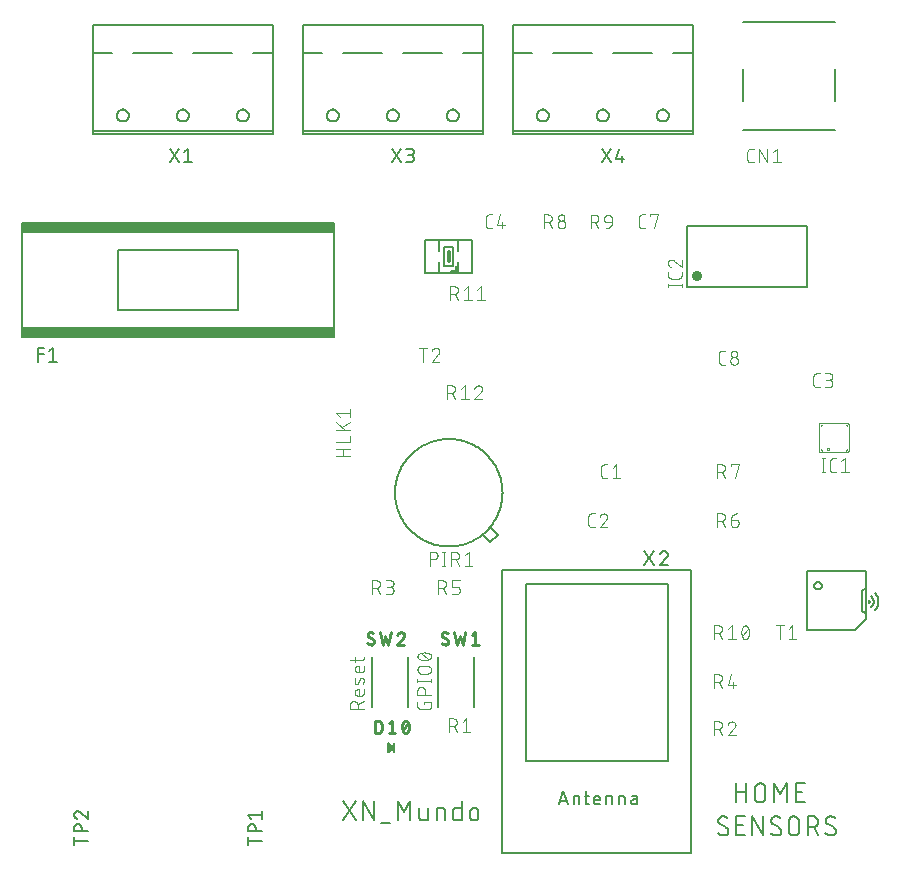
<source format=gbr>
G04 EAGLE Gerber RS-274X export*
G75*
%MOMM*%
%FSLAX34Y34*%
%LPD*%
%INSilkscreen Top*%
%IPPOS*%
%AMOC8*
5,1,8,0,0,1.08239X$1,22.5*%
G01*
%ADD10C,0.101600*%
%ADD11C,0.152400*%
%ADD12C,0.127000*%
%ADD13R,0.190500X0.889000*%
%ADD14C,0.228600*%
%ADD15R,26.416000X0.889000*%
%ADD16C,0.050000*%
%ADD17C,0.020000*%
%ADD18C,0.203200*%
%ADD19C,0.884400*%
%ADD20C,0.304800*%
%ADD21C,0.177800*%

G36*
X323907Y89414D02*
X323907Y89414D01*
X323925Y89412D01*
X324027Y89440D01*
X324130Y89462D01*
X324145Y89471D01*
X324162Y89476D01*
X324307Y89561D01*
X329387Y93371D01*
X329390Y93374D01*
X329394Y93376D01*
X329475Y93463D01*
X329557Y93548D01*
X329559Y93552D01*
X329562Y93555D01*
X329612Y93664D01*
X329662Y93771D01*
X329662Y93775D01*
X329664Y93779D01*
X329677Y93897D01*
X329690Y94015D01*
X329690Y94019D01*
X329690Y94024D01*
X329664Y94140D01*
X329640Y94256D01*
X329637Y94260D01*
X329636Y94264D01*
X329575Y94366D01*
X329515Y94468D01*
X329511Y94471D01*
X329509Y94474D01*
X329387Y94589D01*
X324307Y98399D01*
X324291Y98407D01*
X324278Y98420D01*
X324263Y98427D01*
X324255Y98433D01*
X324205Y98453D01*
X324182Y98464D01*
X324089Y98513D01*
X324071Y98516D01*
X324055Y98523D01*
X323950Y98535D01*
X323846Y98551D01*
X323828Y98548D01*
X323811Y98550D01*
X323708Y98528D01*
X323603Y98510D01*
X323588Y98502D01*
X323570Y98498D01*
X323480Y98444D01*
X323387Y98394D01*
X323374Y98381D01*
X323359Y98372D01*
X323290Y98292D01*
X323218Y98215D01*
X323211Y98198D01*
X323199Y98185D01*
X323160Y98087D01*
X323116Y97991D01*
X323114Y97973D01*
X323107Y97957D01*
X323089Y97790D01*
X323089Y90170D01*
X323092Y90152D01*
X323090Y90135D01*
X323111Y90031D01*
X323129Y89927D01*
X323137Y89912D01*
X323141Y89894D01*
X323194Y89803D01*
X323244Y89710D01*
X323256Y89698D01*
X323266Y89682D01*
X323345Y89613D01*
X323422Y89541D01*
X323438Y89533D01*
X323452Y89521D01*
X323549Y89481D01*
X323645Y89437D01*
X323663Y89435D01*
X323679Y89428D01*
X323785Y89421D01*
X323889Y89410D01*
X323907Y89414D01*
G37*
D10*
X303022Y127053D02*
X291338Y127053D01*
X291338Y130299D01*
X291340Y130412D01*
X291346Y130525D01*
X291356Y130638D01*
X291370Y130751D01*
X291387Y130863D01*
X291409Y130974D01*
X291434Y131084D01*
X291464Y131194D01*
X291497Y131302D01*
X291534Y131409D01*
X291574Y131515D01*
X291619Y131619D01*
X291667Y131722D01*
X291718Y131823D01*
X291773Y131922D01*
X291831Y132019D01*
X291893Y132114D01*
X291958Y132207D01*
X292026Y132297D01*
X292097Y132385D01*
X292172Y132471D01*
X292249Y132554D01*
X292329Y132634D01*
X292412Y132711D01*
X292498Y132786D01*
X292586Y132857D01*
X292676Y132925D01*
X292769Y132990D01*
X292864Y133052D01*
X292961Y133110D01*
X293060Y133165D01*
X293161Y133216D01*
X293264Y133264D01*
X293368Y133309D01*
X293474Y133349D01*
X293581Y133386D01*
X293689Y133419D01*
X293799Y133449D01*
X293909Y133474D01*
X294020Y133496D01*
X294132Y133513D01*
X294245Y133527D01*
X294358Y133537D01*
X294471Y133543D01*
X294584Y133545D01*
X294697Y133543D01*
X294810Y133537D01*
X294923Y133527D01*
X295036Y133513D01*
X295148Y133496D01*
X295259Y133474D01*
X295369Y133449D01*
X295479Y133419D01*
X295587Y133386D01*
X295694Y133349D01*
X295800Y133309D01*
X295904Y133264D01*
X296007Y133216D01*
X296108Y133165D01*
X296207Y133110D01*
X296304Y133052D01*
X296399Y132990D01*
X296492Y132925D01*
X296582Y132857D01*
X296670Y132786D01*
X296756Y132711D01*
X296839Y132634D01*
X296919Y132554D01*
X296996Y132471D01*
X297071Y132385D01*
X297142Y132297D01*
X297210Y132207D01*
X297275Y132114D01*
X297337Y132019D01*
X297395Y131922D01*
X297450Y131823D01*
X297501Y131722D01*
X297549Y131619D01*
X297594Y131515D01*
X297634Y131409D01*
X297671Y131302D01*
X297704Y131194D01*
X297734Y131084D01*
X297759Y130974D01*
X297781Y130863D01*
X297798Y130751D01*
X297812Y130638D01*
X297822Y130525D01*
X297828Y130412D01*
X297830Y130299D01*
X297829Y130299D02*
X297829Y127053D01*
X297829Y130948D02*
X303022Y133544D01*
X303022Y140244D02*
X303022Y143490D01*
X303022Y140244D02*
X303020Y140157D01*
X303014Y140069D01*
X303004Y139983D01*
X302991Y139896D01*
X302973Y139811D01*
X302952Y139726D01*
X302927Y139642D01*
X302898Y139560D01*
X302865Y139479D01*
X302829Y139399D01*
X302790Y139321D01*
X302746Y139245D01*
X302700Y139171D01*
X302650Y139100D01*
X302597Y139030D01*
X302541Y138963D01*
X302482Y138899D01*
X302420Y138837D01*
X302356Y138778D01*
X302289Y138722D01*
X302219Y138669D01*
X302148Y138619D01*
X302074Y138573D01*
X301998Y138529D01*
X301920Y138490D01*
X301840Y138454D01*
X301759Y138421D01*
X301677Y138392D01*
X301593Y138367D01*
X301508Y138346D01*
X301423Y138328D01*
X301336Y138315D01*
X301250Y138305D01*
X301162Y138299D01*
X301075Y138297D01*
X297829Y138297D01*
X297728Y138299D01*
X297628Y138305D01*
X297528Y138315D01*
X297428Y138328D01*
X297329Y138346D01*
X297230Y138367D01*
X297133Y138392D01*
X297036Y138421D01*
X296941Y138454D01*
X296847Y138490D01*
X296755Y138530D01*
X296664Y138573D01*
X296575Y138620D01*
X296488Y138670D01*
X296402Y138724D01*
X296319Y138781D01*
X296239Y138841D01*
X296160Y138904D01*
X296084Y138971D01*
X296011Y139040D01*
X295941Y139112D01*
X295873Y139186D01*
X295808Y139263D01*
X295747Y139343D01*
X295688Y139425D01*
X295633Y139509D01*
X295581Y139595D01*
X295532Y139683D01*
X295487Y139773D01*
X295445Y139865D01*
X295407Y139958D01*
X295373Y140053D01*
X295342Y140148D01*
X295315Y140245D01*
X295292Y140343D01*
X295272Y140442D01*
X295257Y140542D01*
X295245Y140642D01*
X295237Y140742D01*
X295233Y140843D01*
X295233Y140943D01*
X295237Y141044D01*
X295245Y141144D01*
X295257Y141244D01*
X295272Y141344D01*
X295292Y141443D01*
X295315Y141541D01*
X295342Y141638D01*
X295373Y141733D01*
X295407Y141828D01*
X295445Y141921D01*
X295487Y142013D01*
X295532Y142103D01*
X295581Y142191D01*
X295633Y142277D01*
X295688Y142361D01*
X295747Y142443D01*
X295808Y142523D01*
X295873Y142600D01*
X295941Y142674D01*
X296011Y142746D01*
X296084Y142815D01*
X296160Y142882D01*
X296239Y142945D01*
X296319Y143005D01*
X296402Y143062D01*
X296488Y143116D01*
X296575Y143166D01*
X296664Y143213D01*
X296755Y143256D01*
X296847Y143296D01*
X296941Y143332D01*
X297036Y143365D01*
X297133Y143394D01*
X297230Y143419D01*
X297329Y143440D01*
X297428Y143458D01*
X297528Y143471D01*
X297628Y143481D01*
X297728Y143487D01*
X297829Y143489D01*
X297829Y143490D02*
X299127Y143490D01*
X299127Y138297D01*
X298478Y149176D02*
X299776Y152422D01*
X298479Y149176D02*
X298446Y149101D01*
X298410Y149027D01*
X298371Y148955D01*
X298328Y148885D01*
X298282Y148818D01*
X298232Y148752D01*
X298180Y148690D01*
X298124Y148629D01*
X298066Y148572D01*
X298005Y148517D01*
X297941Y148466D01*
X297875Y148418D01*
X297806Y148373D01*
X297736Y148331D01*
X297663Y148293D01*
X297589Y148258D01*
X297513Y148227D01*
X297436Y148200D01*
X297357Y148177D01*
X297278Y148157D01*
X297197Y148142D01*
X297116Y148130D01*
X297034Y148122D01*
X296953Y148118D01*
X296871Y148119D01*
X296789Y148123D01*
X296707Y148131D01*
X296626Y148143D01*
X296546Y148159D01*
X296466Y148179D01*
X296388Y148203D01*
X296311Y148231D01*
X296235Y148262D01*
X296161Y148297D01*
X296089Y148335D01*
X296018Y148377D01*
X295950Y148423D01*
X295884Y148471D01*
X295821Y148523D01*
X295760Y148578D01*
X295702Y148636D01*
X295646Y148696D01*
X295594Y148759D01*
X295545Y148825D01*
X295499Y148893D01*
X295457Y148963D01*
X295417Y149035D01*
X295382Y149109D01*
X295350Y149184D01*
X295322Y149261D01*
X295298Y149339D01*
X295277Y149419D01*
X295260Y149499D01*
X295248Y149580D01*
X295239Y149661D01*
X295234Y149743D01*
X295233Y149825D01*
X295237Y150002D01*
X295246Y150179D01*
X295260Y150356D01*
X295277Y150533D01*
X295299Y150708D01*
X295324Y150884D01*
X295355Y151058D01*
X295389Y151232D01*
X295427Y151405D01*
X295470Y151577D01*
X295517Y151748D01*
X295567Y151918D01*
X295622Y152087D01*
X295681Y152254D01*
X295744Y152420D01*
X295811Y152584D01*
X295882Y152746D01*
X299776Y152422D02*
X299809Y152497D01*
X299845Y152571D01*
X299884Y152643D01*
X299927Y152713D01*
X299973Y152780D01*
X300023Y152846D01*
X300075Y152908D01*
X300131Y152969D01*
X300189Y153026D01*
X300250Y153081D01*
X300314Y153132D01*
X300380Y153180D01*
X300449Y153225D01*
X300519Y153267D01*
X300592Y153305D01*
X300666Y153340D01*
X300742Y153371D01*
X300819Y153398D01*
X300898Y153421D01*
X300978Y153441D01*
X301058Y153456D01*
X301139Y153468D01*
X301221Y153476D01*
X301302Y153480D01*
X301384Y153479D01*
X301466Y153475D01*
X301548Y153467D01*
X301629Y153455D01*
X301709Y153439D01*
X301789Y153419D01*
X301867Y153395D01*
X301944Y153367D01*
X302020Y153336D01*
X302094Y153301D01*
X302166Y153263D01*
X302237Y153221D01*
X302305Y153175D01*
X302371Y153127D01*
X302434Y153075D01*
X302495Y153020D01*
X302553Y152962D01*
X302609Y152902D01*
X302661Y152839D01*
X302710Y152773D01*
X302756Y152705D01*
X302798Y152635D01*
X302838Y152563D01*
X302873Y152489D01*
X302905Y152414D01*
X302933Y152337D01*
X302957Y152259D01*
X302978Y152179D01*
X302995Y152099D01*
X303007Y152018D01*
X303016Y151937D01*
X303021Y151855D01*
X303022Y151773D01*
X303015Y151513D01*
X303002Y151253D01*
X302983Y150993D01*
X302958Y150734D01*
X302926Y150475D01*
X302889Y150218D01*
X302845Y149961D01*
X302796Y149705D01*
X302740Y149451D01*
X302679Y149198D01*
X302611Y148947D01*
X302537Y148697D01*
X302458Y148449D01*
X302373Y148203D01*
X303022Y160056D02*
X303022Y163302D01*
X303022Y160056D02*
X303020Y159969D01*
X303014Y159881D01*
X303004Y159795D01*
X302991Y159708D01*
X302973Y159623D01*
X302952Y159538D01*
X302927Y159454D01*
X302898Y159372D01*
X302865Y159291D01*
X302829Y159211D01*
X302790Y159133D01*
X302746Y159057D01*
X302700Y158983D01*
X302650Y158912D01*
X302597Y158842D01*
X302541Y158775D01*
X302482Y158711D01*
X302420Y158649D01*
X302356Y158590D01*
X302289Y158534D01*
X302219Y158481D01*
X302148Y158431D01*
X302074Y158385D01*
X301998Y158341D01*
X301920Y158302D01*
X301840Y158266D01*
X301759Y158233D01*
X301677Y158204D01*
X301593Y158179D01*
X301508Y158158D01*
X301423Y158140D01*
X301336Y158127D01*
X301250Y158117D01*
X301162Y158111D01*
X301075Y158109D01*
X297829Y158109D01*
X297728Y158111D01*
X297628Y158117D01*
X297528Y158127D01*
X297428Y158140D01*
X297329Y158158D01*
X297230Y158179D01*
X297133Y158204D01*
X297036Y158233D01*
X296941Y158266D01*
X296847Y158302D01*
X296755Y158342D01*
X296664Y158385D01*
X296575Y158432D01*
X296488Y158482D01*
X296402Y158536D01*
X296319Y158593D01*
X296239Y158653D01*
X296160Y158716D01*
X296084Y158783D01*
X296011Y158852D01*
X295941Y158924D01*
X295873Y158998D01*
X295808Y159075D01*
X295747Y159155D01*
X295688Y159237D01*
X295633Y159321D01*
X295581Y159407D01*
X295532Y159495D01*
X295487Y159585D01*
X295445Y159677D01*
X295407Y159770D01*
X295373Y159865D01*
X295342Y159960D01*
X295315Y160057D01*
X295292Y160155D01*
X295272Y160254D01*
X295257Y160354D01*
X295245Y160454D01*
X295237Y160554D01*
X295233Y160655D01*
X295233Y160755D01*
X295237Y160856D01*
X295245Y160956D01*
X295257Y161056D01*
X295272Y161156D01*
X295292Y161255D01*
X295315Y161353D01*
X295342Y161450D01*
X295373Y161545D01*
X295407Y161640D01*
X295445Y161733D01*
X295487Y161825D01*
X295532Y161915D01*
X295581Y162003D01*
X295633Y162089D01*
X295688Y162173D01*
X295747Y162255D01*
X295808Y162335D01*
X295873Y162412D01*
X295941Y162486D01*
X296011Y162558D01*
X296084Y162627D01*
X296160Y162694D01*
X296239Y162757D01*
X296319Y162817D01*
X296402Y162874D01*
X296488Y162928D01*
X296575Y162978D01*
X296664Y163025D01*
X296755Y163068D01*
X296847Y163108D01*
X296941Y163144D01*
X297036Y163177D01*
X297133Y163206D01*
X297230Y163231D01*
X297329Y163252D01*
X297428Y163270D01*
X297528Y163283D01*
X297628Y163293D01*
X297728Y163299D01*
X297829Y163301D01*
X297829Y163302D02*
X299127Y163302D01*
X299127Y158109D01*
X295233Y167047D02*
X295233Y170942D01*
X291338Y168346D02*
X301075Y168346D01*
X301162Y168348D01*
X301250Y168354D01*
X301336Y168364D01*
X301423Y168377D01*
X301508Y168395D01*
X301593Y168416D01*
X301677Y168441D01*
X301759Y168470D01*
X301840Y168503D01*
X301920Y168539D01*
X301998Y168578D01*
X302074Y168622D01*
X302148Y168668D01*
X302219Y168718D01*
X302289Y168771D01*
X302356Y168827D01*
X302420Y168886D01*
X302482Y168948D01*
X302541Y169012D01*
X302597Y169079D01*
X302650Y169149D01*
X302700Y169220D01*
X302746Y169294D01*
X302790Y169370D01*
X302829Y169448D01*
X302865Y169528D01*
X302898Y169609D01*
X302927Y169691D01*
X302952Y169775D01*
X302973Y169860D01*
X302991Y169945D01*
X303004Y170032D01*
X303014Y170118D01*
X303020Y170206D01*
X303022Y170293D01*
X303022Y170942D01*
X353681Y133223D02*
X353681Y131276D01*
X353681Y133223D02*
X360172Y133223D01*
X360172Y129328D01*
X360170Y129229D01*
X360164Y129129D01*
X360155Y129030D01*
X360142Y128932D01*
X360125Y128834D01*
X360104Y128736D01*
X360079Y128640D01*
X360051Y128545D01*
X360019Y128451D01*
X359984Y128358D01*
X359945Y128266D01*
X359902Y128176D01*
X359857Y128088D01*
X359807Y128001D01*
X359755Y127917D01*
X359699Y127834D01*
X359641Y127754D01*
X359579Y127676D01*
X359514Y127601D01*
X359446Y127528D01*
X359376Y127458D01*
X359303Y127390D01*
X359228Y127325D01*
X359150Y127263D01*
X359070Y127205D01*
X358987Y127149D01*
X358903Y127097D01*
X358816Y127047D01*
X358728Y127002D01*
X358638Y126959D01*
X358546Y126920D01*
X358453Y126885D01*
X358359Y126853D01*
X358264Y126825D01*
X358168Y126800D01*
X358070Y126779D01*
X357972Y126762D01*
X357874Y126749D01*
X357775Y126740D01*
X357675Y126734D01*
X357576Y126732D01*
X351084Y126732D01*
X350985Y126734D01*
X350885Y126740D01*
X350786Y126749D01*
X350688Y126762D01*
X350590Y126780D01*
X350492Y126800D01*
X350396Y126825D01*
X350300Y126853D01*
X350206Y126885D01*
X350113Y126920D01*
X350022Y126959D01*
X349932Y127002D01*
X349843Y127047D01*
X349757Y127097D01*
X349672Y127149D01*
X349590Y127205D01*
X349510Y127264D01*
X349432Y127325D01*
X349356Y127390D01*
X349283Y127458D01*
X349213Y127528D01*
X349145Y127601D01*
X349080Y127677D01*
X349019Y127755D01*
X348960Y127835D01*
X348904Y127917D01*
X348852Y128002D01*
X348803Y128088D01*
X348757Y128177D01*
X348714Y128267D01*
X348675Y128358D01*
X348640Y128451D01*
X348608Y128545D01*
X348580Y128641D01*
X348555Y128737D01*
X348535Y128835D01*
X348517Y128933D01*
X348504Y129031D01*
X348495Y129130D01*
X348489Y129229D01*
X348487Y129329D01*
X348488Y129328D02*
X348488Y133223D01*
X348488Y139093D02*
X360172Y139093D01*
X348488Y139093D02*
X348488Y142339D01*
X348490Y142452D01*
X348496Y142565D01*
X348506Y142678D01*
X348520Y142791D01*
X348537Y142903D01*
X348559Y143014D01*
X348584Y143124D01*
X348614Y143234D01*
X348647Y143342D01*
X348684Y143449D01*
X348724Y143555D01*
X348769Y143659D01*
X348817Y143762D01*
X348868Y143863D01*
X348923Y143962D01*
X348981Y144059D01*
X349043Y144154D01*
X349108Y144247D01*
X349176Y144337D01*
X349247Y144425D01*
X349322Y144511D01*
X349399Y144594D01*
X349479Y144674D01*
X349562Y144751D01*
X349648Y144826D01*
X349736Y144897D01*
X349826Y144965D01*
X349919Y145030D01*
X350014Y145092D01*
X350111Y145150D01*
X350210Y145205D01*
X350311Y145256D01*
X350414Y145304D01*
X350518Y145349D01*
X350624Y145389D01*
X350731Y145426D01*
X350839Y145459D01*
X350949Y145489D01*
X351059Y145514D01*
X351170Y145536D01*
X351282Y145553D01*
X351395Y145567D01*
X351508Y145577D01*
X351621Y145583D01*
X351734Y145585D01*
X351847Y145583D01*
X351960Y145577D01*
X352073Y145567D01*
X352186Y145553D01*
X352298Y145536D01*
X352409Y145514D01*
X352519Y145489D01*
X352629Y145459D01*
X352737Y145426D01*
X352844Y145389D01*
X352950Y145349D01*
X353054Y145304D01*
X353157Y145256D01*
X353258Y145205D01*
X353357Y145150D01*
X353454Y145092D01*
X353549Y145030D01*
X353642Y144965D01*
X353732Y144897D01*
X353820Y144826D01*
X353906Y144751D01*
X353989Y144674D01*
X354069Y144594D01*
X354146Y144511D01*
X354221Y144425D01*
X354292Y144337D01*
X354360Y144247D01*
X354425Y144154D01*
X354487Y144059D01*
X354545Y143962D01*
X354600Y143863D01*
X354651Y143762D01*
X354699Y143659D01*
X354744Y143555D01*
X354784Y143449D01*
X354821Y143342D01*
X354854Y143234D01*
X354884Y143124D01*
X354909Y143014D01*
X354931Y142903D01*
X354948Y142791D01*
X354962Y142678D01*
X354972Y142565D01*
X354978Y142452D01*
X354980Y142339D01*
X354979Y142339D02*
X354979Y139093D01*
X360172Y150933D02*
X348488Y150933D01*
X360172Y149634D02*
X360172Y152231D01*
X348488Y152231D02*
X348488Y149634D01*
X351734Y156831D02*
X356926Y156831D01*
X351734Y156830D02*
X351621Y156832D01*
X351508Y156838D01*
X351395Y156848D01*
X351282Y156862D01*
X351170Y156879D01*
X351059Y156901D01*
X350949Y156926D01*
X350839Y156956D01*
X350731Y156989D01*
X350624Y157026D01*
X350518Y157066D01*
X350414Y157111D01*
X350311Y157159D01*
X350210Y157210D01*
X350111Y157265D01*
X350014Y157323D01*
X349919Y157385D01*
X349826Y157450D01*
X349736Y157518D01*
X349648Y157589D01*
X349562Y157664D01*
X349479Y157741D01*
X349399Y157821D01*
X349322Y157904D01*
X349247Y157990D01*
X349176Y158078D01*
X349108Y158168D01*
X349043Y158261D01*
X348981Y158356D01*
X348923Y158453D01*
X348868Y158552D01*
X348817Y158653D01*
X348769Y158756D01*
X348724Y158860D01*
X348684Y158966D01*
X348647Y159073D01*
X348614Y159181D01*
X348584Y159291D01*
X348559Y159401D01*
X348537Y159512D01*
X348520Y159624D01*
X348506Y159737D01*
X348496Y159850D01*
X348490Y159963D01*
X348488Y160076D01*
X348490Y160189D01*
X348496Y160302D01*
X348506Y160415D01*
X348520Y160528D01*
X348537Y160640D01*
X348559Y160751D01*
X348584Y160861D01*
X348614Y160971D01*
X348647Y161079D01*
X348684Y161186D01*
X348724Y161292D01*
X348769Y161396D01*
X348817Y161499D01*
X348868Y161600D01*
X348923Y161699D01*
X348981Y161796D01*
X349043Y161891D01*
X349108Y161984D01*
X349176Y162074D01*
X349247Y162162D01*
X349322Y162248D01*
X349399Y162331D01*
X349479Y162411D01*
X349562Y162488D01*
X349648Y162563D01*
X349736Y162634D01*
X349826Y162702D01*
X349919Y162767D01*
X350014Y162829D01*
X350111Y162887D01*
X350210Y162942D01*
X350311Y162993D01*
X350414Y163041D01*
X350518Y163086D01*
X350624Y163126D01*
X350731Y163163D01*
X350839Y163196D01*
X350949Y163226D01*
X351059Y163251D01*
X351170Y163273D01*
X351282Y163290D01*
X351395Y163304D01*
X351508Y163314D01*
X351621Y163320D01*
X351734Y163322D01*
X356926Y163322D01*
X357039Y163320D01*
X357152Y163314D01*
X357265Y163304D01*
X357378Y163290D01*
X357490Y163273D01*
X357601Y163251D01*
X357711Y163226D01*
X357821Y163196D01*
X357929Y163163D01*
X358036Y163126D01*
X358142Y163086D01*
X358246Y163041D01*
X358349Y162993D01*
X358450Y162942D01*
X358549Y162887D01*
X358646Y162829D01*
X358741Y162767D01*
X358834Y162702D01*
X358924Y162634D01*
X359012Y162563D01*
X359098Y162488D01*
X359181Y162411D01*
X359261Y162331D01*
X359338Y162248D01*
X359413Y162162D01*
X359484Y162074D01*
X359552Y161984D01*
X359617Y161891D01*
X359679Y161796D01*
X359737Y161699D01*
X359792Y161600D01*
X359843Y161499D01*
X359891Y161396D01*
X359936Y161292D01*
X359976Y161186D01*
X360013Y161079D01*
X360046Y160971D01*
X360076Y160861D01*
X360101Y160751D01*
X360123Y160640D01*
X360140Y160528D01*
X360154Y160415D01*
X360164Y160302D01*
X360170Y160189D01*
X360172Y160076D01*
X360170Y159963D01*
X360164Y159850D01*
X360154Y159737D01*
X360140Y159624D01*
X360123Y159512D01*
X360101Y159401D01*
X360076Y159291D01*
X360046Y159181D01*
X360013Y159073D01*
X359976Y158966D01*
X359936Y158860D01*
X359891Y158756D01*
X359843Y158653D01*
X359792Y158552D01*
X359737Y158453D01*
X359679Y158356D01*
X359617Y158261D01*
X359552Y158168D01*
X359484Y158078D01*
X359413Y157990D01*
X359338Y157904D01*
X359261Y157821D01*
X359181Y157741D01*
X359098Y157664D01*
X359012Y157589D01*
X358924Y157518D01*
X358834Y157450D01*
X358741Y157385D01*
X358646Y157323D01*
X358549Y157265D01*
X358450Y157210D01*
X358349Y157159D01*
X358246Y157111D01*
X358142Y157066D01*
X358036Y157026D01*
X357929Y156989D01*
X357821Y156956D01*
X357711Y156926D01*
X357601Y156901D01*
X357490Y156879D01*
X357378Y156862D01*
X357265Y156848D01*
X357152Y156838D01*
X357039Y156832D01*
X356926Y156830D01*
X354330Y168261D02*
X354100Y168264D01*
X353870Y168272D01*
X353641Y168286D01*
X353412Y168305D01*
X353183Y168330D01*
X352955Y168360D01*
X352728Y168395D01*
X352502Y168436D01*
X352277Y168482D01*
X352053Y168534D01*
X351830Y168591D01*
X351609Y168653D01*
X351389Y168721D01*
X351171Y168794D01*
X350955Y168872D01*
X350741Y168955D01*
X350529Y169043D01*
X350318Y169136D01*
X350111Y169235D01*
X350111Y169234D02*
X350021Y169267D01*
X349932Y169303D01*
X349844Y169343D01*
X349759Y169387D01*
X349675Y169434D01*
X349593Y169484D01*
X349513Y169538D01*
X349436Y169594D01*
X349360Y169654D01*
X349287Y169717D01*
X349217Y169782D01*
X349149Y169851D01*
X349085Y169922D01*
X349023Y169995D01*
X348964Y170071D01*
X348908Y170149D01*
X348855Y170230D01*
X348806Y170312D01*
X348760Y170396D01*
X348717Y170483D01*
X348678Y170570D01*
X348642Y170660D01*
X348610Y170750D01*
X348582Y170842D01*
X348557Y170935D01*
X348536Y171029D01*
X348519Y171123D01*
X348505Y171218D01*
X348496Y171314D01*
X348490Y171410D01*
X348488Y171506D01*
X348490Y171602D01*
X348496Y171698D01*
X348505Y171794D01*
X348519Y171889D01*
X348536Y171983D01*
X348557Y172077D01*
X348582Y172170D01*
X348610Y172262D01*
X348642Y172352D01*
X348678Y172442D01*
X348717Y172530D01*
X348760Y172616D01*
X348806Y172700D01*
X348855Y172782D01*
X348908Y172863D01*
X348964Y172941D01*
X349023Y173017D01*
X349085Y173090D01*
X349149Y173161D01*
X349217Y173230D01*
X349287Y173295D01*
X349360Y173358D01*
X349436Y173418D01*
X349513Y173474D01*
X349593Y173528D01*
X349675Y173578D01*
X349759Y173625D01*
X349844Y173669D01*
X349932Y173709D01*
X350021Y173745D01*
X350111Y173778D01*
X350318Y173877D01*
X350529Y173970D01*
X350741Y174058D01*
X350955Y174141D01*
X351171Y174219D01*
X351389Y174292D01*
X351609Y174360D01*
X351830Y174422D01*
X352053Y174479D01*
X352277Y174531D01*
X352502Y174577D01*
X352728Y174618D01*
X352955Y174653D01*
X353183Y174683D01*
X353412Y174708D01*
X353641Y174727D01*
X353870Y174741D01*
X354100Y174749D01*
X354330Y174752D01*
X354330Y168261D02*
X354560Y168264D01*
X354790Y168272D01*
X355019Y168286D01*
X355248Y168305D01*
X355477Y168330D01*
X355705Y168360D01*
X355932Y168395D01*
X356158Y168436D01*
X356383Y168482D01*
X356607Y168534D01*
X356830Y168591D01*
X357051Y168653D01*
X357271Y168721D01*
X357489Y168794D01*
X357705Y168872D01*
X357919Y168955D01*
X358131Y169043D01*
X358342Y169136D01*
X358549Y169235D01*
X358549Y169234D02*
X358639Y169267D01*
X358728Y169303D01*
X358816Y169344D01*
X358901Y169387D01*
X358985Y169434D01*
X359067Y169484D01*
X359147Y169538D01*
X359224Y169594D01*
X359300Y169654D01*
X359373Y169717D01*
X359443Y169782D01*
X359511Y169851D01*
X359575Y169922D01*
X359637Y169995D01*
X359696Y170071D01*
X359752Y170149D01*
X359805Y170230D01*
X359854Y170312D01*
X359900Y170396D01*
X359943Y170483D01*
X359982Y170570D01*
X360018Y170660D01*
X360050Y170750D01*
X360078Y170842D01*
X360103Y170935D01*
X360124Y171029D01*
X360141Y171123D01*
X360155Y171218D01*
X360164Y171314D01*
X360170Y171410D01*
X360172Y171506D01*
X358549Y173778D02*
X358342Y173877D01*
X358131Y173970D01*
X357919Y174058D01*
X357705Y174141D01*
X357489Y174219D01*
X357271Y174292D01*
X357051Y174360D01*
X356830Y174422D01*
X356607Y174479D01*
X356383Y174531D01*
X356158Y174577D01*
X355932Y174618D01*
X355705Y174653D01*
X355477Y174683D01*
X355248Y174708D01*
X355019Y174727D01*
X354790Y174741D01*
X354560Y174749D01*
X354330Y174752D01*
X358549Y173778D02*
X358639Y173745D01*
X358728Y173709D01*
X358816Y173669D01*
X358901Y173625D01*
X358985Y173578D01*
X359067Y173528D01*
X359147Y173474D01*
X359224Y173418D01*
X359300Y173358D01*
X359373Y173295D01*
X359443Y173230D01*
X359511Y173161D01*
X359575Y173090D01*
X359637Y173017D01*
X359696Y172941D01*
X359752Y172863D01*
X359805Y172782D01*
X359854Y172700D01*
X359900Y172616D01*
X359943Y172529D01*
X359982Y172442D01*
X360018Y172352D01*
X360050Y172262D01*
X360078Y172170D01*
X360103Y172077D01*
X360124Y171983D01*
X360141Y171889D01*
X360155Y171794D01*
X360164Y171698D01*
X360170Y171602D01*
X360172Y171506D01*
X357576Y168910D02*
X351084Y174103D01*
D11*
X617982Y64008D02*
X617982Y47752D01*
X617982Y56783D02*
X627013Y56783D01*
X627013Y64008D02*
X627013Y47752D01*
X634134Y52268D02*
X634134Y59492D01*
X634136Y59625D01*
X634142Y59757D01*
X634152Y59889D01*
X634165Y60021D01*
X634183Y60153D01*
X634204Y60283D01*
X634229Y60414D01*
X634258Y60543D01*
X634291Y60671D01*
X634327Y60799D01*
X634367Y60925D01*
X634411Y61050D01*
X634459Y61174D01*
X634510Y61296D01*
X634565Y61417D01*
X634623Y61536D01*
X634685Y61654D01*
X634750Y61769D01*
X634819Y61883D01*
X634890Y61994D01*
X634966Y62103D01*
X635044Y62210D01*
X635125Y62315D01*
X635210Y62417D01*
X635297Y62517D01*
X635387Y62614D01*
X635480Y62709D01*
X635576Y62800D01*
X635674Y62889D01*
X635775Y62975D01*
X635879Y63058D01*
X635985Y63138D01*
X636093Y63214D01*
X636203Y63288D01*
X636316Y63358D01*
X636430Y63425D01*
X636547Y63488D01*
X636665Y63548D01*
X636785Y63605D01*
X636907Y63658D01*
X637030Y63707D01*
X637154Y63753D01*
X637280Y63795D01*
X637407Y63833D01*
X637535Y63868D01*
X637664Y63899D01*
X637793Y63926D01*
X637924Y63949D01*
X638055Y63969D01*
X638187Y63984D01*
X638319Y63996D01*
X638451Y64004D01*
X638584Y64008D01*
X638716Y64008D01*
X638849Y64004D01*
X638981Y63996D01*
X639113Y63984D01*
X639245Y63969D01*
X639376Y63949D01*
X639507Y63926D01*
X639636Y63899D01*
X639765Y63868D01*
X639893Y63833D01*
X640020Y63795D01*
X640146Y63753D01*
X640270Y63707D01*
X640393Y63658D01*
X640515Y63605D01*
X640635Y63548D01*
X640753Y63488D01*
X640870Y63425D01*
X640984Y63358D01*
X641097Y63288D01*
X641207Y63214D01*
X641315Y63138D01*
X641421Y63058D01*
X641525Y62975D01*
X641626Y62889D01*
X641724Y62800D01*
X641820Y62709D01*
X641913Y62614D01*
X642003Y62517D01*
X642090Y62417D01*
X642175Y62315D01*
X642256Y62210D01*
X642334Y62103D01*
X642410Y61994D01*
X642481Y61883D01*
X642550Y61769D01*
X642615Y61654D01*
X642677Y61536D01*
X642735Y61417D01*
X642790Y61296D01*
X642841Y61174D01*
X642889Y61050D01*
X642933Y60925D01*
X642973Y60799D01*
X643009Y60671D01*
X643042Y60543D01*
X643071Y60414D01*
X643096Y60283D01*
X643117Y60153D01*
X643135Y60021D01*
X643148Y59889D01*
X643158Y59757D01*
X643164Y59625D01*
X643166Y59492D01*
X643165Y59492D02*
X643165Y52268D01*
X643166Y52268D02*
X643164Y52135D01*
X643158Y52003D01*
X643148Y51871D01*
X643135Y51739D01*
X643117Y51607D01*
X643096Y51477D01*
X643071Y51346D01*
X643042Y51217D01*
X643009Y51089D01*
X642973Y50961D01*
X642933Y50835D01*
X642889Y50710D01*
X642841Y50586D01*
X642790Y50464D01*
X642735Y50343D01*
X642677Y50224D01*
X642615Y50106D01*
X642550Y49991D01*
X642481Y49877D01*
X642410Y49766D01*
X642334Y49657D01*
X642256Y49550D01*
X642175Y49445D01*
X642090Y49343D01*
X642003Y49243D01*
X641913Y49146D01*
X641820Y49051D01*
X641724Y48960D01*
X641626Y48871D01*
X641525Y48785D01*
X641421Y48702D01*
X641315Y48622D01*
X641207Y48546D01*
X641097Y48472D01*
X640984Y48402D01*
X640870Y48335D01*
X640753Y48272D01*
X640635Y48212D01*
X640515Y48155D01*
X640393Y48102D01*
X640270Y48053D01*
X640146Y48007D01*
X640020Y47965D01*
X639893Y47927D01*
X639765Y47892D01*
X639636Y47861D01*
X639507Y47834D01*
X639376Y47811D01*
X639245Y47791D01*
X639113Y47776D01*
X638981Y47764D01*
X638849Y47756D01*
X638716Y47752D01*
X638584Y47752D01*
X638451Y47756D01*
X638319Y47764D01*
X638187Y47776D01*
X638055Y47791D01*
X637924Y47811D01*
X637793Y47834D01*
X637664Y47861D01*
X637535Y47892D01*
X637407Y47927D01*
X637280Y47965D01*
X637154Y48007D01*
X637030Y48053D01*
X636907Y48102D01*
X636785Y48155D01*
X636665Y48212D01*
X636547Y48272D01*
X636430Y48335D01*
X636316Y48402D01*
X636203Y48472D01*
X636093Y48546D01*
X635985Y48622D01*
X635879Y48702D01*
X635775Y48785D01*
X635674Y48871D01*
X635576Y48960D01*
X635480Y49051D01*
X635387Y49146D01*
X635297Y49243D01*
X635210Y49343D01*
X635125Y49445D01*
X635044Y49550D01*
X634966Y49657D01*
X634890Y49766D01*
X634819Y49877D01*
X634750Y49991D01*
X634685Y50106D01*
X634623Y50224D01*
X634565Y50343D01*
X634510Y50464D01*
X634459Y50586D01*
X634411Y50710D01*
X634367Y50835D01*
X634327Y50961D01*
X634291Y51089D01*
X634258Y51217D01*
X634229Y51346D01*
X634204Y51477D01*
X634183Y51607D01*
X634165Y51739D01*
X634152Y51871D01*
X634142Y52003D01*
X634136Y52135D01*
X634134Y52268D01*
X650426Y47752D02*
X650426Y64008D01*
X655844Y54977D01*
X661263Y64008D01*
X661263Y47752D01*
X669074Y47752D02*
X676299Y47752D01*
X669074Y47752D02*
X669074Y64008D01*
X676299Y64008D01*
X674493Y56783D02*
X669074Y56783D01*
X611773Y23424D02*
X611771Y23306D01*
X611765Y23188D01*
X611756Y23070D01*
X611742Y22953D01*
X611725Y22836D01*
X611704Y22719D01*
X611679Y22604D01*
X611650Y22489D01*
X611617Y22375D01*
X611581Y22263D01*
X611541Y22152D01*
X611498Y22042D01*
X611451Y21933D01*
X611401Y21826D01*
X611346Y21721D01*
X611289Y21618D01*
X611228Y21517D01*
X611164Y21417D01*
X611097Y21320D01*
X611027Y21225D01*
X610953Y21133D01*
X610877Y21042D01*
X610797Y20955D01*
X610715Y20870D01*
X610630Y20788D01*
X610543Y20708D01*
X610452Y20632D01*
X610360Y20558D01*
X610265Y20488D01*
X610168Y20421D01*
X610068Y20357D01*
X609967Y20296D01*
X609864Y20239D01*
X609759Y20184D01*
X609652Y20134D01*
X609543Y20087D01*
X609433Y20044D01*
X609322Y20004D01*
X609210Y19968D01*
X609096Y19935D01*
X608981Y19906D01*
X608866Y19881D01*
X608749Y19860D01*
X608632Y19843D01*
X608515Y19829D01*
X608397Y19820D01*
X608279Y19814D01*
X608161Y19812D01*
X607978Y19814D01*
X607796Y19821D01*
X607614Y19832D01*
X607432Y19847D01*
X607250Y19867D01*
X607069Y19890D01*
X606889Y19919D01*
X606709Y19951D01*
X606530Y19988D01*
X606353Y20029D01*
X606176Y20075D01*
X606000Y20124D01*
X605826Y20178D01*
X605652Y20236D01*
X605481Y20298D01*
X605311Y20364D01*
X605142Y20435D01*
X604975Y20509D01*
X604810Y20587D01*
X604647Y20669D01*
X604486Y20755D01*
X604327Y20845D01*
X604170Y20939D01*
X604016Y21036D01*
X603864Y21137D01*
X603714Y21242D01*
X603567Y21350D01*
X603423Y21461D01*
X603281Y21576D01*
X603142Y21695D01*
X603006Y21817D01*
X602873Y21942D01*
X602743Y22070D01*
X603194Y32456D02*
X603196Y32574D01*
X603202Y32692D01*
X603211Y32810D01*
X603225Y32927D01*
X603242Y33044D01*
X603263Y33161D01*
X603288Y33276D01*
X603317Y33391D01*
X603350Y33505D01*
X603386Y33617D01*
X603426Y33728D01*
X603469Y33838D01*
X603516Y33947D01*
X603566Y34054D01*
X603621Y34159D01*
X603678Y34262D01*
X603739Y34363D01*
X603803Y34463D01*
X603870Y34560D01*
X603940Y34655D01*
X604014Y34747D01*
X604090Y34838D01*
X604170Y34925D01*
X604252Y35010D01*
X604337Y35092D01*
X604424Y35172D01*
X604515Y35248D01*
X604607Y35322D01*
X604702Y35392D01*
X604799Y35459D01*
X604899Y35523D01*
X605000Y35584D01*
X605103Y35642D01*
X605208Y35696D01*
X605315Y35746D01*
X605424Y35793D01*
X605534Y35837D01*
X605645Y35876D01*
X605758Y35912D01*
X605871Y35945D01*
X605986Y35974D01*
X606101Y35999D01*
X606218Y36020D01*
X606335Y36037D01*
X606452Y36051D01*
X606570Y36060D01*
X606688Y36066D01*
X606806Y36068D01*
X606967Y36066D01*
X607129Y36060D01*
X607290Y36051D01*
X607451Y36037D01*
X607611Y36020D01*
X607771Y35999D01*
X607931Y35974D01*
X608090Y35945D01*
X608248Y35913D01*
X608405Y35877D01*
X608561Y35837D01*
X608717Y35793D01*
X608871Y35745D01*
X609024Y35694D01*
X609176Y35640D01*
X609327Y35581D01*
X609476Y35520D01*
X609623Y35454D01*
X609769Y35385D01*
X609914Y35313D01*
X610056Y35237D01*
X610197Y35158D01*
X610336Y35076D01*
X610472Y34990D01*
X610607Y34901D01*
X610740Y34809D01*
X610870Y34713D01*
X604999Y29295D02*
X604898Y29357D01*
X604798Y29422D01*
X604701Y29491D01*
X604606Y29563D01*
X604513Y29637D01*
X604423Y29715D01*
X604335Y29796D01*
X604250Y29879D01*
X604168Y29965D01*
X604089Y30054D01*
X604012Y30145D01*
X603939Y30239D01*
X603868Y30335D01*
X603801Y30433D01*
X603737Y30533D01*
X603676Y30636D01*
X603619Y30740D01*
X603565Y30846D01*
X603515Y30954D01*
X603468Y31063D01*
X603424Y31174D01*
X603384Y31286D01*
X603348Y31400D01*
X603316Y31514D01*
X603287Y31630D01*
X603262Y31746D01*
X603241Y31863D01*
X603224Y31981D01*
X603210Y32099D01*
X603201Y32218D01*
X603195Y32337D01*
X603193Y32456D01*
X609967Y26585D02*
X610068Y26523D01*
X610168Y26458D01*
X610265Y26389D01*
X610360Y26317D01*
X610453Y26243D01*
X610543Y26165D01*
X610631Y26084D01*
X610716Y26001D01*
X610798Y25915D01*
X610877Y25826D01*
X610954Y25735D01*
X611027Y25641D01*
X611098Y25545D01*
X611165Y25447D01*
X611229Y25347D01*
X611290Y25244D01*
X611347Y25140D01*
X611401Y25034D01*
X611451Y24926D01*
X611498Y24817D01*
X611542Y24706D01*
X611582Y24594D01*
X611618Y24480D01*
X611650Y24366D01*
X611679Y24250D01*
X611704Y24134D01*
X611725Y24017D01*
X611742Y23899D01*
X611756Y23781D01*
X611765Y23662D01*
X611771Y23543D01*
X611773Y23424D01*
X609967Y26585D02*
X605000Y29295D01*
X618403Y19812D02*
X625628Y19812D01*
X618403Y19812D02*
X618403Y36068D01*
X625628Y36068D01*
X623822Y28843D02*
X618403Y28843D01*
X631920Y36068D02*
X631920Y19812D01*
X640951Y19812D02*
X631920Y36068D01*
X640951Y36068D02*
X640951Y19812D01*
X652970Y19812D02*
X653088Y19814D01*
X653206Y19820D01*
X653324Y19829D01*
X653441Y19843D01*
X653558Y19860D01*
X653675Y19881D01*
X653790Y19906D01*
X653905Y19935D01*
X654019Y19968D01*
X654131Y20004D01*
X654242Y20044D01*
X654352Y20087D01*
X654461Y20134D01*
X654568Y20184D01*
X654673Y20239D01*
X654776Y20296D01*
X654877Y20357D01*
X654977Y20421D01*
X655074Y20488D01*
X655169Y20558D01*
X655261Y20632D01*
X655352Y20708D01*
X655439Y20788D01*
X655524Y20870D01*
X655606Y20955D01*
X655686Y21042D01*
X655762Y21133D01*
X655836Y21225D01*
X655906Y21320D01*
X655973Y21417D01*
X656037Y21517D01*
X656098Y21618D01*
X656155Y21721D01*
X656210Y21826D01*
X656260Y21933D01*
X656307Y22042D01*
X656350Y22152D01*
X656390Y22263D01*
X656426Y22375D01*
X656459Y22489D01*
X656488Y22604D01*
X656513Y22719D01*
X656534Y22836D01*
X656551Y22953D01*
X656565Y23070D01*
X656574Y23188D01*
X656580Y23306D01*
X656582Y23424D01*
X652970Y19812D02*
X652787Y19814D01*
X652605Y19821D01*
X652423Y19832D01*
X652241Y19847D01*
X652059Y19867D01*
X651878Y19890D01*
X651698Y19919D01*
X651518Y19951D01*
X651339Y19988D01*
X651162Y20029D01*
X650985Y20075D01*
X650809Y20124D01*
X650635Y20178D01*
X650461Y20236D01*
X650290Y20298D01*
X650120Y20364D01*
X649951Y20435D01*
X649784Y20509D01*
X649619Y20587D01*
X649456Y20669D01*
X649295Y20755D01*
X649136Y20845D01*
X648979Y20939D01*
X648825Y21036D01*
X648673Y21137D01*
X648523Y21242D01*
X648376Y21350D01*
X648232Y21461D01*
X648090Y21576D01*
X647951Y21695D01*
X647815Y21817D01*
X647682Y21942D01*
X647552Y22070D01*
X648004Y32456D02*
X648006Y32574D01*
X648012Y32692D01*
X648021Y32810D01*
X648035Y32927D01*
X648052Y33044D01*
X648073Y33161D01*
X648098Y33276D01*
X648127Y33391D01*
X648160Y33505D01*
X648196Y33617D01*
X648236Y33728D01*
X648279Y33838D01*
X648326Y33947D01*
X648376Y34054D01*
X648431Y34159D01*
X648488Y34262D01*
X648549Y34363D01*
X648613Y34463D01*
X648680Y34560D01*
X648750Y34655D01*
X648824Y34747D01*
X648900Y34838D01*
X648980Y34925D01*
X649062Y35010D01*
X649147Y35092D01*
X649234Y35172D01*
X649325Y35248D01*
X649417Y35322D01*
X649512Y35392D01*
X649609Y35459D01*
X649709Y35523D01*
X649810Y35584D01*
X649913Y35642D01*
X650018Y35696D01*
X650125Y35746D01*
X650234Y35793D01*
X650344Y35837D01*
X650455Y35876D01*
X650568Y35912D01*
X650681Y35945D01*
X650796Y35974D01*
X650911Y35999D01*
X651028Y36020D01*
X651145Y36037D01*
X651262Y36051D01*
X651380Y36060D01*
X651498Y36066D01*
X651616Y36068D01*
X651777Y36066D01*
X651939Y36060D01*
X652100Y36051D01*
X652261Y36037D01*
X652421Y36020D01*
X652581Y35999D01*
X652741Y35974D01*
X652900Y35945D01*
X653058Y35913D01*
X653215Y35877D01*
X653371Y35837D01*
X653527Y35793D01*
X653681Y35745D01*
X653834Y35694D01*
X653986Y35640D01*
X654137Y35581D01*
X654286Y35520D01*
X654433Y35454D01*
X654579Y35385D01*
X654724Y35313D01*
X654866Y35237D01*
X655007Y35158D01*
X655146Y35076D01*
X655282Y34990D01*
X655417Y34901D01*
X655550Y34809D01*
X655680Y34713D01*
X649809Y29295D02*
X649708Y29357D01*
X649608Y29422D01*
X649511Y29491D01*
X649416Y29563D01*
X649323Y29637D01*
X649233Y29715D01*
X649145Y29796D01*
X649060Y29879D01*
X648978Y29965D01*
X648899Y30054D01*
X648822Y30145D01*
X648749Y30239D01*
X648678Y30335D01*
X648611Y30433D01*
X648547Y30533D01*
X648486Y30636D01*
X648429Y30740D01*
X648375Y30846D01*
X648325Y30954D01*
X648278Y31063D01*
X648234Y31174D01*
X648194Y31286D01*
X648158Y31400D01*
X648126Y31514D01*
X648097Y31630D01*
X648072Y31746D01*
X648051Y31863D01*
X648034Y31981D01*
X648020Y32099D01*
X648011Y32218D01*
X648005Y32337D01*
X648003Y32456D01*
X654777Y26585D02*
X654878Y26523D01*
X654978Y26458D01*
X655075Y26389D01*
X655170Y26317D01*
X655263Y26243D01*
X655353Y26165D01*
X655441Y26084D01*
X655526Y26001D01*
X655608Y25915D01*
X655687Y25826D01*
X655764Y25735D01*
X655837Y25641D01*
X655908Y25545D01*
X655975Y25447D01*
X656039Y25347D01*
X656100Y25244D01*
X656157Y25140D01*
X656211Y25034D01*
X656261Y24926D01*
X656308Y24817D01*
X656352Y24706D01*
X656392Y24594D01*
X656428Y24480D01*
X656460Y24366D01*
X656489Y24250D01*
X656514Y24134D01*
X656535Y24017D01*
X656552Y23899D01*
X656566Y23781D01*
X656575Y23662D01*
X656581Y23543D01*
X656583Y23424D01*
X654776Y26585D02*
X649809Y29295D01*
X662662Y31552D02*
X662662Y24328D01*
X662661Y31552D02*
X662663Y31685D01*
X662669Y31817D01*
X662679Y31949D01*
X662692Y32081D01*
X662710Y32213D01*
X662731Y32343D01*
X662756Y32474D01*
X662785Y32603D01*
X662818Y32731D01*
X662854Y32859D01*
X662894Y32985D01*
X662938Y33110D01*
X662986Y33234D01*
X663037Y33356D01*
X663092Y33477D01*
X663150Y33596D01*
X663212Y33714D01*
X663277Y33829D01*
X663346Y33943D01*
X663417Y34054D01*
X663493Y34163D01*
X663571Y34270D01*
X663652Y34375D01*
X663737Y34477D01*
X663824Y34577D01*
X663914Y34674D01*
X664007Y34769D01*
X664103Y34860D01*
X664201Y34949D01*
X664302Y35035D01*
X664406Y35118D01*
X664512Y35198D01*
X664620Y35274D01*
X664730Y35348D01*
X664843Y35418D01*
X664957Y35485D01*
X665074Y35548D01*
X665192Y35608D01*
X665312Y35665D01*
X665434Y35718D01*
X665557Y35767D01*
X665681Y35813D01*
X665807Y35855D01*
X665934Y35893D01*
X666062Y35928D01*
X666191Y35959D01*
X666320Y35986D01*
X666451Y36009D01*
X666582Y36029D01*
X666714Y36044D01*
X666846Y36056D01*
X666978Y36064D01*
X667111Y36068D01*
X667243Y36068D01*
X667376Y36064D01*
X667508Y36056D01*
X667640Y36044D01*
X667772Y36029D01*
X667903Y36009D01*
X668034Y35986D01*
X668163Y35959D01*
X668292Y35928D01*
X668420Y35893D01*
X668547Y35855D01*
X668673Y35813D01*
X668797Y35767D01*
X668920Y35718D01*
X669042Y35665D01*
X669162Y35608D01*
X669280Y35548D01*
X669397Y35485D01*
X669511Y35418D01*
X669624Y35348D01*
X669734Y35274D01*
X669842Y35198D01*
X669948Y35118D01*
X670052Y35035D01*
X670153Y34949D01*
X670251Y34860D01*
X670347Y34769D01*
X670440Y34674D01*
X670530Y34577D01*
X670617Y34477D01*
X670702Y34375D01*
X670783Y34270D01*
X670861Y34163D01*
X670937Y34054D01*
X671008Y33943D01*
X671077Y33829D01*
X671142Y33714D01*
X671204Y33596D01*
X671262Y33477D01*
X671317Y33356D01*
X671368Y33234D01*
X671416Y33110D01*
X671460Y32985D01*
X671500Y32859D01*
X671536Y32731D01*
X671569Y32603D01*
X671598Y32474D01*
X671623Y32343D01*
X671644Y32213D01*
X671662Y32081D01*
X671675Y31949D01*
X671685Y31817D01*
X671691Y31685D01*
X671693Y31552D01*
X671693Y24328D01*
X671691Y24195D01*
X671685Y24063D01*
X671675Y23931D01*
X671662Y23799D01*
X671644Y23667D01*
X671623Y23537D01*
X671598Y23406D01*
X671569Y23277D01*
X671536Y23149D01*
X671500Y23021D01*
X671460Y22895D01*
X671416Y22770D01*
X671368Y22646D01*
X671317Y22524D01*
X671262Y22403D01*
X671204Y22284D01*
X671142Y22166D01*
X671077Y22051D01*
X671008Y21937D01*
X670937Y21826D01*
X670861Y21717D01*
X670783Y21610D01*
X670702Y21505D01*
X670617Y21403D01*
X670530Y21303D01*
X670440Y21206D01*
X670347Y21111D01*
X670251Y21020D01*
X670153Y20931D01*
X670052Y20845D01*
X669948Y20762D01*
X669842Y20682D01*
X669734Y20606D01*
X669624Y20532D01*
X669511Y20462D01*
X669397Y20395D01*
X669280Y20332D01*
X669162Y20272D01*
X669042Y20215D01*
X668920Y20162D01*
X668797Y20113D01*
X668673Y20067D01*
X668547Y20025D01*
X668420Y19987D01*
X668292Y19952D01*
X668163Y19921D01*
X668034Y19894D01*
X667903Y19871D01*
X667772Y19851D01*
X667640Y19836D01*
X667508Y19824D01*
X667376Y19816D01*
X667243Y19812D01*
X667111Y19812D01*
X666978Y19816D01*
X666846Y19824D01*
X666714Y19836D01*
X666582Y19851D01*
X666451Y19871D01*
X666320Y19894D01*
X666191Y19921D01*
X666062Y19952D01*
X665934Y19987D01*
X665807Y20025D01*
X665681Y20067D01*
X665557Y20113D01*
X665434Y20162D01*
X665312Y20215D01*
X665192Y20272D01*
X665074Y20332D01*
X664957Y20395D01*
X664843Y20462D01*
X664730Y20532D01*
X664620Y20606D01*
X664512Y20682D01*
X664406Y20762D01*
X664302Y20845D01*
X664201Y20931D01*
X664103Y21020D01*
X664007Y21111D01*
X663914Y21206D01*
X663824Y21303D01*
X663737Y21403D01*
X663652Y21505D01*
X663571Y21610D01*
X663493Y21717D01*
X663417Y21826D01*
X663346Y21937D01*
X663277Y22051D01*
X663212Y22166D01*
X663150Y22284D01*
X663092Y22403D01*
X663037Y22524D01*
X662986Y22646D01*
X662938Y22770D01*
X662894Y22895D01*
X662854Y23021D01*
X662818Y23149D01*
X662785Y23277D01*
X662756Y23406D01*
X662731Y23537D01*
X662710Y23667D01*
X662692Y23799D01*
X662679Y23931D01*
X662669Y24063D01*
X662663Y24195D01*
X662661Y24328D01*
X678906Y19812D02*
X678906Y36068D01*
X683421Y36068D01*
X683554Y36066D01*
X683686Y36060D01*
X683818Y36050D01*
X683950Y36037D01*
X684082Y36019D01*
X684212Y35998D01*
X684343Y35973D01*
X684472Y35944D01*
X684600Y35911D01*
X684728Y35875D01*
X684854Y35835D01*
X684979Y35791D01*
X685103Y35743D01*
X685225Y35692D01*
X685346Y35637D01*
X685465Y35579D01*
X685583Y35517D01*
X685698Y35452D01*
X685812Y35383D01*
X685923Y35312D01*
X686032Y35236D01*
X686139Y35158D01*
X686244Y35077D01*
X686346Y34992D01*
X686446Y34905D01*
X686543Y34815D01*
X686638Y34722D01*
X686729Y34626D01*
X686818Y34528D01*
X686904Y34427D01*
X686987Y34323D01*
X687067Y34217D01*
X687143Y34109D01*
X687217Y33999D01*
X687287Y33886D01*
X687354Y33772D01*
X687417Y33655D01*
X687477Y33537D01*
X687534Y33417D01*
X687587Y33295D01*
X687636Y33172D01*
X687682Y33048D01*
X687724Y32922D01*
X687762Y32795D01*
X687797Y32667D01*
X687828Y32538D01*
X687855Y32409D01*
X687878Y32278D01*
X687898Y32147D01*
X687913Y32015D01*
X687925Y31883D01*
X687933Y31751D01*
X687937Y31618D01*
X687937Y31486D01*
X687933Y31353D01*
X687925Y31221D01*
X687913Y31089D01*
X687898Y30957D01*
X687878Y30826D01*
X687855Y30695D01*
X687828Y30566D01*
X687797Y30437D01*
X687762Y30309D01*
X687724Y30182D01*
X687682Y30056D01*
X687636Y29932D01*
X687587Y29809D01*
X687534Y29687D01*
X687477Y29567D01*
X687417Y29449D01*
X687354Y29332D01*
X687287Y29218D01*
X687217Y29105D01*
X687143Y28995D01*
X687067Y28887D01*
X686987Y28781D01*
X686904Y28677D01*
X686818Y28576D01*
X686729Y28478D01*
X686638Y28382D01*
X686543Y28289D01*
X686446Y28199D01*
X686346Y28112D01*
X686244Y28027D01*
X686139Y27946D01*
X686032Y27868D01*
X685923Y27792D01*
X685812Y27721D01*
X685698Y27652D01*
X685583Y27587D01*
X685465Y27525D01*
X685346Y27467D01*
X685225Y27412D01*
X685103Y27361D01*
X684979Y27313D01*
X684854Y27269D01*
X684728Y27229D01*
X684600Y27193D01*
X684472Y27160D01*
X684343Y27131D01*
X684212Y27106D01*
X684082Y27085D01*
X683950Y27067D01*
X683818Y27054D01*
X683686Y27044D01*
X683554Y27038D01*
X683421Y27036D01*
X683421Y27037D02*
X678906Y27037D01*
X684324Y27037D02*
X687937Y19812D01*
X699343Y19812D02*
X699461Y19814D01*
X699579Y19820D01*
X699697Y19829D01*
X699814Y19843D01*
X699931Y19860D01*
X700048Y19881D01*
X700163Y19906D01*
X700278Y19935D01*
X700392Y19968D01*
X700504Y20004D01*
X700615Y20044D01*
X700725Y20087D01*
X700834Y20134D01*
X700941Y20184D01*
X701046Y20239D01*
X701149Y20296D01*
X701250Y20357D01*
X701350Y20421D01*
X701447Y20488D01*
X701542Y20558D01*
X701634Y20632D01*
X701725Y20708D01*
X701812Y20788D01*
X701897Y20870D01*
X701979Y20955D01*
X702059Y21042D01*
X702135Y21133D01*
X702209Y21225D01*
X702279Y21320D01*
X702346Y21417D01*
X702410Y21517D01*
X702471Y21618D01*
X702528Y21721D01*
X702583Y21826D01*
X702633Y21933D01*
X702680Y22042D01*
X702723Y22152D01*
X702763Y22263D01*
X702799Y22375D01*
X702832Y22489D01*
X702861Y22604D01*
X702886Y22719D01*
X702907Y22836D01*
X702924Y22953D01*
X702938Y23070D01*
X702947Y23188D01*
X702953Y23306D01*
X702955Y23424D01*
X699343Y19812D02*
X699160Y19814D01*
X698978Y19821D01*
X698796Y19832D01*
X698614Y19847D01*
X698432Y19867D01*
X698251Y19890D01*
X698071Y19919D01*
X697891Y19951D01*
X697712Y19988D01*
X697535Y20029D01*
X697358Y20075D01*
X697182Y20124D01*
X697008Y20178D01*
X696834Y20236D01*
X696663Y20298D01*
X696493Y20364D01*
X696324Y20435D01*
X696157Y20509D01*
X695992Y20587D01*
X695829Y20669D01*
X695668Y20755D01*
X695509Y20845D01*
X695352Y20939D01*
X695198Y21036D01*
X695046Y21137D01*
X694896Y21242D01*
X694749Y21350D01*
X694605Y21461D01*
X694463Y21576D01*
X694324Y21695D01*
X694188Y21817D01*
X694055Y21942D01*
X693925Y22070D01*
X694376Y32456D02*
X694378Y32574D01*
X694384Y32692D01*
X694393Y32810D01*
X694407Y32927D01*
X694424Y33044D01*
X694445Y33161D01*
X694470Y33276D01*
X694499Y33391D01*
X694532Y33505D01*
X694568Y33617D01*
X694608Y33728D01*
X694651Y33838D01*
X694698Y33947D01*
X694748Y34054D01*
X694803Y34159D01*
X694860Y34262D01*
X694921Y34363D01*
X694985Y34463D01*
X695052Y34560D01*
X695122Y34655D01*
X695196Y34747D01*
X695272Y34838D01*
X695352Y34925D01*
X695434Y35010D01*
X695519Y35092D01*
X695606Y35172D01*
X695697Y35248D01*
X695789Y35322D01*
X695884Y35392D01*
X695981Y35459D01*
X696081Y35523D01*
X696182Y35584D01*
X696285Y35642D01*
X696390Y35696D01*
X696497Y35746D01*
X696606Y35793D01*
X696716Y35837D01*
X696827Y35876D01*
X696940Y35912D01*
X697053Y35945D01*
X697168Y35974D01*
X697283Y35999D01*
X697400Y36020D01*
X697517Y36037D01*
X697634Y36051D01*
X697752Y36060D01*
X697870Y36066D01*
X697988Y36068D01*
X698149Y36066D01*
X698311Y36060D01*
X698472Y36051D01*
X698633Y36037D01*
X698793Y36020D01*
X698953Y35999D01*
X699113Y35974D01*
X699272Y35945D01*
X699430Y35913D01*
X699587Y35877D01*
X699743Y35837D01*
X699899Y35793D01*
X700053Y35745D01*
X700206Y35694D01*
X700358Y35640D01*
X700509Y35581D01*
X700658Y35520D01*
X700805Y35454D01*
X700951Y35385D01*
X701096Y35313D01*
X701238Y35237D01*
X701379Y35158D01*
X701518Y35076D01*
X701654Y34990D01*
X701789Y34901D01*
X701922Y34809D01*
X702052Y34713D01*
X696182Y29295D02*
X696081Y29357D01*
X695981Y29422D01*
X695884Y29491D01*
X695789Y29563D01*
X695696Y29637D01*
X695606Y29715D01*
X695518Y29796D01*
X695433Y29879D01*
X695351Y29965D01*
X695272Y30054D01*
X695195Y30145D01*
X695122Y30239D01*
X695051Y30335D01*
X694984Y30433D01*
X694920Y30533D01*
X694859Y30636D01*
X694802Y30740D01*
X694748Y30846D01*
X694698Y30954D01*
X694651Y31063D01*
X694607Y31174D01*
X694567Y31286D01*
X694531Y31400D01*
X694499Y31514D01*
X694470Y31630D01*
X694445Y31746D01*
X694424Y31863D01*
X694407Y31981D01*
X694393Y32099D01*
X694384Y32218D01*
X694378Y32337D01*
X694376Y32456D01*
X701149Y26585D02*
X701250Y26523D01*
X701350Y26458D01*
X701447Y26389D01*
X701542Y26317D01*
X701635Y26243D01*
X701725Y26165D01*
X701813Y26084D01*
X701898Y26001D01*
X701980Y25915D01*
X702059Y25826D01*
X702136Y25735D01*
X702209Y25641D01*
X702280Y25545D01*
X702347Y25447D01*
X702411Y25347D01*
X702472Y25244D01*
X702529Y25140D01*
X702583Y25034D01*
X702633Y24926D01*
X702680Y24817D01*
X702724Y24706D01*
X702764Y24594D01*
X702800Y24480D01*
X702832Y24366D01*
X702861Y24250D01*
X702886Y24134D01*
X702907Y24017D01*
X702924Y23899D01*
X702938Y23781D01*
X702947Y23662D01*
X702953Y23543D01*
X702955Y23424D01*
X701149Y26585D02*
X696182Y29295D01*
X296079Y48768D02*
X285242Y32512D01*
X296079Y32512D02*
X285242Y48768D01*
X302297Y48768D02*
X302297Y32512D01*
X311329Y32512D02*
X302297Y48768D01*
X311329Y48768D02*
X311329Y32512D01*
X317790Y30706D02*
X325015Y30706D01*
X331615Y32512D02*
X331615Y48768D01*
X337033Y39737D01*
X342452Y48768D01*
X342452Y32512D01*
X350094Y35221D02*
X350094Y43349D01*
X350095Y35221D02*
X350097Y35120D01*
X350103Y35019D01*
X350112Y34918D01*
X350125Y34817D01*
X350142Y34717D01*
X350163Y34618D01*
X350187Y34520D01*
X350215Y34423D01*
X350247Y34326D01*
X350282Y34231D01*
X350321Y34138D01*
X350363Y34046D01*
X350409Y33955D01*
X350458Y33866D01*
X350510Y33780D01*
X350566Y33695D01*
X350624Y33612D01*
X350686Y33532D01*
X350751Y33454D01*
X350818Y33378D01*
X350888Y33305D01*
X350961Y33235D01*
X351037Y33168D01*
X351115Y33103D01*
X351195Y33041D01*
X351278Y32983D01*
X351363Y32927D01*
X351450Y32875D01*
X351538Y32826D01*
X351629Y32780D01*
X351721Y32738D01*
X351814Y32699D01*
X351909Y32664D01*
X352006Y32632D01*
X352103Y32604D01*
X352201Y32580D01*
X352300Y32559D01*
X352400Y32542D01*
X352501Y32529D01*
X352602Y32520D01*
X352703Y32514D01*
X352804Y32512D01*
X357319Y32512D01*
X357319Y43349D01*
X364683Y43349D02*
X364683Y32512D01*
X364683Y43349D02*
X369199Y43349D01*
X369303Y43347D01*
X369406Y43341D01*
X369510Y43331D01*
X369613Y43317D01*
X369715Y43299D01*
X369816Y43278D01*
X369917Y43252D01*
X370016Y43223D01*
X370115Y43190D01*
X370212Y43153D01*
X370307Y43112D01*
X370401Y43068D01*
X370493Y43020D01*
X370583Y42969D01*
X370672Y42914D01*
X370758Y42856D01*
X370841Y42794D01*
X370923Y42730D01*
X371001Y42662D01*
X371077Y42592D01*
X371151Y42519D01*
X371221Y42442D01*
X371289Y42364D01*
X371353Y42282D01*
X371415Y42199D01*
X371473Y42113D01*
X371528Y42024D01*
X371579Y41934D01*
X371627Y41842D01*
X371671Y41748D01*
X371712Y41653D01*
X371749Y41556D01*
X371782Y41457D01*
X371811Y41358D01*
X371837Y41257D01*
X371858Y41156D01*
X371876Y41054D01*
X371890Y40951D01*
X371900Y40847D01*
X371906Y40744D01*
X371908Y40640D01*
X371908Y32512D01*
X385903Y32512D02*
X385903Y48768D01*
X385903Y32512D02*
X381387Y32512D01*
X381286Y32514D01*
X381185Y32520D01*
X381084Y32529D01*
X380983Y32542D01*
X380883Y32559D01*
X380784Y32580D01*
X380686Y32604D01*
X380589Y32632D01*
X380492Y32664D01*
X380397Y32699D01*
X380304Y32738D01*
X380212Y32780D01*
X380121Y32826D01*
X380033Y32875D01*
X379946Y32927D01*
X379861Y32983D01*
X379778Y33041D01*
X379698Y33103D01*
X379620Y33168D01*
X379544Y33235D01*
X379471Y33305D01*
X379401Y33378D01*
X379334Y33454D01*
X379269Y33532D01*
X379207Y33612D01*
X379149Y33695D01*
X379093Y33780D01*
X379041Y33866D01*
X378992Y33955D01*
X378946Y34046D01*
X378904Y34138D01*
X378865Y34231D01*
X378830Y34326D01*
X378798Y34423D01*
X378770Y34520D01*
X378746Y34618D01*
X378725Y34717D01*
X378708Y34817D01*
X378695Y34918D01*
X378686Y35019D01*
X378680Y35120D01*
X378678Y35221D01*
X378678Y40640D01*
X378680Y40741D01*
X378686Y40842D01*
X378695Y40943D01*
X378708Y41044D01*
X378725Y41144D01*
X378746Y41243D01*
X378770Y41341D01*
X378798Y41438D01*
X378830Y41535D01*
X378865Y41630D01*
X378904Y41723D01*
X378946Y41815D01*
X378992Y41906D01*
X379041Y41995D01*
X379093Y42081D01*
X379149Y42166D01*
X379207Y42249D01*
X379269Y42329D01*
X379334Y42407D01*
X379401Y42483D01*
X379471Y42556D01*
X379544Y42626D01*
X379620Y42693D01*
X379698Y42758D01*
X379778Y42820D01*
X379861Y42878D01*
X379946Y42934D01*
X380033Y42986D01*
X380121Y43035D01*
X380212Y43081D01*
X380304Y43123D01*
X380397Y43162D01*
X380492Y43197D01*
X380589Y43229D01*
X380686Y43257D01*
X380784Y43281D01*
X380883Y43302D01*
X380983Y43319D01*
X381084Y43332D01*
X381185Y43341D01*
X381286Y43347D01*
X381387Y43349D01*
X385903Y43349D01*
X392820Y39737D02*
X392820Y36124D01*
X392820Y39737D02*
X392822Y39856D01*
X392828Y39976D01*
X392838Y40095D01*
X392852Y40213D01*
X392869Y40332D01*
X392891Y40449D01*
X392916Y40566D01*
X392946Y40681D01*
X392979Y40796D01*
X393016Y40910D01*
X393056Y41022D01*
X393101Y41133D01*
X393149Y41242D01*
X393200Y41350D01*
X393255Y41456D01*
X393314Y41560D01*
X393376Y41662D01*
X393441Y41762D01*
X393510Y41860D01*
X393582Y41956D01*
X393657Y42049D01*
X393734Y42139D01*
X393815Y42227D01*
X393899Y42312D01*
X393986Y42394D01*
X394075Y42474D01*
X394167Y42550D01*
X394261Y42624D01*
X394358Y42694D01*
X394456Y42761D01*
X394557Y42825D01*
X394661Y42885D01*
X394766Y42942D01*
X394873Y42995D01*
X394981Y43045D01*
X395091Y43091D01*
X395203Y43133D01*
X395316Y43172D01*
X395430Y43207D01*
X395545Y43238D01*
X395662Y43266D01*
X395779Y43289D01*
X395896Y43309D01*
X396015Y43325D01*
X396134Y43337D01*
X396253Y43345D01*
X396372Y43349D01*
X396492Y43349D01*
X396611Y43345D01*
X396730Y43337D01*
X396849Y43325D01*
X396968Y43309D01*
X397085Y43289D01*
X397202Y43266D01*
X397319Y43238D01*
X397434Y43207D01*
X397548Y43172D01*
X397661Y43133D01*
X397773Y43091D01*
X397883Y43045D01*
X397991Y42995D01*
X398098Y42942D01*
X398203Y42885D01*
X398307Y42825D01*
X398408Y42761D01*
X398506Y42694D01*
X398603Y42624D01*
X398697Y42550D01*
X398789Y42474D01*
X398878Y42394D01*
X398965Y42312D01*
X399049Y42227D01*
X399130Y42139D01*
X399207Y42049D01*
X399282Y41956D01*
X399354Y41860D01*
X399423Y41762D01*
X399488Y41662D01*
X399550Y41560D01*
X399609Y41456D01*
X399664Y41350D01*
X399715Y41242D01*
X399763Y41133D01*
X399808Y41022D01*
X399848Y40910D01*
X399885Y40796D01*
X399918Y40681D01*
X399948Y40566D01*
X399973Y40449D01*
X399995Y40332D01*
X400012Y40213D01*
X400026Y40095D01*
X400036Y39976D01*
X400042Y39856D01*
X400044Y39737D01*
X400044Y36124D01*
X400042Y36005D01*
X400036Y35885D01*
X400026Y35766D01*
X400012Y35648D01*
X399995Y35529D01*
X399973Y35412D01*
X399948Y35295D01*
X399918Y35180D01*
X399885Y35065D01*
X399848Y34951D01*
X399808Y34839D01*
X399763Y34728D01*
X399715Y34619D01*
X399664Y34511D01*
X399609Y34405D01*
X399550Y34301D01*
X399488Y34199D01*
X399423Y34099D01*
X399354Y34001D01*
X399282Y33905D01*
X399207Y33812D01*
X399130Y33722D01*
X399049Y33634D01*
X398965Y33549D01*
X398878Y33467D01*
X398789Y33387D01*
X398697Y33311D01*
X398603Y33237D01*
X398506Y33167D01*
X398408Y33100D01*
X398307Y33036D01*
X398203Y32976D01*
X398098Y32919D01*
X397991Y32866D01*
X397883Y32816D01*
X397773Y32770D01*
X397661Y32728D01*
X397548Y32689D01*
X397434Y32654D01*
X397319Y32623D01*
X397202Y32595D01*
X397085Y32572D01*
X396968Y32552D01*
X396849Y32536D01*
X396730Y32524D01*
X396611Y32516D01*
X396492Y32512D01*
X396372Y32512D01*
X396253Y32516D01*
X396134Y32524D01*
X396015Y32536D01*
X395896Y32552D01*
X395779Y32572D01*
X395662Y32595D01*
X395545Y32623D01*
X395430Y32654D01*
X395316Y32689D01*
X395203Y32728D01*
X395091Y32770D01*
X394981Y32816D01*
X394873Y32866D01*
X394766Y32919D01*
X394661Y32976D01*
X394557Y33036D01*
X394456Y33100D01*
X394358Y33167D01*
X394261Y33237D01*
X394167Y33311D01*
X394075Y33387D01*
X393986Y33467D01*
X393899Y33549D01*
X393815Y33634D01*
X393734Y33722D01*
X393657Y33812D01*
X393582Y33905D01*
X393510Y34001D01*
X393441Y34099D01*
X393376Y34199D01*
X393314Y34301D01*
X393255Y34405D01*
X393200Y34511D01*
X393149Y34619D01*
X393101Y34728D01*
X393056Y34839D01*
X393016Y34951D01*
X392979Y35065D01*
X392946Y35180D01*
X392916Y35295D01*
X392891Y35412D01*
X392869Y35529D01*
X392852Y35648D01*
X392838Y35766D01*
X392828Y35885D01*
X392822Y36005D01*
X392820Y36124D01*
D10*
X506739Y322241D02*
X509336Y322241D01*
X506739Y322242D02*
X506640Y322244D01*
X506540Y322250D01*
X506441Y322259D01*
X506343Y322272D01*
X506245Y322289D01*
X506147Y322310D01*
X506051Y322335D01*
X505956Y322363D01*
X505862Y322395D01*
X505769Y322430D01*
X505677Y322469D01*
X505587Y322512D01*
X505499Y322557D01*
X505412Y322607D01*
X505328Y322659D01*
X505245Y322715D01*
X505165Y322773D01*
X505087Y322835D01*
X505012Y322900D01*
X504939Y322968D01*
X504869Y323038D01*
X504801Y323111D01*
X504736Y323186D01*
X504674Y323264D01*
X504616Y323344D01*
X504560Y323427D01*
X504508Y323511D01*
X504458Y323598D01*
X504413Y323686D01*
X504370Y323776D01*
X504331Y323868D01*
X504296Y323961D01*
X504264Y324055D01*
X504236Y324150D01*
X504211Y324246D01*
X504190Y324344D01*
X504173Y324442D01*
X504160Y324540D01*
X504151Y324639D01*
X504145Y324739D01*
X504143Y324838D01*
X504143Y331329D01*
X504145Y331428D01*
X504151Y331528D01*
X504160Y331627D01*
X504173Y331725D01*
X504190Y331823D01*
X504211Y331921D01*
X504236Y332017D01*
X504264Y332112D01*
X504296Y332206D01*
X504331Y332299D01*
X504370Y332391D01*
X504413Y332481D01*
X504458Y332569D01*
X504508Y332656D01*
X504560Y332740D01*
X504616Y332823D01*
X504674Y332903D01*
X504736Y332981D01*
X504801Y333056D01*
X504869Y333129D01*
X504939Y333199D01*
X505012Y333267D01*
X505087Y333332D01*
X505165Y333394D01*
X505245Y333452D01*
X505328Y333508D01*
X505412Y333560D01*
X505499Y333610D01*
X505587Y333655D01*
X505677Y333698D01*
X505769Y333737D01*
X505861Y333772D01*
X505956Y333804D01*
X506051Y333832D01*
X506147Y333857D01*
X506245Y333878D01*
X506343Y333895D01*
X506441Y333908D01*
X506540Y333917D01*
X506640Y333923D01*
X506739Y333925D01*
X509336Y333925D01*
X513701Y331329D02*
X516946Y333925D01*
X516946Y322241D01*
X513701Y322241D02*
X520192Y322241D01*
X498461Y280755D02*
X495864Y280755D01*
X495765Y280757D01*
X495665Y280763D01*
X495566Y280772D01*
X495468Y280785D01*
X495370Y280802D01*
X495272Y280823D01*
X495176Y280848D01*
X495081Y280876D01*
X494987Y280908D01*
X494894Y280943D01*
X494802Y280982D01*
X494712Y281025D01*
X494624Y281070D01*
X494537Y281120D01*
X494453Y281172D01*
X494370Y281228D01*
X494290Y281286D01*
X494212Y281348D01*
X494137Y281413D01*
X494064Y281481D01*
X493994Y281551D01*
X493926Y281624D01*
X493861Y281699D01*
X493799Y281777D01*
X493741Y281857D01*
X493685Y281940D01*
X493633Y282024D01*
X493583Y282111D01*
X493538Y282199D01*
X493495Y282289D01*
X493456Y282381D01*
X493421Y282474D01*
X493389Y282568D01*
X493361Y282663D01*
X493336Y282759D01*
X493315Y282857D01*
X493298Y282955D01*
X493285Y283053D01*
X493276Y283152D01*
X493270Y283252D01*
X493268Y283351D01*
X493268Y289842D01*
X493270Y289941D01*
X493276Y290041D01*
X493285Y290140D01*
X493298Y290238D01*
X493315Y290336D01*
X493336Y290434D01*
X493361Y290530D01*
X493389Y290625D01*
X493421Y290719D01*
X493456Y290812D01*
X493495Y290904D01*
X493538Y290994D01*
X493583Y291082D01*
X493633Y291169D01*
X493685Y291253D01*
X493741Y291336D01*
X493799Y291416D01*
X493861Y291494D01*
X493926Y291569D01*
X493994Y291642D01*
X494064Y291712D01*
X494137Y291780D01*
X494212Y291845D01*
X494290Y291907D01*
X494370Y291965D01*
X494453Y292021D01*
X494537Y292073D01*
X494624Y292123D01*
X494712Y292168D01*
X494802Y292211D01*
X494894Y292250D01*
X494986Y292285D01*
X495081Y292317D01*
X495176Y292345D01*
X495272Y292370D01*
X495370Y292391D01*
X495468Y292408D01*
X495566Y292421D01*
X495665Y292430D01*
X495765Y292436D01*
X495864Y292438D01*
X495864Y292439D02*
X498461Y292439D01*
X506396Y292439D02*
X506503Y292437D01*
X506609Y292431D01*
X506715Y292421D01*
X506821Y292408D01*
X506927Y292390D01*
X507031Y292369D01*
X507135Y292344D01*
X507238Y292315D01*
X507339Y292283D01*
X507439Y292246D01*
X507538Y292206D01*
X507636Y292163D01*
X507732Y292116D01*
X507826Y292065D01*
X507918Y292011D01*
X508008Y291954D01*
X508096Y291894D01*
X508181Y291830D01*
X508264Y291763D01*
X508345Y291693D01*
X508423Y291621D01*
X508499Y291545D01*
X508571Y291467D01*
X508641Y291386D01*
X508708Y291303D01*
X508772Y291218D01*
X508832Y291130D01*
X508889Y291040D01*
X508943Y290948D01*
X508994Y290854D01*
X509041Y290758D01*
X509084Y290660D01*
X509124Y290561D01*
X509161Y290461D01*
X509193Y290360D01*
X509222Y290257D01*
X509247Y290153D01*
X509268Y290049D01*
X509286Y289943D01*
X509299Y289837D01*
X509309Y289731D01*
X509315Y289625D01*
X509317Y289518D01*
X506396Y292439D02*
X506275Y292437D01*
X506154Y292431D01*
X506034Y292421D01*
X505913Y292408D01*
X505794Y292390D01*
X505674Y292369D01*
X505556Y292344D01*
X505439Y292315D01*
X505322Y292282D01*
X505207Y292246D01*
X505093Y292205D01*
X504980Y292162D01*
X504868Y292114D01*
X504759Y292063D01*
X504651Y292008D01*
X504544Y291950D01*
X504440Y291889D01*
X504338Y291824D01*
X504238Y291756D01*
X504140Y291685D01*
X504044Y291611D01*
X503951Y291534D01*
X503861Y291453D01*
X503773Y291370D01*
X503688Y291284D01*
X503605Y291195D01*
X503526Y291104D01*
X503449Y291010D01*
X503376Y290914D01*
X503306Y290816D01*
X503239Y290715D01*
X503175Y290612D01*
X503115Y290507D01*
X503058Y290400D01*
X503004Y290292D01*
X502954Y290182D01*
X502908Y290070D01*
X502865Y289957D01*
X502826Y289842D01*
X508344Y287246D02*
X508423Y287323D01*
X508499Y287404D01*
X508572Y287487D01*
X508642Y287572D01*
X508709Y287660D01*
X508773Y287750D01*
X508833Y287842D01*
X508890Y287937D01*
X508944Y288033D01*
X508995Y288131D01*
X509042Y288231D01*
X509086Y288333D01*
X509126Y288436D01*
X509162Y288540D01*
X509194Y288646D01*
X509223Y288752D01*
X509248Y288860D01*
X509270Y288968D01*
X509287Y289078D01*
X509301Y289187D01*
X509310Y289297D01*
X509316Y289408D01*
X509318Y289518D01*
X508344Y287246D02*
X502826Y280755D01*
X509317Y280755D01*
X686364Y399288D02*
X688961Y399288D01*
X686364Y399288D02*
X686265Y399290D01*
X686165Y399296D01*
X686066Y399305D01*
X685968Y399318D01*
X685870Y399335D01*
X685772Y399356D01*
X685676Y399381D01*
X685581Y399409D01*
X685487Y399441D01*
X685394Y399476D01*
X685302Y399515D01*
X685212Y399558D01*
X685124Y399603D01*
X685037Y399653D01*
X684953Y399705D01*
X684870Y399761D01*
X684790Y399819D01*
X684712Y399881D01*
X684637Y399946D01*
X684564Y400014D01*
X684494Y400084D01*
X684426Y400157D01*
X684361Y400232D01*
X684299Y400310D01*
X684241Y400390D01*
X684185Y400473D01*
X684133Y400557D01*
X684083Y400644D01*
X684038Y400732D01*
X683995Y400822D01*
X683956Y400914D01*
X683921Y401007D01*
X683889Y401101D01*
X683861Y401196D01*
X683836Y401292D01*
X683815Y401390D01*
X683798Y401488D01*
X683785Y401586D01*
X683776Y401685D01*
X683770Y401785D01*
X683768Y401884D01*
X683768Y408376D01*
X683770Y408475D01*
X683776Y408575D01*
X683785Y408674D01*
X683798Y408772D01*
X683815Y408870D01*
X683836Y408968D01*
X683861Y409064D01*
X683889Y409159D01*
X683921Y409253D01*
X683956Y409346D01*
X683995Y409438D01*
X684038Y409528D01*
X684083Y409616D01*
X684133Y409703D01*
X684185Y409787D01*
X684241Y409870D01*
X684299Y409950D01*
X684361Y410028D01*
X684426Y410103D01*
X684494Y410176D01*
X684564Y410246D01*
X684637Y410314D01*
X684712Y410379D01*
X684790Y410441D01*
X684870Y410499D01*
X684953Y410555D01*
X685037Y410607D01*
X685124Y410657D01*
X685212Y410702D01*
X685302Y410745D01*
X685394Y410784D01*
X685486Y410819D01*
X685581Y410851D01*
X685676Y410879D01*
X685772Y410904D01*
X685870Y410925D01*
X685968Y410942D01*
X686066Y410955D01*
X686165Y410964D01*
X686265Y410970D01*
X686364Y410972D01*
X688961Y410972D01*
X693326Y399288D02*
X696572Y399288D01*
X696685Y399290D01*
X696798Y399296D01*
X696911Y399306D01*
X697024Y399320D01*
X697136Y399337D01*
X697247Y399359D01*
X697357Y399384D01*
X697467Y399414D01*
X697575Y399447D01*
X697682Y399484D01*
X697788Y399524D01*
X697892Y399569D01*
X697995Y399617D01*
X698096Y399668D01*
X698195Y399723D01*
X698292Y399781D01*
X698387Y399843D01*
X698480Y399908D01*
X698570Y399976D01*
X698658Y400047D01*
X698744Y400122D01*
X698827Y400199D01*
X698907Y400279D01*
X698984Y400362D01*
X699059Y400448D01*
X699130Y400536D01*
X699198Y400626D01*
X699263Y400719D01*
X699325Y400814D01*
X699383Y400911D01*
X699438Y401010D01*
X699489Y401111D01*
X699537Y401214D01*
X699582Y401318D01*
X699622Y401424D01*
X699659Y401531D01*
X699692Y401639D01*
X699722Y401749D01*
X699747Y401859D01*
X699769Y401970D01*
X699786Y402082D01*
X699800Y402195D01*
X699810Y402308D01*
X699816Y402421D01*
X699818Y402534D01*
X699816Y402647D01*
X699810Y402760D01*
X699800Y402873D01*
X699786Y402986D01*
X699769Y403098D01*
X699747Y403209D01*
X699722Y403319D01*
X699692Y403429D01*
X699659Y403537D01*
X699622Y403644D01*
X699582Y403750D01*
X699537Y403854D01*
X699489Y403957D01*
X699438Y404058D01*
X699383Y404157D01*
X699325Y404254D01*
X699263Y404349D01*
X699198Y404442D01*
X699130Y404532D01*
X699059Y404620D01*
X698984Y404706D01*
X698907Y404789D01*
X698827Y404869D01*
X698744Y404946D01*
X698658Y405021D01*
X698570Y405092D01*
X698480Y405160D01*
X698387Y405225D01*
X698292Y405287D01*
X698195Y405345D01*
X698096Y405400D01*
X697995Y405451D01*
X697892Y405499D01*
X697788Y405544D01*
X697682Y405584D01*
X697575Y405621D01*
X697467Y405654D01*
X697357Y405684D01*
X697247Y405709D01*
X697136Y405731D01*
X697024Y405748D01*
X696911Y405762D01*
X696798Y405772D01*
X696685Y405778D01*
X696572Y405780D01*
X697221Y410972D02*
X693326Y410972D01*
X697221Y410972D02*
X697322Y410970D01*
X697422Y410964D01*
X697522Y410954D01*
X697622Y410941D01*
X697721Y410923D01*
X697820Y410902D01*
X697917Y410877D01*
X698014Y410848D01*
X698109Y410815D01*
X698203Y410779D01*
X698295Y410739D01*
X698386Y410696D01*
X698475Y410649D01*
X698562Y410599D01*
X698648Y410545D01*
X698731Y410488D01*
X698811Y410428D01*
X698890Y410365D01*
X698966Y410298D01*
X699039Y410229D01*
X699109Y410157D01*
X699177Y410083D01*
X699242Y410006D01*
X699303Y409926D01*
X699362Y409844D01*
X699417Y409760D01*
X699469Y409674D01*
X699518Y409586D01*
X699563Y409496D01*
X699605Y409404D01*
X699643Y409311D01*
X699677Y409216D01*
X699708Y409121D01*
X699735Y409024D01*
X699758Y408926D01*
X699778Y408827D01*
X699793Y408727D01*
X699805Y408627D01*
X699813Y408527D01*
X699817Y408426D01*
X699817Y408326D01*
X699813Y408225D01*
X699805Y408125D01*
X699793Y408025D01*
X699778Y407925D01*
X699758Y407826D01*
X699735Y407728D01*
X699708Y407631D01*
X699677Y407536D01*
X699643Y407441D01*
X699605Y407348D01*
X699563Y407256D01*
X699518Y407166D01*
X699469Y407078D01*
X699417Y406992D01*
X699362Y406908D01*
X699303Y406826D01*
X699242Y406746D01*
X699177Y406669D01*
X699109Y406595D01*
X699039Y406523D01*
X698966Y406454D01*
X698890Y406387D01*
X698811Y406324D01*
X698731Y406264D01*
X698648Y406207D01*
X698562Y406153D01*
X698475Y406103D01*
X698386Y406056D01*
X698295Y406013D01*
X698203Y405973D01*
X698109Y405937D01*
X698014Y405904D01*
X697917Y405875D01*
X697820Y405850D01*
X697721Y405829D01*
X697622Y405811D01*
X697522Y405798D01*
X697422Y405788D01*
X697322Y405782D01*
X697221Y405780D01*
X697221Y405779D02*
X694624Y405779D01*
X411561Y533908D02*
X408964Y533908D01*
X408865Y533910D01*
X408765Y533916D01*
X408666Y533925D01*
X408568Y533938D01*
X408470Y533955D01*
X408372Y533976D01*
X408276Y534001D01*
X408181Y534029D01*
X408087Y534061D01*
X407994Y534096D01*
X407902Y534135D01*
X407812Y534178D01*
X407724Y534223D01*
X407637Y534273D01*
X407553Y534325D01*
X407470Y534381D01*
X407390Y534439D01*
X407312Y534501D01*
X407237Y534566D01*
X407164Y534634D01*
X407094Y534704D01*
X407026Y534777D01*
X406961Y534852D01*
X406899Y534930D01*
X406841Y535010D01*
X406785Y535093D01*
X406733Y535177D01*
X406683Y535264D01*
X406638Y535352D01*
X406595Y535442D01*
X406556Y535534D01*
X406521Y535627D01*
X406489Y535721D01*
X406461Y535816D01*
X406436Y535912D01*
X406415Y536010D01*
X406398Y536108D01*
X406385Y536206D01*
X406376Y536305D01*
X406370Y536405D01*
X406368Y536504D01*
X406368Y542996D01*
X406370Y543095D01*
X406376Y543195D01*
X406385Y543294D01*
X406398Y543392D01*
X406415Y543490D01*
X406436Y543588D01*
X406461Y543684D01*
X406489Y543779D01*
X406521Y543873D01*
X406556Y543966D01*
X406595Y544058D01*
X406638Y544148D01*
X406683Y544236D01*
X406733Y544323D01*
X406785Y544407D01*
X406841Y544490D01*
X406899Y544570D01*
X406961Y544648D01*
X407026Y544723D01*
X407094Y544796D01*
X407164Y544866D01*
X407237Y544934D01*
X407312Y544999D01*
X407390Y545061D01*
X407470Y545119D01*
X407553Y545175D01*
X407637Y545227D01*
X407724Y545277D01*
X407812Y545322D01*
X407902Y545365D01*
X407994Y545404D01*
X408086Y545439D01*
X408181Y545471D01*
X408276Y545499D01*
X408372Y545524D01*
X408470Y545545D01*
X408568Y545562D01*
X408666Y545575D01*
X408765Y545584D01*
X408865Y545590D01*
X408964Y545592D01*
X411561Y545592D01*
X418523Y545592D02*
X415926Y536504D01*
X422417Y536504D01*
X420470Y539101D02*
X420470Y533908D01*
X538504Y533908D02*
X541101Y533908D01*
X538504Y533908D02*
X538405Y533910D01*
X538305Y533916D01*
X538206Y533925D01*
X538108Y533938D01*
X538010Y533955D01*
X537912Y533976D01*
X537816Y534001D01*
X537721Y534029D01*
X537627Y534061D01*
X537534Y534096D01*
X537442Y534135D01*
X537352Y534178D01*
X537264Y534223D01*
X537177Y534273D01*
X537093Y534325D01*
X537010Y534381D01*
X536930Y534439D01*
X536852Y534501D01*
X536777Y534566D01*
X536704Y534634D01*
X536634Y534704D01*
X536566Y534777D01*
X536501Y534852D01*
X536439Y534930D01*
X536381Y535010D01*
X536325Y535093D01*
X536273Y535177D01*
X536223Y535264D01*
X536178Y535352D01*
X536135Y535442D01*
X536096Y535534D01*
X536061Y535627D01*
X536029Y535721D01*
X536001Y535816D01*
X535976Y535912D01*
X535955Y536010D01*
X535938Y536108D01*
X535925Y536206D01*
X535916Y536305D01*
X535910Y536405D01*
X535908Y536504D01*
X535908Y542996D01*
X535910Y543095D01*
X535916Y543195D01*
X535925Y543294D01*
X535938Y543392D01*
X535955Y543490D01*
X535976Y543588D01*
X536001Y543684D01*
X536029Y543779D01*
X536061Y543873D01*
X536096Y543966D01*
X536135Y544058D01*
X536178Y544148D01*
X536223Y544236D01*
X536273Y544323D01*
X536325Y544407D01*
X536381Y544490D01*
X536439Y544570D01*
X536501Y544648D01*
X536566Y544723D01*
X536634Y544796D01*
X536704Y544866D01*
X536777Y544934D01*
X536852Y544999D01*
X536930Y545061D01*
X537010Y545119D01*
X537093Y545175D01*
X537177Y545227D01*
X537264Y545277D01*
X537352Y545322D01*
X537442Y545365D01*
X537534Y545404D01*
X537626Y545439D01*
X537721Y545471D01*
X537816Y545499D01*
X537912Y545524D01*
X538010Y545545D01*
X538108Y545562D01*
X538206Y545575D01*
X538305Y545584D01*
X538405Y545590D01*
X538504Y545592D01*
X541101Y545592D01*
X545466Y545592D02*
X545466Y544294D01*
X545466Y545592D02*
X551957Y545592D01*
X548712Y533908D01*
X606354Y418338D02*
X608951Y418338D01*
X606354Y418338D02*
X606255Y418340D01*
X606155Y418346D01*
X606056Y418355D01*
X605958Y418368D01*
X605860Y418385D01*
X605762Y418406D01*
X605666Y418431D01*
X605571Y418459D01*
X605477Y418491D01*
X605384Y418526D01*
X605292Y418565D01*
X605202Y418608D01*
X605114Y418653D01*
X605027Y418703D01*
X604943Y418755D01*
X604860Y418811D01*
X604780Y418869D01*
X604702Y418931D01*
X604627Y418996D01*
X604554Y419064D01*
X604484Y419134D01*
X604416Y419207D01*
X604351Y419282D01*
X604289Y419360D01*
X604231Y419440D01*
X604175Y419523D01*
X604123Y419607D01*
X604073Y419694D01*
X604028Y419782D01*
X603985Y419872D01*
X603946Y419964D01*
X603911Y420057D01*
X603879Y420151D01*
X603851Y420246D01*
X603826Y420342D01*
X603805Y420440D01*
X603788Y420538D01*
X603775Y420636D01*
X603766Y420735D01*
X603760Y420835D01*
X603758Y420934D01*
X603758Y427426D01*
X603760Y427525D01*
X603766Y427625D01*
X603775Y427724D01*
X603788Y427822D01*
X603805Y427920D01*
X603826Y428018D01*
X603851Y428114D01*
X603879Y428209D01*
X603911Y428303D01*
X603946Y428396D01*
X603985Y428488D01*
X604028Y428578D01*
X604073Y428666D01*
X604123Y428753D01*
X604175Y428837D01*
X604231Y428920D01*
X604289Y429000D01*
X604351Y429078D01*
X604416Y429153D01*
X604484Y429226D01*
X604554Y429296D01*
X604627Y429364D01*
X604702Y429429D01*
X604780Y429491D01*
X604860Y429549D01*
X604943Y429605D01*
X605027Y429657D01*
X605114Y429707D01*
X605202Y429752D01*
X605292Y429795D01*
X605384Y429834D01*
X605476Y429869D01*
X605571Y429901D01*
X605666Y429929D01*
X605762Y429954D01*
X605860Y429975D01*
X605958Y429992D01*
X606056Y430005D01*
X606155Y430014D01*
X606255Y430020D01*
X606354Y430022D01*
X608951Y430022D01*
X613316Y421584D02*
X613318Y421697D01*
X613324Y421810D01*
X613334Y421923D01*
X613348Y422036D01*
X613365Y422148D01*
X613387Y422259D01*
X613412Y422369D01*
X613442Y422479D01*
X613475Y422587D01*
X613512Y422694D01*
X613552Y422800D01*
X613597Y422904D01*
X613645Y423007D01*
X613696Y423108D01*
X613751Y423207D01*
X613809Y423304D01*
X613871Y423399D01*
X613936Y423492D01*
X614004Y423582D01*
X614075Y423670D01*
X614150Y423756D01*
X614227Y423839D01*
X614307Y423919D01*
X614390Y423996D01*
X614476Y424071D01*
X614564Y424142D01*
X614654Y424210D01*
X614747Y424275D01*
X614842Y424337D01*
X614939Y424395D01*
X615038Y424450D01*
X615139Y424501D01*
X615242Y424549D01*
X615346Y424594D01*
X615452Y424634D01*
X615559Y424671D01*
X615667Y424704D01*
X615777Y424734D01*
X615887Y424759D01*
X615998Y424781D01*
X616110Y424798D01*
X616223Y424812D01*
X616336Y424822D01*
X616449Y424828D01*
X616562Y424830D01*
X616675Y424828D01*
X616788Y424822D01*
X616901Y424812D01*
X617014Y424798D01*
X617126Y424781D01*
X617237Y424759D01*
X617347Y424734D01*
X617457Y424704D01*
X617565Y424671D01*
X617672Y424634D01*
X617778Y424594D01*
X617882Y424549D01*
X617985Y424501D01*
X618086Y424450D01*
X618185Y424395D01*
X618282Y424337D01*
X618377Y424275D01*
X618470Y424210D01*
X618560Y424142D01*
X618648Y424071D01*
X618734Y423996D01*
X618817Y423919D01*
X618897Y423839D01*
X618974Y423756D01*
X619049Y423670D01*
X619120Y423582D01*
X619188Y423492D01*
X619253Y423399D01*
X619315Y423304D01*
X619373Y423207D01*
X619428Y423108D01*
X619479Y423007D01*
X619527Y422904D01*
X619572Y422800D01*
X619612Y422694D01*
X619649Y422587D01*
X619682Y422479D01*
X619712Y422369D01*
X619737Y422259D01*
X619759Y422148D01*
X619776Y422036D01*
X619790Y421923D01*
X619800Y421810D01*
X619806Y421697D01*
X619808Y421584D01*
X619806Y421471D01*
X619800Y421358D01*
X619790Y421245D01*
X619776Y421132D01*
X619759Y421020D01*
X619737Y420909D01*
X619712Y420799D01*
X619682Y420689D01*
X619649Y420581D01*
X619612Y420474D01*
X619572Y420368D01*
X619527Y420264D01*
X619479Y420161D01*
X619428Y420060D01*
X619373Y419961D01*
X619315Y419864D01*
X619253Y419769D01*
X619188Y419676D01*
X619120Y419586D01*
X619049Y419498D01*
X618974Y419412D01*
X618897Y419329D01*
X618817Y419249D01*
X618734Y419172D01*
X618648Y419097D01*
X618560Y419026D01*
X618470Y418958D01*
X618377Y418893D01*
X618282Y418831D01*
X618185Y418773D01*
X618086Y418718D01*
X617985Y418667D01*
X617882Y418619D01*
X617778Y418574D01*
X617672Y418534D01*
X617565Y418497D01*
X617457Y418464D01*
X617347Y418434D01*
X617237Y418409D01*
X617126Y418387D01*
X617014Y418370D01*
X616901Y418356D01*
X616788Y418346D01*
X616675Y418340D01*
X616562Y418338D01*
X616449Y418340D01*
X616336Y418346D01*
X616223Y418356D01*
X616110Y418370D01*
X615998Y418387D01*
X615887Y418409D01*
X615777Y418434D01*
X615667Y418464D01*
X615559Y418497D01*
X615452Y418534D01*
X615346Y418574D01*
X615242Y418619D01*
X615139Y418667D01*
X615038Y418718D01*
X614939Y418773D01*
X614842Y418831D01*
X614747Y418893D01*
X614654Y418958D01*
X614564Y419026D01*
X614476Y419097D01*
X614390Y419172D01*
X614307Y419249D01*
X614227Y419329D01*
X614150Y419412D01*
X614075Y419498D01*
X614004Y419586D01*
X613936Y419676D01*
X613871Y419769D01*
X613809Y419864D01*
X613751Y419961D01*
X613696Y420060D01*
X613645Y420161D01*
X613597Y420264D01*
X613552Y420368D01*
X613512Y420474D01*
X613475Y420581D01*
X613442Y420689D01*
X613412Y420799D01*
X613387Y420909D01*
X613365Y421020D01*
X613348Y421132D01*
X613334Y421245D01*
X613324Y421358D01*
X613318Y421471D01*
X613316Y421584D01*
X613966Y427426D02*
X613968Y427527D01*
X613974Y427627D01*
X613984Y427727D01*
X613997Y427827D01*
X614015Y427926D01*
X614036Y428025D01*
X614061Y428122D01*
X614090Y428219D01*
X614123Y428314D01*
X614159Y428408D01*
X614199Y428500D01*
X614242Y428591D01*
X614289Y428680D01*
X614339Y428767D01*
X614393Y428853D01*
X614450Y428936D01*
X614510Y429016D01*
X614573Y429095D01*
X614640Y429171D01*
X614709Y429244D01*
X614781Y429314D01*
X614855Y429382D01*
X614932Y429447D01*
X615012Y429508D01*
X615094Y429567D01*
X615178Y429622D01*
X615264Y429674D01*
X615352Y429723D01*
X615442Y429768D01*
X615534Y429810D01*
X615627Y429848D01*
X615722Y429882D01*
X615817Y429913D01*
X615914Y429940D01*
X616012Y429963D01*
X616111Y429983D01*
X616211Y429998D01*
X616311Y430010D01*
X616411Y430018D01*
X616512Y430022D01*
X616612Y430022D01*
X616713Y430018D01*
X616813Y430010D01*
X616913Y429998D01*
X617013Y429983D01*
X617112Y429963D01*
X617210Y429940D01*
X617307Y429913D01*
X617402Y429882D01*
X617497Y429848D01*
X617590Y429810D01*
X617682Y429768D01*
X617772Y429723D01*
X617860Y429674D01*
X617946Y429622D01*
X618030Y429567D01*
X618112Y429508D01*
X618192Y429447D01*
X618269Y429382D01*
X618343Y429314D01*
X618415Y429244D01*
X618484Y429171D01*
X618551Y429095D01*
X618614Y429016D01*
X618674Y428936D01*
X618731Y428853D01*
X618785Y428767D01*
X618835Y428680D01*
X618882Y428591D01*
X618925Y428500D01*
X618965Y428408D01*
X619001Y428314D01*
X619034Y428219D01*
X619063Y428122D01*
X619088Y428025D01*
X619109Y427926D01*
X619127Y427827D01*
X619140Y427727D01*
X619150Y427627D01*
X619156Y427527D01*
X619158Y427426D01*
X619156Y427325D01*
X619150Y427225D01*
X619140Y427125D01*
X619127Y427025D01*
X619109Y426926D01*
X619088Y426827D01*
X619063Y426730D01*
X619034Y426633D01*
X619001Y426538D01*
X618965Y426444D01*
X618925Y426352D01*
X618882Y426261D01*
X618835Y426172D01*
X618785Y426085D01*
X618731Y425999D01*
X618674Y425916D01*
X618614Y425836D01*
X618551Y425757D01*
X618484Y425681D01*
X618415Y425608D01*
X618343Y425538D01*
X618269Y425470D01*
X618192Y425405D01*
X618112Y425344D01*
X618030Y425285D01*
X617946Y425230D01*
X617860Y425178D01*
X617772Y425129D01*
X617682Y425084D01*
X617590Y425042D01*
X617497Y425004D01*
X617402Y424970D01*
X617307Y424939D01*
X617210Y424912D01*
X617112Y424889D01*
X617013Y424869D01*
X616913Y424854D01*
X616813Y424842D01*
X616713Y424834D01*
X616612Y424830D01*
X616512Y424830D01*
X616411Y424834D01*
X616311Y424842D01*
X616211Y424854D01*
X616111Y424869D01*
X616012Y424889D01*
X615914Y424912D01*
X615817Y424939D01*
X615722Y424970D01*
X615627Y425004D01*
X615534Y425042D01*
X615442Y425084D01*
X615352Y425129D01*
X615264Y425178D01*
X615178Y425230D01*
X615094Y425285D01*
X615012Y425344D01*
X614932Y425405D01*
X614855Y425470D01*
X614781Y425538D01*
X614709Y425608D01*
X614640Y425681D01*
X614573Y425757D01*
X614510Y425836D01*
X614450Y425916D01*
X614393Y425999D01*
X614339Y426085D01*
X614289Y426172D01*
X614242Y426261D01*
X614199Y426352D01*
X614159Y426444D01*
X614123Y426538D01*
X614090Y426633D01*
X614061Y426730D01*
X614036Y426827D01*
X614015Y426926D01*
X613997Y427025D01*
X613984Y427125D01*
X613974Y427225D01*
X613968Y427325D01*
X613966Y427426D01*
D12*
X623940Y616940D02*
X701940Y616940D01*
X701940Y708940D02*
X623940Y708940D01*
X701940Y668940D02*
X701940Y641940D01*
X623940Y641940D02*
X623940Y668940D01*
X683940Y616940D02*
X694940Y616940D01*
X641940Y616940D02*
X630940Y616940D01*
D10*
X630517Y589628D02*
X633114Y589628D01*
X630517Y589628D02*
X630418Y589630D01*
X630318Y589636D01*
X630219Y589645D01*
X630121Y589658D01*
X630023Y589675D01*
X629925Y589696D01*
X629829Y589721D01*
X629734Y589749D01*
X629640Y589781D01*
X629547Y589816D01*
X629455Y589855D01*
X629365Y589898D01*
X629277Y589943D01*
X629190Y589993D01*
X629106Y590045D01*
X629023Y590101D01*
X628943Y590159D01*
X628865Y590221D01*
X628790Y590286D01*
X628717Y590354D01*
X628647Y590424D01*
X628579Y590497D01*
X628514Y590572D01*
X628452Y590650D01*
X628394Y590730D01*
X628338Y590813D01*
X628286Y590897D01*
X628236Y590984D01*
X628191Y591072D01*
X628148Y591162D01*
X628109Y591254D01*
X628074Y591347D01*
X628042Y591441D01*
X628014Y591536D01*
X627989Y591632D01*
X627968Y591730D01*
X627951Y591828D01*
X627938Y591926D01*
X627929Y592025D01*
X627923Y592125D01*
X627921Y592224D01*
X627921Y598716D01*
X627923Y598815D01*
X627929Y598915D01*
X627938Y599014D01*
X627951Y599112D01*
X627968Y599210D01*
X627989Y599308D01*
X628014Y599404D01*
X628042Y599499D01*
X628074Y599593D01*
X628109Y599686D01*
X628148Y599778D01*
X628191Y599868D01*
X628236Y599956D01*
X628286Y600043D01*
X628338Y600127D01*
X628394Y600210D01*
X628452Y600290D01*
X628514Y600368D01*
X628579Y600443D01*
X628647Y600516D01*
X628717Y600586D01*
X628790Y600654D01*
X628865Y600719D01*
X628943Y600781D01*
X629023Y600839D01*
X629106Y600895D01*
X629190Y600947D01*
X629277Y600997D01*
X629365Y601042D01*
X629455Y601085D01*
X629547Y601124D01*
X629639Y601159D01*
X629734Y601191D01*
X629829Y601219D01*
X629925Y601244D01*
X630023Y601265D01*
X630121Y601282D01*
X630219Y601295D01*
X630318Y601304D01*
X630418Y601310D01*
X630517Y601312D01*
X633114Y601312D01*
X637860Y601312D02*
X637860Y589628D01*
X644351Y589628D02*
X637860Y601312D01*
X644351Y601312D02*
X644351Y589628D01*
X649671Y598716D02*
X652916Y601312D01*
X652916Y589628D01*
X649671Y589628D02*
X656162Y589628D01*
D13*
X328748Y93980D03*
D14*
X312293Y106553D02*
X312293Y116967D01*
X315186Y116967D01*
X315292Y116965D01*
X315397Y116959D01*
X315502Y116950D01*
X315607Y116936D01*
X315711Y116919D01*
X315815Y116898D01*
X315918Y116873D01*
X316019Y116844D01*
X316120Y116812D01*
X316219Y116776D01*
X316317Y116737D01*
X316414Y116693D01*
X316509Y116647D01*
X316602Y116597D01*
X316693Y116543D01*
X316782Y116487D01*
X316869Y116427D01*
X316954Y116364D01*
X317037Y116298D01*
X317117Y116229D01*
X317194Y116157D01*
X317269Y116082D01*
X317341Y116005D01*
X317410Y115925D01*
X317476Y115842D01*
X317539Y115757D01*
X317599Y115670D01*
X317655Y115581D01*
X317709Y115490D01*
X317759Y115397D01*
X317805Y115302D01*
X317849Y115205D01*
X317888Y115107D01*
X317924Y115008D01*
X317956Y114907D01*
X317985Y114806D01*
X318010Y114703D01*
X318031Y114599D01*
X318048Y114495D01*
X318062Y114390D01*
X318071Y114285D01*
X318077Y114180D01*
X318079Y114074D01*
X318079Y109446D01*
X318077Y109340D01*
X318071Y109235D01*
X318062Y109130D01*
X318048Y109025D01*
X318031Y108921D01*
X318010Y108817D01*
X317985Y108714D01*
X317956Y108613D01*
X317924Y108512D01*
X317888Y108413D01*
X317849Y108315D01*
X317805Y108218D01*
X317759Y108123D01*
X317709Y108030D01*
X317655Y107939D01*
X317599Y107850D01*
X317539Y107763D01*
X317476Y107678D01*
X317410Y107595D01*
X317341Y107515D01*
X317269Y107438D01*
X317194Y107363D01*
X317117Y107291D01*
X317037Y107222D01*
X316954Y107156D01*
X316869Y107093D01*
X316782Y107033D01*
X316693Y106977D01*
X316602Y106923D01*
X316509Y106873D01*
X316414Y106827D01*
X316317Y106783D01*
X316219Y106744D01*
X316120Y106708D01*
X316019Y106676D01*
X315918Y106647D01*
X315815Y106622D01*
X315711Y106601D01*
X315607Y106584D01*
X315502Y106570D01*
X315397Y106561D01*
X315292Y106555D01*
X315186Y106553D01*
X312293Y106553D01*
X324104Y114653D02*
X326997Y116967D01*
X326997Y106553D01*
X324104Y106553D02*
X329890Y106553D01*
X335534Y111760D02*
X335536Y111965D01*
X335544Y112170D01*
X335556Y112374D01*
X335573Y112578D01*
X335595Y112782D01*
X335622Y112985D01*
X335654Y113188D01*
X335690Y113389D01*
X335731Y113590D01*
X335777Y113789D01*
X335828Y113988D01*
X335884Y114185D01*
X335944Y114381D01*
X336009Y114575D01*
X336078Y114768D01*
X336152Y114959D01*
X336231Y115148D01*
X336314Y115335D01*
X336402Y115521D01*
X336402Y115520D02*
X336433Y115606D01*
X336468Y115691D01*
X336507Y115774D01*
X336550Y115855D01*
X336595Y115934D01*
X336644Y116012D01*
X336697Y116087D01*
X336752Y116160D01*
X336811Y116230D01*
X336872Y116298D01*
X336937Y116363D01*
X337004Y116425D01*
X337073Y116485D01*
X337146Y116541D01*
X337220Y116594D01*
X337297Y116644D01*
X337376Y116691D01*
X337456Y116734D01*
X337539Y116774D01*
X337623Y116810D01*
X337709Y116843D01*
X337795Y116872D01*
X337884Y116897D01*
X337973Y116918D01*
X338062Y116936D01*
X338153Y116949D01*
X338244Y116959D01*
X338335Y116965D01*
X338427Y116967D01*
X338519Y116965D01*
X338610Y116959D01*
X338701Y116949D01*
X338792Y116936D01*
X338881Y116918D01*
X338970Y116897D01*
X339059Y116872D01*
X339145Y116843D01*
X339231Y116810D01*
X339315Y116774D01*
X339398Y116734D01*
X339478Y116691D01*
X339557Y116644D01*
X339634Y116594D01*
X339708Y116541D01*
X339781Y116485D01*
X339850Y116425D01*
X339917Y116363D01*
X339982Y116298D01*
X340043Y116230D01*
X340102Y116160D01*
X340157Y116087D01*
X340210Y116012D01*
X340259Y115934D01*
X340304Y115855D01*
X340347Y115774D01*
X340386Y115691D01*
X340421Y115606D01*
X340452Y115520D01*
X340452Y115521D02*
X340540Y115335D01*
X340623Y115148D01*
X340702Y114959D01*
X340776Y114768D01*
X340845Y114575D01*
X340910Y114381D01*
X340970Y114185D01*
X341026Y113988D01*
X341077Y113789D01*
X341123Y113590D01*
X341164Y113389D01*
X341200Y113188D01*
X341232Y112985D01*
X341259Y112782D01*
X341281Y112578D01*
X341298Y112374D01*
X341310Y112170D01*
X341318Y111965D01*
X341320Y111760D01*
X335534Y111760D02*
X335536Y111555D01*
X335544Y111350D01*
X335556Y111146D01*
X335573Y110942D01*
X335595Y110738D01*
X335622Y110535D01*
X335654Y110333D01*
X335690Y110131D01*
X335731Y109930D01*
X335777Y109731D01*
X335828Y109532D01*
X335884Y109335D01*
X335944Y109139D01*
X336009Y108945D01*
X336078Y108752D01*
X336152Y108561D01*
X336231Y108372D01*
X336314Y108185D01*
X336402Y107999D01*
X336402Y108000D02*
X336433Y107914D01*
X336468Y107829D01*
X336507Y107746D01*
X336550Y107665D01*
X336595Y107586D01*
X336644Y107508D01*
X336697Y107433D01*
X336752Y107360D01*
X336811Y107290D01*
X336872Y107222D01*
X336937Y107157D01*
X337004Y107095D01*
X337073Y107035D01*
X337146Y106979D01*
X337220Y106926D01*
X337297Y106876D01*
X337376Y106829D01*
X337456Y106786D01*
X337539Y106746D01*
X337623Y106710D01*
X337709Y106677D01*
X337795Y106648D01*
X337884Y106623D01*
X337973Y106602D01*
X338062Y106584D01*
X338153Y106571D01*
X338244Y106561D01*
X338335Y106555D01*
X338427Y106553D01*
X340451Y107999D02*
X340539Y108185D01*
X340622Y108372D01*
X340701Y108561D01*
X340775Y108752D01*
X340844Y108945D01*
X340909Y109139D01*
X340969Y109335D01*
X341025Y109532D01*
X341076Y109731D01*
X341122Y109930D01*
X341163Y110131D01*
X341199Y110333D01*
X341231Y110535D01*
X341258Y110738D01*
X341280Y110942D01*
X341297Y111146D01*
X341309Y111350D01*
X341317Y111555D01*
X341319Y111760D01*
X340452Y108000D02*
X340421Y107914D01*
X340386Y107829D01*
X340347Y107746D01*
X340304Y107665D01*
X340259Y107586D01*
X340210Y107508D01*
X340157Y107433D01*
X340102Y107360D01*
X340043Y107290D01*
X339982Y107222D01*
X339917Y107157D01*
X339850Y107095D01*
X339781Y107035D01*
X339708Y106979D01*
X339634Y106926D01*
X339557Y106876D01*
X339478Y106829D01*
X339398Y106786D01*
X339315Y106746D01*
X339231Y106710D01*
X339145Y106677D01*
X339059Y106648D01*
X338970Y106623D01*
X338881Y106602D01*
X338792Y106584D01*
X338701Y106571D01*
X338610Y106561D01*
X338519Y106555D01*
X338427Y106553D01*
X336112Y108867D02*
X340741Y114653D01*
D11*
X278130Y441960D02*
X13970Y441960D01*
X278130Y441960D02*
X278130Y538480D01*
X13970Y538480D01*
X13970Y441960D01*
X95250Y464820D02*
X196850Y464820D01*
X196850Y515620D01*
X95250Y515620D01*
X95250Y464820D01*
D15*
X146050Y534035D03*
X146050Y446405D03*
D12*
X27305Y432435D02*
X27305Y421005D01*
X27305Y432435D02*
X32385Y432435D01*
X32385Y427355D02*
X27305Y427355D01*
X36805Y429895D02*
X39980Y432435D01*
X39980Y421005D01*
X36805Y421005D02*
X43155Y421005D01*
D10*
X279908Y340868D02*
X291592Y340868D01*
X285101Y340868D02*
X285101Y347359D01*
X279908Y347359D02*
X291592Y347359D01*
X291592Y353083D02*
X279908Y353083D01*
X291592Y353083D02*
X291592Y358275D01*
X291592Y363135D02*
X279908Y363135D01*
X279908Y369626D02*
X287048Y363135D01*
X284452Y365732D02*
X291592Y369626D01*
X282504Y374015D02*
X279908Y377260D01*
X291592Y377260D01*
X291592Y374015D02*
X291592Y380506D01*
D16*
X712040Y369207D02*
X712116Y369205D01*
X712192Y369199D01*
X712267Y369190D01*
X712342Y369176D01*
X712416Y369159D01*
X712489Y369138D01*
X712561Y369114D01*
X712632Y369085D01*
X712701Y369054D01*
X712768Y369019D01*
X712833Y368980D01*
X712897Y368938D01*
X712958Y368893D01*
X713017Y368845D01*
X713073Y368794D01*
X713127Y368740D01*
X713178Y368684D01*
X713226Y368625D01*
X713271Y368564D01*
X713313Y368500D01*
X713352Y368435D01*
X713387Y368368D01*
X713418Y368299D01*
X713447Y368228D01*
X713471Y368156D01*
X713492Y368083D01*
X713509Y368009D01*
X713523Y367934D01*
X713532Y367859D01*
X713538Y367783D01*
X713540Y367707D01*
X713540Y346207D01*
X713540Y345707D01*
X713538Y345631D01*
X713532Y345555D01*
X713523Y345480D01*
X713509Y345405D01*
X713492Y345331D01*
X713471Y345258D01*
X713447Y345186D01*
X713418Y345115D01*
X713387Y345046D01*
X713352Y344979D01*
X713313Y344914D01*
X713271Y344850D01*
X713226Y344789D01*
X713178Y344730D01*
X713127Y344674D01*
X713073Y344620D01*
X713017Y344569D01*
X712958Y344521D01*
X712897Y344476D01*
X712833Y344434D01*
X712768Y344395D01*
X712701Y344360D01*
X712632Y344329D01*
X712561Y344300D01*
X712489Y344276D01*
X712416Y344255D01*
X712342Y344238D01*
X712267Y344224D01*
X712192Y344215D01*
X712116Y344209D01*
X712040Y344207D01*
X690540Y344207D01*
X690040Y344207D01*
X689964Y344209D01*
X689888Y344215D01*
X689813Y344224D01*
X689738Y344238D01*
X689664Y344255D01*
X689591Y344276D01*
X689519Y344300D01*
X689448Y344329D01*
X689379Y344360D01*
X689312Y344395D01*
X689247Y344434D01*
X689183Y344476D01*
X689122Y344521D01*
X689063Y344569D01*
X689007Y344620D01*
X688953Y344674D01*
X688902Y344730D01*
X688854Y344789D01*
X688809Y344850D01*
X688767Y344914D01*
X688728Y344979D01*
X688693Y345046D01*
X688662Y345115D01*
X688633Y345186D01*
X688609Y345258D01*
X688588Y345331D01*
X688571Y345405D01*
X688557Y345480D01*
X688548Y345555D01*
X688542Y345631D01*
X688540Y345707D01*
X688540Y367207D01*
X688540Y367707D01*
X688542Y367783D01*
X688548Y367859D01*
X688557Y367934D01*
X688571Y368009D01*
X688588Y368083D01*
X688609Y368156D01*
X688633Y368228D01*
X688662Y368299D01*
X688693Y368368D01*
X688728Y368435D01*
X688767Y368500D01*
X688809Y368564D01*
X688854Y368625D01*
X688902Y368684D01*
X688953Y368740D01*
X689007Y368794D01*
X689063Y368845D01*
X689122Y368893D01*
X689183Y368938D01*
X689247Y368980D01*
X689312Y369019D01*
X689379Y369054D01*
X689448Y369085D01*
X689519Y369114D01*
X689591Y369138D01*
X689664Y369159D01*
X689738Y369176D01*
X689813Y369190D01*
X689888Y369199D01*
X689964Y369205D01*
X690040Y369207D01*
X712040Y369207D01*
D17*
X711040Y367707D02*
X711100Y367705D01*
X711161Y367700D01*
X711220Y367691D01*
X711279Y367678D01*
X711338Y367662D01*
X711395Y367642D01*
X711450Y367619D01*
X711505Y367592D01*
X711557Y367563D01*
X711608Y367530D01*
X711657Y367494D01*
X711703Y367456D01*
X711747Y367414D01*
X711789Y367370D01*
X711827Y367324D01*
X711863Y367275D01*
X711896Y367224D01*
X711925Y367172D01*
X711952Y367117D01*
X711975Y367062D01*
X711995Y367005D01*
X712011Y366946D01*
X712024Y366887D01*
X712033Y366828D01*
X712038Y366767D01*
X712040Y366707D01*
X691040Y367707D02*
X690980Y367705D01*
X690919Y367700D01*
X690860Y367691D01*
X690801Y367678D01*
X690742Y367662D01*
X690685Y367642D01*
X690630Y367619D01*
X690575Y367592D01*
X690523Y367563D01*
X690472Y367530D01*
X690423Y367494D01*
X690377Y367456D01*
X690333Y367414D01*
X690291Y367370D01*
X690253Y367324D01*
X690217Y367275D01*
X690184Y367224D01*
X690155Y367172D01*
X690128Y367117D01*
X690105Y367062D01*
X690085Y367005D01*
X690069Y366946D01*
X690056Y366887D01*
X690047Y366828D01*
X690042Y366767D01*
X690040Y366707D01*
X690040Y346707D02*
X690042Y346647D01*
X690047Y346586D01*
X690056Y346527D01*
X690069Y346468D01*
X690085Y346409D01*
X690105Y346352D01*
X690128Y346297D01*
X690155Y346242D01*
X690184Y346190D01*
X690217Y346139D01*
X690253Y346090D01*
X690291Y346044D01*
X690333Y346000D01*
X690377Y345958D01*
X690423Y345920D01*
X690472Y345884D01*
X690523Y345851D01*
X690575Y345822D01*
X690630Y345795D01*
X690685Y345772D01*
X690742Y345752D01*
X690801Y345736D01*
X690860Y345723D01*
X690919Y345714D01*
X690980Y345709D01*
X691040Y345707D01*
X711040Y345707D02*
X711100Y345709D01*
X711161Y345714D01*
X711220Y345723D01*
X711279Y345736D01*
X711338Y345752D01*
X711395Y345772D01*
X711450Y345795D01*
X711505Y345822D01*
X711557Y345851D01*
X711608Y345884D01*
X711657Y345920D01*
X711703Y345958D01*
X711747Y346000D01*
X711789Y346044D01*
X711827Y346090D01*
X711863Y346139D01*
X711896Y346190D01*
X711925Y346242D01*
X711952Y346297D01*
X711975Y346352D01*
X711995Y346409D01*
X712011Y346468D01*
X712024Y346527D01*
X712033Y346586D01*
X712038Y346647D01*
X712040Y346707D01*
D16*
X695040Y347207D02*
X695042Y347270D01*
X695048Y347332D01*
X695058Y347394D01*
X695071Y347456D01*
X695089Y347516D01*
X695110Y347575D01*
X695135Y347633D01*
X695164Y347689D01*
X695196Y347743D01*
X695231Y347795D01*
X695269Y347844D01*
X695311Y347892D01*
X695355Y347936D01*
X695403Y347978D01*
X695452Y348016D01*
X695504Y348051D01*
X695558Y348083D01*
X695614Y348112D01*
X695672Y348137D01*
X695731Y348158D01*
X695791Y348176D01*
X695853Y348189D01*
X695915Y348199D01*
X695977Y348205D01*
X696040Y348207D01*
X696103Y348205D01*
X696165Y348199D01*
X696227Y348189D01*
X696289Y348176D01*
X696349Y348158D01*
X696408Y348137D01*
X696466Y348112D01*
X696522Y348083D01*
X696576Y348051D01*
X696628Y348016D01*
X696677Y347978D01*
X696725Y347936D01*
X696769Y347892D01*
X696811Y347844D01*
X696849Y347795D01*
X696884Y347743D01*
X696916Y347689D01*
X696945Y347633D01*
X696970Y347575D01*
X696991Y347516D01*
X697009Y347456D01*
X697022Y347394D01*
X697032Y347332D01*
X697038Y347270D01*
X697040Y347207D01*
X697038Y347144D01*
X697032Y347082D01*
X697022Y347020D01*
X697009Y346958D01*
X696991Y346898D01*
X696970Y346839D01*
X696945Y346781D01*
X696916Y346725D01*
X696884Y346671D01*
X696849Y346619D01*
X696811Y346570D01*
X696769Y346522D01*
X696725Y346478D01*
X696677Y346436D01*
X696628Y346398D01*
X696576Y346363D01*
X696522Y346331D01*
X696466Y346302D01*
X696408Y346277D01*
X696349Y346256D01*
X696289Y346238D01*
X696227Y346225D01*
X696165Y346215D01*
X696103Y346209D01*
X696040Y346207D01*
X695977Y346209D01*
X695915Y346215D01*
X695853Y346225D01*
X695791Y346238D01*
X695731Y346256D01*
X695672Y346277D01*
X695614Y346302D01*
X695558Y346331D01*
X695504Y346363D01*
X695452Y346398D01*
X695403Y346436D01*
X695355Y346478D01*
X695311Y346522D01*
X695269Y346570D01*
X695231Y346619D01*
X695196Y346671D01*
X695164Y346725D01*
X695135Y346781D01*
X695110Y346839D01*
X695089Y346898D01*
X695071Y346958D01*
X695058Y347020D01*
X695048Y347082D01*
X695042Y347144D01*
X695040Y347207D01*
D10*
X691905Y339064D02*
X691905Y327380D01*
X690607Y327380D02*
X693203Y327380D01*
X693203Y339064D02*
X690607Y339064D01*
X700367Y327380D02*
X702963Y327380D01*
X700367Y327380D02*
X700268Y327382D01*
X700168Y327388D01*
X700069Y327397D01*
X699971Y327410D01*
X699873Y327427D01*
X699775Y327448D01*
X699679Y327473D01*
X699584Y327501D01*
X699490Y327533D01*
X699397Y327568D01*
X699305Y327607D01*
X699215Y327650D01*
X699127Y327695D01*
X699040Y327745D01*
X698956Y327797D01*
X698873Y327853D01*
X698793Y327911D01*
X698715Y327973D01*
X698640Y328038D01*
X698567Y328106D01*
X698497Y328176D01*
X698429Y328249D01*
X698364Y328324D01*
X698302Y328402D01*
X698244Y328482D01*
X698188Y328565D01*
X698136Y328649D01*
X698086Y328736D01*
X698041Y328824D01*
X697998Y328914D01*
X697959Y329006D01*
X697924Y329099D01*
X697892Y329193D01*
X697864Y329288D01*
X697839Y329384D01*
X697818Y329482D01*
X697801Y329580D01*
X697788Y329678D01*
X697779Y329777D01*
X697773Y329877D01*
X697771Y329976D01*
X697770Y329976D02*
X697770Y336468D01*
X697771Y336468D02*
X697773Y336567D01*
X697779Y336667D01*
X697788Y336766D01*
X697801Y336864D01*
X697818Y336962D01*
X697839Y337060D01*
X697864Y337156D01*
X697892Y337251D01*
X697924Y337345D01*
X697959Y337438D01*
X697998Y337530D01*
X698041Y337620D01*
X698086Y337708D01*
X698136Y337795D01*
X698188Y337879D01*
X698244Y337962D01*
X698302Y338042D01*
X698364Y338120D01*
X698429Y338195D01*
X698497Y338268D01*
X698567Y338338D01*
X698640Y338406D01*
X698715Y338471D01*
X698793Y338533D01*
X698873Y338591D01*
X698956Y338647D01*
X699040Y338699D01*
X699127Y338749D01*
X699215Y338794D01*
X699305Y338837D01*
X699397Y338876D01*
X699489Y338911D01*
X699584Y338943D01*
X699679Y338971D01*
X699775Y338996D01*
X699873Y339017D01*
X699971Y339034D01*
X700069Y339047D01*
X700168Y339056D01*
X700268Y339062D01*
X700367Y339064D01*
X702963Y339064D01*
X707329Y336468D02*
X710574Y339064D01*
X710574Y327380D01*
X707329Y327380D02*
X713820Y327380D01*
D18*
X678380Y484000D02*
X576380Y484000D01*
X678380Y484000D02*
X678380Y536000D01*
X576380Y536000D01*
X576380Y484000D01*
D19*
X585380Y493750D03*
D10*
X572112Y485507D02*
X560428Y485507D01*
X572112Y484209D02*
X572112Y486805D01*
X560428Y486805D02*
X560428Y484209D01*
X572112Y493969D02*
X572112Y496565D01*
X572112Y493969D02*
X572110Y493870D01*
X572104Y493770D01*
X572095Y493671D01*
X572082Y493573D01*
X572065Y493475D01*
X572044Y493377D01*
X572019Y493281D01*
X571991Y493186D01*
X571959Y493092D01*
X571924Y492999D01*
X571885Y492907D01*
X571842Y492817D01*
X571797Y492729D01*
X571747Y492642D01*
X571695Y492558D01*
X571639Y492475D01*
X571581Y492395D01*
X571519Y492317D01*
X571454Y492242D01*
X571386Y492169D01*
X571316Y492099D01*
X571243Y492031D01*
X571168Y491966D01*
X571090Y491904D01*
X571010Y491846D01*
X570927Y491790D01*
X570843Y491738D01*
X570756Y491688D01*
X570668Y491643D01*
X570578Y491600D01*
X570486Y491561D01*
X570393Y491526D01*
X570299Y491494D01*
X570204Y491466D01*
X570108Y491441D01*
X570010Y491420D01*
X569912Y491403D01*
X569814Y491390D01*
X569715Y491381D01*
X569615Y491375D01*
X569516Y491373D01*
X569516Y491372D02*
X563024Y491372D01*
X562925Y491374D01*
X562825Y491380D01*
X562726Y491389D01*
X562628Y491402D01*
X562530Y491420D01*
X562432Y491440D01*
X562336Y491465D01*
X562240Y491493D01*
X562146Y491525D01*
X562053Y491560D01*
X561962Y491599D01*
X561872Y491642D01*
X561783Y491687D01*
X561697Y491737D01*
X561612Y491789D01*
X561530Y491845D01*
X561450Y491904D01*
X561372Y491965D01*
X561296Y492030D01*
X561223Y492098D01*
X561153Y492168D01*
X561085Y492241D01*
X561020Y492317D01*
X560959Y492395D01*
X560900Y492475D01*
X560844Y492557D01*
X560792Y492642D01*
X560743Y492728D01*
X560697Y492817D01*
X560654Y492907D01*
X560615Y492998D01*
X560580Y493091D01*
X560548Y493185D01*
X560520Y493281D01*
X560495Y493377D01*
X560475Y493475D01*
X560457Y493573D01*
X560444Y493671D01*
X560435Y493770D01*
X560429Y493869D01*
X560427Y493969D01*
X560428Y493969D02*
X560428Y496565D01*
X560428Y504501D02*
X560430Y504608D01*
X560436Y504714D01*
X560446Y504820D01*
X560459Y504926D01*
X560477Y505032D01*
X560498Y505136D01*
X560523Y505240D01*
X560552Y505343D01*
X560584Y505444D01*
X560621Y505544D01*
X560661Y505643D01*
X560704Y505741D01*
X560751Y505837D01*
X560802Y505931D01*
X560856Y506023D01*
X560913Y506113D01*
X560973Y506201D01*
X561037Y506286D01*
X561104Y506369D01*
X561174Y506450D01*
X561246Y506528D01*
X561322Y506604D01*
X561400Y506676D01*
X561481Y506746D01*
X561564Y506813D01*
X561649Y506877D01*
X561737Y506937D01*
X561827Y506994D01*
X561919Y507048D01*
X562013Y507099D01*
X562109Y507146D01*
X562207Y507189D01*
X562306Y507229D01*
X562406Y507266D01*
X562507Y507298D01*
X562610Y507327D01*
X562714Y507352D01*
X562818Y507373D01*
X562924Y507391D01*
X563030Y507404D01*
X563136Y507414D01*
X563242Y507420D01*
X563349Y507422D01*
X560428Y504501D02*
X560430Y504380D01*
X560436Y504259D01*
X560446Y504139D01*
X560459Y504018D01*
X560477Y503899D01*
X560498Y503779D01*
X560523Y503661D01*
X560552Y503544D01*
X560585Y503427D01*
X560621Y503312D01*
X560662Y503198D01*
X560705Y503085D01*
X560753Y502973D01*
X560804Y502864D01*
X560859Y502756D01*
X560917Y502649D01*
X560978Y502545D01*
X561043Y502443D01*
X561111Y502343D01*
X561182Y502245D01*
X561256Y502149D01*
X561333Y502056D01*
X561414Y501966D01*
X561497Y501878D01*
X561583Y501793D01*
X561672Y501710D01*
X561763Y501631D01*
X561857Y501554D01*
X561953Y501481D01*
X562051Y501411D01*
X562152Y501344D01*
X562255Y501280D01*
X562360Y501220D01*
X562467Y501162D01*
X562575Y501109D01*
X562685Y501059D01*
X562797Y501013D01*
X562910Y500970D01*
X563025Y500931D01*
X565621Y506447D02*
X565543Y506526D01*
X565463Y506602D01*
X565380Y506675D01*
X565294Y506745D01*
X565207Y506812D01*
X565116Y506876D01*
X565024Y506936D01*
X564930Y506994D01*
X564833Y507048D01*
X564735Y507098D01*
X564635Y507145D01*
X564534Y507189D01*
X564431Y507229D01*
X564326Y507265D01*
X564221Y507297D01*
X564114Y507326D01*
X564007Y507351D01*
X563898Y507373D01*
X563789Y507390D01*
X563680Y507404D01*
X563570Y507413D01*
X563459Y507419D01*
X563349Y507421D01*
X565621Y506448D02*
X572112Y500931D01*
X572112Y507422D01*
X375345Y118872D02*
X375345Y107188D01*
X375345Y118872D02*
X378590Y118872D01*
X378703Y118870D01*
X378816Y118864D01*
X378929Y118854D01*
X379042Y118840D01*
X379154Y118823D01*
X379265Y118801D01*
X379375Y118776D01*
X379485Y118746D01*
X379593Y118713D01*
X379700Y118676D01*
X379806Y118636D01*
X379910Y118591D01*
X380013Y118543D01*
X380114Y118492D01*
X380213Y118437D01*
X380310Y118379D01*
X380405Y118317D01*
X380498Y118252D01*
X380588Y118184D01*
X380676Y118113D01*
X380762Y118038D01*
X380845Y117961D01*
X380925Y117881D01*
X381002Y117798D01*
X381077Y117712D01*
X381148Y117624D01*
X381216Y117534D01*
X381281Y117441D01*
X381343Y117346D01*
X381401Y117249D01*
X381456Y117150D01*
X381507Y117049D01*
X381555Y116946D01*
X381600Y116842D01*
X381640Y116736D01*
X381677Y116629D01*
X381710Y116521D01*
X381740Y116411D01*
X381765Y116301D01*
X381787Y116190D01*
X381804Y116078D01*
X381818Y115965D01*
X381828Y115852D01*
X381834Y115739D01*
X381836Y115626D01*
X381834Y115513D01*
X381828Y115400D01*
X381818Y115287D01*
X381804Y115174D01*
X381787Y115062D01*
X381765Y114951D01*
X381740Y114841D01*
X381710Y114731D01*
X381677Y114623D01*
X381640Y114516D01*
X381600Y114410D01*
X381555Y114306D01*
X381507Y114203D01*
X381456Y114102D01*
X381401Y114003D01*
X381343Y113906D01*
X381281Y113811D01*
X381216Y113718D01*
X381148Y113628D01*
X381077Y113540D01*
X381002Y113454D01*
X380925Y113371D01*
X380845Y113291D01*
X380762Y113214D01*
X380676Y113139D01*
X380588Y113068D01*
X380498Y113000D01*
X380405Y112935D01*
X380310Y112873D01*
X380213Y112815D01*
X380114Y112760D01*
X380013Y112709D01*
X379910Y112661D01*
X379806Y112616D01*
X379700Y112576D01*
X379593Y112539D01*
X379485Y112506D01*
X379375Y112476D01*
X379265Y112451D01*
X379154Y112429D01*
X379042Y112412D01*
X378929Y112398D01*
X378816Y112388D01*
X378703Y112382D01*
X378590Y112380D01*
X378590Y112381D02*
X375345Y112381D01*
X379239Y112381D02*
X381836Y107188D01*
X386701Y116276D02*
X389946Y118872D01*
X389946Y107188D01*
X386701Y107188D02*
X393192Y107188D01*
X599948Y104648D02*
X599948Y116332D01*
X603194Y116332D01*
X603307Y116330D01*
X603420Y116324D01*
X603533Y116314D01*
X603646Y116300D01*
X603758Y116283D01*
X603869Y116261D01*
X603979Y116236D01*
X604089Y116206D01*
X604197Y116173D01*
X604304Y116136D01*
X604410Y116096D01*
X604514Y116051D01*
X604617Y116003D01*
X604718Y115952D01*
X604817Y115897D01*
X604914Y115839D01*
X605009Y115777D01*
X605102Y115712D01*
X605192Y115644D01*
X605280Y115573D01*
X605366Y115498D01*
X605449Y115421D01*
X605529Y115341D01*
X605606Y115258D01*
X605681Y115172D01*
X605752Y115084D01*
X605820Y114994D01*
X605885Y114901D01*
X605947Y114806D01*
X606005Y114709D01*
X606060Y114610D01*
X606111Y114509D01*
X606159Y114406D01*
X606204Y114302D01*
X606244Y114196D01*
X606281Y114089D01*
X606314Y113981D01*
X606344Y113871D01*
X606369Y113761D01*
X606391Y113650D01*
X606408Y113538D01*
X606422Y113425D01*
X606432Y113312D01*
X606438Y113199D01*
X606440Y113086D01*
X606438Y112973D01*
X606432Y112860D01*
X606422Y112747D01*
X606408Y112634D01*
X606391Y112522D01*
X606369Y112411D01*
X606344Y112301D01*
X606314Y112191D01*
X606281Y112083D01*
X606244Y111976D01*
X606204Y111870D01*
X606159Y111766D01*
X606111Y111663D01*
X606060Y111562D01*
X606005Y111463D01*
X605947Y111366D01*
X605885Y111271D01*
X605820Y111178D01*
X605752Y111088D01*
X605681Y111000D01*
X605606Y110914D01*
X605529Y110831D01*
X605449Y110751D01*
X605366Y110674D01*
X605280Y110599D01*
X605192Y110528D01*
X605102Y110460D01*
X605009Y110395D01*
X604914Y110333D01*
X604817Y110275D01*
X604718Y110220D01*
X604617Y110169D01*
X604514Y110121D01*
X604410Y110076D01*
X604304Y110036D01*
X604197Y109999D01*
X604089Y109966D01*
X603979Y109936D01*
X603869Y109911D01*
X603758Y109889D01*
X603646Y109872D01*
X603533Y109858D01*
X603420Y109848D01*
X603307Y109842D01*
X603194Y109840D01*
X603194Y109841D02*
X599948Y109841D01*
X603843Y109841D02*
X606439Y104648D01*
X617795Y113411D02*
X617793Y113518D01*
X617787Y113624D01*
X617777Y113730D01*
X617764Y113836D01*
X617746Y113942D01*
X617725Y114046D01*
X617700Y114150D01*
X617671Y114253D01*
X617639Y114354D01*
X617602Y114454D01*
X617562Y114553D01*
X617519Y114651D01*
X617472Y114747D01*
X617421Y114841D01*
X617367Y114933D01*
X617310Y115023D01*
X617250Y115111D01*
X617186Y115196D01*
X617119Y115279D01*
X617049Y115360D01*
X616977Y115438D01*
X616901Y115514D01*
X616823Y115586D01*
X616742Y115656D01*
X616659Y115723D01*
X616574Y115787D01*
X616486Y115847D01*
X616396Y115904D01*
X616304Y115958D01*
X616210Y116009D01*
X616114Y116056D01*
X616016Y116099D01*
X615917Y116139D01*
X615817Y116176D01*
X615716Y116208D01*
X615613Y116237D01*
X615509Y116262D01*
X615405Y116283D01*
X615299Y116301D01*
X615193Y116314D01*
X615087Y116324D01*
X614981Y116330D01*
X614874Y116332D01*
X614753Y116330D01*
X614632Y116324D01*
X614512Y116314D01*
X614391Y116301D01*
X614272Y116283D01*
X614152Y116262D01*
X614034Y116237D01*
X613917Y116208D01*
X613800Y116175D01*
X613685Y116139D01*
X613571Y116098D01*
X613458Y116055D01*
X613346Y116007D01*
X613237Y115956D01*
X613129Y115901D01*
X613022Y115843D01*
X612918Y115782D01*
X612816Y115717D01*
X612716Y115649D01*
X612618Y115578D01*
X612522Y115504D01*
X612429Y115427D01*
X612339Y115346D01*
X612251Y115263D01*
X612166Y115177D01*
X612083Y115088D01*
X612004Y114997D01*
X611927Y114903D01*
X611854Y114807D01*
X611784Y114709D01*
X611717Y114608D01*
X611653Y114505D01*
X611593Y114400D01*
X611536Y114293D01*
X611482Y114185D01*
X611432Y114075D01*
X611386Y113963D01*
X611343Y113850D01*
X611304Y113735D01*
X616822Y111139D02*
X616901Y111216D01*
X616977Y111297D01*
X617050Y111380D01*
X617120Y111465D01*
X617187Y111553D01*
X617251Y111643D01*
X617311Y111735D01*
X617368Y111830D01*
X617422Y111926D01*
X617473Y112024D01*
X617520Y112124D01*
X617564Y112226D01*
X617604Y112329D01*
X617640Y112433D01*
X617672Y112539D01*
X617701Y112645D01*
X617726Y112753D01*
X617748Y112861D01*
X617765Y112971D01*
X617779Y113080D01*
X617788Y113190D01*
X617794Y113301D01*
X617796Y113411D01*
X616822Y111139D02*
X611304Y104648D01*
X617795Y104648D01*
X310388Y224028D02*
X310388Y235712D01*
X313634Y235712D01*
X313747Y235710D01*
X313860Y235704D01*
X313973Y235694D01*
X314086Y235680D01*
X314198Y235663D01*
X314309Y235641D01*
X314419Y235616D01*
X314529Y235586D01*
X314637Y235553D01*
X314744Y235516D01*
X314850Y235476D01*
X314954Y235431D01*
X315057Y235383D01*
X315158Y235332D01*
X315257Y235277D01*
X315354Y235219D01*
X315449Y235157D01*
X315542Y235092D01*
X315632Y235024D01*
X315720Y234953D01*
X315806Y234878D01*
X315889Y234801D01*
X315969Y234721D01*
X316046Y234638D01*
X316121Y234552D01*
X316192Y234464D01*
X316260Y234374D01*
X316325Y234281D01*
X316387Y234186D01*
X316445Y234089D01*
X316500Y233990D01*
X316551Y233889D01*
X316599Y233786D01*
X316644Y233682D01*
X316684Y233576D01*
X316721Y233469D01*
X316754Y233361D01*
X316784Y233251D01*
X316809Y233141D01*
X316831Y233030D01*
X316848Y232918D01*
X316862Y232805D01*
X316872Y232692D01*
X316878Y232579D01*
X316880Y232466D01*
X316878Y232353D01*
X316872Y232240D01*
X316862Y232127D01*
X316848Y232014D01*
X316831Y231902D01*
X316809Y231791D01*
X316784Y231681D01*
X316754Y231571D01*
X316721Y231463D01*
X316684Y231356D01*
X316644Y231250D01*
X316599Y231146D01*
X316551Y231043D01*
X316500Y230942D01*
X316445Y230843D01*
X316387Y230746D01*
X316325Y230651D01*
X316260Y230558D01*
X316192Y230468D01*
X316121Y230380D01*
X316046Y230294D01*
X315969Y230211D01*
X315889Y230131D01*
X315806Y230054D01*
X315720Y229979D01*
X315632Y229908D01*
X315542Y229840D01*
X315449Y229775D01*
X315354Y229713D01*
X315257Y229655D01*
X315158Y229600D01*
X315057Y229549D01*
X314954Y229501D01*
X314850Y229456D01*
X314744Y229416D01*
X314637Y229379D01*
X314529Y229346D01*
X314419Y229316D01*
X314309Y229291D01*
X314198Y229269D01*
X314086Y229252D01*
X313973Y229238D01*
X313860Y229228D01*
X313747Y229222D01*
X313634Y229220D01*
X313634Y229221D02*
X310388Y229221D01*
X314283Y229221D02*
X316879Y224028D01*
X321744Y224028D02*
X324990Y224028D01*
X325103Y224030D01*
X325216Y224036D01*
X325329Y224046D01*
X325442Y224060D01*
X325554Y224077D01*
X325665Y224099D01*
X325775Y224124D01*
X325885Y224154D01*
X325993Y224187D01*
X326100Y224224D01*
X326206Y224264D01*
X326310Y224309D01*
X326413Y224357D01*
X326514Y224408D01*
X326613Y224463D01*
X326710Y224521D01*
X326805Y224583D01*
X326898Y224648D01*
X326988Y224716D01*
X327076Y224787D01*
X327162Y224862D01*
X327245Y224939D01*
X327325Y225019D01*
X327402Y225102D01*
X327477Y225188D01*
X327548Y225276D01*
X327616Y225366D01*
X327681Y225459D01*
X327743Y225554D01*
X327801Y225651D01*
X327856Y225750D01*
X327907Y225851D01*
X327955Y225954D01*
X328000Y226058D01*
X328040Y226164D01*
X328077Y226271D01*
X328110Y226379D01*
X328140Y226489D01*
X328165Y226599D01*
X328187Y226710D01*
X328204Y226822D01*
X328218Y226935D01*
X328228Y227048D01*
X328234Y227161D01*
X328236Y227274D01*
X328234Y227387D01*
X328228Y227500D01*
X328218Y227613D01*
X328204Y227726D01*
X328187Y227838D01*
X328165Y227949D01*
X328140Y228059D01*
X328110Y228169D01*
X328077Y228277D01*
X328040Y228384D01*
X328000Y228490D01*
X327955Y228594D01*
X327907Y228697D01*
X327856Y228798D01*
X327801Y228897D01*
X327743Y228994D01*
X327681Y229089D01*
X327616Y229182D01*
X327548Y229272D01*
X327477Y229360D01*
X327402Y229446D01*
X327325Y229529D01*
X327245Y229609D01*
X327162Y229686D01*
X327076Y229761D01*
X326988Y229832D01*
X326898Y229900D01*
X326805Y229965D01*
X326710Y230027D01*
X326613Y230085D01*
X326514Y230140D01*
X326413Y230191D01*
X326310Y230239D01*
X326206Y230284D01*
X326100Y230324D01*
X325993Y230361D01*
X325885Y230394D01*
X325775Y230424D01*
X325665Y230449D01*
X325554Y230471D01*
X325442Y230488D01*
X325329Y230502D01*
X325216Y230512D01*
X325103Y230518D01*
X324990Y230520D01*
X325639Y235712D02*
X321744Y235712D01*
X325639Y235712D02*
X325740Y235710D01*
X325840Y235704D01*
X325940Y235694D01*
X326040Y235681D01*
X326139Y235663D01*
X326238Y235642D01*
X326335Y235617D01*
X326432Y235588D01*
X326527Y235555D01*
X326621Y235519D01*
X326713Y235479D01*
X326804Y235436D01*
X326893Y235389D01*
X326980Y235339D01*
X327066Y235285D01*
X327149Y235228D01*
X327229Y235168D01*
X327308Y235105D01*
X327384Y235038D01*
X327457Y234969D01*
X327527Y234897D01*
X327595Y234823D01*
X327660Y234746D01*
X327721Y234666D01*
X327780Y234584D01*
X327835Y234500D01*
X327887Y234414D01*
X327936Y234326D01*
X327981Y234236D01*
X328023Y234144D01*
X328061Y234051D01*
X328095Y233956D01*
X328126Y233861D01*
X328153Y233764D01*
X328176Y233666D01*
X328196Y233567D01*
X328211Y233467D01*
X328223Y233367D01*
X328231Y233267D01*
X328235Y233166D01*
X328235Y233066D01*
X328231Y232965D01*
X328223Y232865D01*
X328211Y232765D01*
X328196Y232665D01*
X328176Y232566D01*
X328153Y232468D01*
X328126Y232371D01*
X328095Y232276D01*
X328061Y232181D01*
X328023Y232088D01*
X327981Y231996D01*
X327936Y231906D01*
X327887Y231818D01*
X327835Y231732D01*
X327780Y231648D01*
X327721Y231566D01*
X327660Y231486D01*
X327595Y231409D01*
X327527Y231335D01*
X327457Y231263D01*
X327384Y231194D01*
X327308Y231127D01*
X327229Y231064D01*
X327149Y231004D01*
X327066Y230947D01*
X326980Y230893D01*
X326893Y230843D01*
X326804Y230796D01*
X326713Y230753D01*
X326621Y230713D01*
X326527Y230677D01*
X326432Y230644D01*
X326335Y230615D01*
X326238Y230590D01*
X326139Y230569D01*
X326040Y230551D01*
X325940Y230538D01*
X325840Y230528D01*
X325740Y230522D01*
X325639Y230520D01*
X325639Y230519D02*
X323043Y230519D01*
X599948Y156125D02*
X599948Y144441D01*
X599948Y156125D02*
X603194Y156125D01*
X603194Y156126D02*
X603307Y156124D01*
X603420Y156118D01*
X603533Y156108D01*
X603646Y156094D01*
X603758Y156077D01*
X603869Y156055D01*
X603979Y156030D01*
X604089Y156000D01*
X604197Y155967D01*
X604304Y155930D01*
X604410Y155890D01*
X604514Y155845D01*
X604617Y155797D01*
X604718Y155746D01*
X604817Y155691D01*
X604914Y155633D01*
X605009Y155571D01*
X605102Y155506D01*
X605192Y155438D01*
X605280Y155367D01*
X605366Y155292D01*
X605449Y155215D01*
X605529Y155135D01*
X605606Y155052D01*
X605681Y154966D01*
X605752Y154878D01*
X605820Y154788D01*
X605885Y154695D01*
X605947Y154600D01*
X606005Y154503D01*
X606060Y154404D01*
X606111Y154303D01*
X606159Y154200D01*
X606204Y154096D01*
X606244Y153990D01*
X606281Y153883D01*
X606314Y153775D01*
X606344Y153665D01*
X606369Y153555D01*
X606391Y153444D01*
X606408Y153332D01*
X606422Y153219D01*
X606432Y153106D01*
X606438Y152993D01*
X606440Y152880D01*
X606438Y152767D01*
X606432Y152654D01*
X606422Y152541D01*
X606408Y152428D01*
X606391Y152316D01*
X606369Y152205D01*
X606344Y152095D01*
X606314Y151985D01*
X606281Y151877D01*
X606244Y151770D01*
X606204Y151664D01*
X606159Y151560D01*
X606111Y151457D01*
X606060Y151356D01*
X606005Y151257D01*
X605947Y151160D01*
X605885Y151065D01*
X605820Y150972D01*
X605752Y150882D01*
X605681Y150794D01*
X605606Y150708D01*
X605529Y150625D01*
X605449Y150545D01*
X605366Y150468D01*
X605280Y150393D01*
X605192Y150322D01*
X605102Y150254D01*
X605009Y150189D01*
X604914Y150127D01*
X604817Y150069D01*
X604718Y150014D01*
X604617Y149963D01*
X604514Y149915D01*
X604410Y149870D01*
X604304Y149830D01*
X604197Y149793D01*
X604089Y149760D01*
X603979Y149730D01*
X603869Y149705D01*
X603758Y149683D01*
X603646Y149666D01*
X603533Y149652D01*
X603420Y149642D01*
X603307Y149636D01*
X603194Y149634D01*
X599948Y149634D01*
X603843Y149634D02*
X606439Y144441D01*
X611304Y147038D02*
X613901Y156125D01*
X611304Y147038D02*
X617795Y147038D01*
X615848Y149634D02*
X615848Y144441D01*
X366268Y224028D02*
X366268Y235712D01*
X369514Y235712D01*
X369627Y235710D01*
X369740Y235704D01*
X369853Y235694D01*
X369966Y235680D01*
X370078Y235663D01*
X370189Y235641D01*
X370299Y235616D01*
X370409Y235586D01*
X370517Y235553D01*
X370624Y235516D01*
X370730Y235476D01*
X370834Y235431D01*
X370937Y235383D01*
X371038Y235332D01*
X371137Y235277D01*
X371234Y235219D01*
X371329Y235157D01*
X371422Y235092D01*
X371512Y235024D01*
X371600Y234953D01*
X371686Y234878D01*
X371769Y234801D01*
X371849Y234721D01*
X371926Y234638D01*
X372001Y234552D01*
X372072Y234464D01*
X372140Y234374D01*
X372205Y234281D01*
X372267Y234186D01*
X372325Y234089D01*
X372380Y233990D01*
X372431Y233889D01*
X372479Y233786D01*
X372524Y233682D01*
X372564Y233576D01*
X372601Y233469D01*
X372634Y233361D01*
X372664Y233251D01*
X372689Y233141D01*
X372711Y233030D01*
X372728Y232918D01*
X372742Y232805D01*
X372752Y232692D01*
X372758Y232579D01*
X372760Y232466D01*
X372758Y232353D01*
X372752Y232240D01*
X372742Y232127D01*
X372728Y232014D01*
X372711Y231902D01*
X372689Y231791D01*
X372664Y231681D01*
X372634Y231571D01*
X372601Y231463D01*
X372564Y231356D01*
X372524Y231250D01*
X372479Y231146D01*
X372431Y231043D01*
X372380Y230942D01*
X372325Y230843D01*
X372267Y230746D01*
X372205Y230651D01*
X372140Y230558D01*
X372072Y230468D01*
X372001Y230380D01*
X371926Y230294D01*
X371849Y230211D01*
X371769Y230131D01*
X371686Y230054D01*
X371600Y229979D01*
X371512Y229908D01*
X371422Y229840D01*
X371329Y229775D01*
X371234Y229713D01*
X371137Y229655D01*
X371038Y229600D01*
X370937Y229549D01*
X370834Y229501D01*
X370730Y229456D01*
X370624Y229416D01*
X370517Y229379D01*
X370409Y229346D01*
X370299Y229316D01*
X370189Y229291D01*
X370078Y229269D01*
X369966Y229252D01*
X369853Y229238D01*
X369740Y229228D01*
X369627Y229222D01*
X369514Y229220D01*
X369514Y229221D02*
X366268Y229221D01*
X370163Y229221D02*
X372759Y224028D01*
X377624Y224028D02*
X381519Y224028D01*
X381618Y224030D01*
X381718Y224036D01*
X381817Y224045D01*
X381915Y224058D01*
X382013Y224075D01*
X382111Y224096D01*
X382207Y224121D01*
X382302Y224149D01*
X382396Y224181D01*
X382489Y224216D01*
X382581Y224255D01*
X382671Y224298D01*
X382759Y224343D01*
X382846Y224393D01*
X382930Y224445D01*
X383013Y224501D01*
X383093Y224559D01*
X383171Y224621D01*
X383246Y224686D01*
X383319Y224754D01*
X383389Y224824D01*
X383457Y224897D01*
X383522Y224972D01*
X383584Y225050D01*
X383642Y225130D01*
X383698Y225213D01*
X383750Y225297D01*
X383800Y225384D01*
X383845Y225472D01*
X383888Y225562D01*
X383927Y225654D01*
X383962Y225747D01*
X383994Y225841D01*
X384022Y225936D01*
X384047Y226032D01*
X384068Y226130D01*
X384085Y226228D01*
X384098Y226326D01*
X384107Y226425D01*
X384113Y226525D01*
X384115Y226624D01*
X384115Y227923D01*
X384113Y228022D01*
X384107Y228122D01*
X384098Y228221D01*
X384085Y228319D01*
X384068Y228417D01*
X384047Y228515D01*
X384022Y228611D01*
X383994Y228706D01*
X383962Y228800D01*
X383927Y228893D01*
X383888Y228985D01*
X383845Y229075D01*
X383800Y229163D01*
X383750Y229250D01*
X383698Y229334D01*
X383642Y229417D01*
X383584Y229497D01*
X383522Y229575D01*
X383457Y229650D01*
X383389Y229723D01*
X383319Y229793D01*
X383246Y229861D01*
X383171Y229926D01*
X383093Y229988D01*
X383013Y230046D01*
X382930Y230102D01*
X382846Y230154D01*
X382759Y230204D01*
X382671Y230249D01*
X382581Y230292D01*
X382489Y230331D01*
X382396Y230366D01*
X382302Y230398D01*
X382207Y230426D01*
X382111Y230451D01*
X382013Y230472D01*
X381915Y230489D01*
X381817Y230502D01*
X381718Y230511D01*
X381618Y230517D01*
X381519Y230519D01*
X377624Y230519D01*
X377624Y235712D01*
X384115Y235712D01*
D18*
X340374Y170860D02*
X340374Y128860D01*
X309866Y128860D02*
X309866Y170860D01*
D14*
X309414Y181483D02*
X309510Y181485D01*
X309605Y181491D01*
X309700Y181501D01*
X309795Y181515D01*
X309889Y181532D01*
X309982Y181554D01*
X310074Y181579D01*
X310165Y181608D01*
X310255Y181641D01*
X310344Y181678D01*
X310430Y181718D01*
X310515Y181762D01*
X310599Y181809D01*
X310680Y181860D01*
X310759Y181914D01*
X310835Y181971D01*
X310910Y182031D01*
X310981Y182095D01*
X311050Y182161D01*
X311116Y182230D01*
X311180Y182301D01*
X311240Y182376D01*
X311297Y182452D01*
X311351Y182531D01*
X311402Y182613D01*
X311449Y182696D01*
X311493Y182781D01*
X311533Y182867D01*
X311570Y182956D01*
X311603Y183046D01*
X311632Y183137D01*
X311657Y183229D01*
X311679Y183322D01*
X311696Y183416D01*
X311710Y183511D01*
X311720Y183606D01*
X311726Y183701D01*
X311728Y183797D01*
X309414Y181483D02*
X309276Y181485D01*
X309138Y181491D01*
X309001Y181500D01*
X308864Y181514D01*
X308727Y181532D01*
X308591Y181553D01*
X308455Y181578D01*
X308320Y181607D01*
X308187Y181640D01*
X308054Y181676D01*
X307922Y181716D01*
X307791Y181760D01*
X307662Y181808D01*
X307534Y181859D01*
X307407Y181914D01*
X307282Y181972D01*
X307159Y182034D01*
X307038Y182099D01*
X306918Y182168D01*
X306801Y182240D01*
X306685Y182316D01*
X306572Y182394D01*
X306461Y182476D01*
X306352Y182561D01*
X306246Y182648D01*
X306142Y182739D01*
X306041Y182833D01*
X305942Y182929D01*
X306233Y189583D02*
X306235Y189676D01*
X306241Y189769D01*
X306250Y189862D01*
X306263Y189954D01*
X306280Y190046D01*
X306300Y190137D01*
X306324Y190227D01*
X306352Y190316D01*
X306383Y190404D01*
X306418Y190490D01*
X306456Y190575D01*
X306498Y190658D01*
X306543Y190740D01*
X306591Y190820D01*
X306643Y190898D01*
X306697Y190973D01*
X306755Y191046D01*
X306815Y191117D01*
X306878Y191186D01*
X306944Y191252D01*
X307013Y191315D01*
X307084Y191375D01*
X307157Y191433D01*
X307232Y191487D01*
X307310Y191539D01*
X307390Y191587D01*
X307472Y191632D01*
X307555Y191674D01*
X307640Y191712D01*
X307726Y191747D01*
X307814Y191778D01*
X307903Y191806D01*
X307993Y191830D01*
X308084Y191850D01*
X308176Y191867D01*
X308268Y191880D01*
X308361Y191889D01*
X308454Y191895D01*
X308547Y191897D01*
X308674Y191895D01*
X308801Y191890D01*
X308927Y191880D01*
X309054Y191867D01*
X309179Y191851D01*
X309305Y191830D01*
X309429Y191806D01*
X309553Y191779D01*
X309676Y191748D01*
X309798Y191713D01*
X309919Y191674D01*
X310039Y191632D01*
X310157Y191587D01*
X310275Y191538D01*
X310390Y191486D01*
X310504Y191430D01*
X310617Y191372D01*
X310727Y191309D01*
X310836Y191244D01*
X310943Y191175D01*
X311048Y191104D01*
X311150Y191029D01*
X307390Y187558D02*
X307310Y187608D01*
X307232Y187660D01*
X307157Y187715D01*
X307083Y187774D01*
X307012Y187835D01*
X306944Y187899D01*
X306878Y187966D01*
X306814Y188036D01*
X306754Y188107D01*
X306697Y188182D01*
X306642Y188258D01*
X306591Y188337D01*
X306543Y188417D01*
X306498Y188499D01*
X306456Y188584D01*
X306418Y188669D01*
X306383Y188756D01*
X306352Y188845D01*
X306324Y188935D01*
X306300Y189025D01*
X306280Y189117D01*
X306263Y189209D01*
X306250Y189302D01*
X306240Y189396D01*
X306235Y189489D01*
X306233Y189583D01*
X310571Y185822D02*
X310651Y185772D01*
X310729Y185720D01*
X310805Y185664D01*
X310878Y185606D01*
X310949Y185545D01*
X311017Y185481D01*
X311083Y185414D01*
X311147Y185344D01*
X311207Y185273D01*
X311264Y185198D01*
X311319Y185122D01*
X311370Y185043D01*
X311418Y184963D01*
X311463Y184881D01*
X311505Y184796D01*
X311543Y184711D01*
X311578Y184624D01*
X311609Y184535D01*
X311637Y184445D01*
X311661Y184355D01*
X311681Y184263D01*
X311698Y184171D01*
X311711Y184078D01*
X311721Y183984D01*
X311726Y183891D01*
X311728Y183797D01*
X310571Y185822D02*
X307389Y187558D01*
X316780Y191897D02*
X319095Y181483D01*
X321409Y188426D01*
X323723Y181483D01*
X326037Y191897D01*
X334652Y191898D02*
X334752Y191896D01*
X334851Y191890D01*
X334951Y191881D01*
X335049Y191867D01*
X335148Y191850D01*
X335245Y191830D01*
X335342Y191805D01*
X335438Y191777D01*
X335532Y191745D01*
X335625Y191709D01*
X335717Y191670D01*
X335807Y191628D01*
X335896Y191582D01*
X335983Y191532D01*
X336067Y191480D01*
X336150Y191424D01*
X336231Y191365D01*
X336309Y191303D01*
X336385Y191238D01*
X336458Y191170D01*
X336528Y191100D01*
X336596Y191027D01*
X336661Y190951D01*
X336723Y190873D01*
X336782Y190792D01*
X336838Y190709D01*
X336890Y190625D01*
X336940Y190538D01*
X336986Y190449D01*
X337028Y190359D01*
X337067Y190267D01*
X337103Y190174D01*
X337135Y190080D01*
X337163Y189984D01*
X337188Y189887D01*
X337208Y189790D01*
X337225Y189691D01*
X337239Y189593D01*
X337248Y189493D01*
X337254Y189394D01*
X337256Y189294D01*
X334652Y191897D02*
X334538Y191895D01*
X334425Y191889D01*
X334312Y191880D01*
X334199Y191866D01*
X334086Y191849D01*
X333975Y191828D01*
X333864Y191803D01*
X333754Y191774D01*
X333645Y191742D01*
X333537Y191706D01*
X333430Y191666D01*
X333325Y191623D01*
X333222Y191576D01*
X333120Y191525D01*
X333020Y191472D01*
X332921Y191414D01*
X332825Y191354D01*
X332731Y191290D01*
X332639Y191223D01*
X332549Y191153D01*
X332462Y191080D01*
X332377Y191005D01*
X332295Y190926D01*
X332216Y190844D01*
X332140Y190760D01*
X332066Y190674D01*
X331995Y190585D01*
X331928Y190493D01*
X331863Y190399D01*
X331802Y190304D01*
X331744Y190206D01*
X331690Y190106D01*
X331639Y190004D01*
X331591Y189901D01*
X331547Y189796D01*
X331507Y189690D01*
X331470Y189583D01*
X336388Y187269D02*
X336461Y187341D01*
X336532Y187416D01*
X336599Y187494D01*
X336664Y187574D01*
X336726Y187656D01*
X336785Y187740D01*
X336840Y187827D01*
X336893Y187916D01*
X336942Y188006D01*
X336988Y188098D01*
X337030Y188192D01*
X337069Y188288D01*
X337104Y188384D01*
X337136Y188482D01*
X337164Y188581D01*
X337188Y188681D01*
X337209Y188782D01*
X337226Y188884D01*
X337239Y188986D01*
X337248Y189088D01*
X337254Y189191D01*
X337256Y189294D01*
X336388Y187269D02*
X331470Y181483D01*
X337256Y181483D01*
D18*
X365746Y170860D02*
X365746Y128860D01*
X396254Y128860D02*
X396254Y170860D01*
D14*
X374650Y183797D02*
X374648Y183701D01*
X374642Y183606D01*
X374632Y183511D01*
X374618Y183416D01*
X374601Y183322D01*
X374579Y183229D01*
X374554Y183137D01*
X374525Y183046D01*
X374492Y182956D01*
X374455Y182867D01*
X374415Y182781D01*
X374371Y182696D01*
X374324Y182613D01*
X374273Y182531D01*
X374219Y182452D01*
X374162Y182376D01*
X374102Y182301D01*
X374038Y182230D01*
X373972Y182161D01*
X373903Y182095D01*
X373832Y182031D01*
X373757Y181971D01*
X373681Y181914D01*
X373602Y181860D01*
X373521Y181809D01*
X373437Y181762D01*
X373352Y181718D01*
X373266Y181678D01*
X373177Y181641D01*
X373087Y181608D01*
X372996Y181579D01*
X372904Y181554D01*
X372811Y181532D01*
X372717Y181515D01*
X372622Y181501D01*
X372527Y181491D01*
X372432Y181485D01*
X372336Y181483D01*
X372198Y181485D01*
X372060Y181491D01*
X371923Y181500D01*
X371786Y181514D01*
X371649Y181532D01*
X371513Y181553D01*
X371377Y181578D01*
X371242Y181607D01*
X371109Y181640D01*
X370976Y181676D01*
X370844Y181716D01*
X370713Y181760D01*
X370584Y181808D01*
X370456Y181859D01*
X370329Y181914D01*
X370204Y181972D01*
X370081Y182034D01*
X369960Y182099D01*
X369840Y182168D01*
X369723Y182240D01*
X369607Y182316D01*
X369494Y182394D01*
X369383Y182476D01*
X369274Y182561D01*
X369168Y182648D01*
X369064Y182739D01*
X368963Y182833D01*
X368864Y182929D01*
X369154Y189583D02*
X369156Y189676D01*
X369162Y189769D01*
X369171Y189862D01*
X369184Y189954D01*
X369201Y190046D01*
X369221Y190137D01*
X369245Y190227D01*
X369273Y190316D01*
X369304Y190404D01*
X369339Y190490D01*
X369377Y190575D01*
X369419Y190658D01*
X369464Y190740D01*
X369512Y190820D01*
X369564Y190898D01*
X369618Y190973D01*
X369676Y191046D01*
X369736Y191117D01*
X369799Y191186D01*
X369865Y191252D01*
X369934Y191315D01*
X370005Y191375D01*
X370078Y191433D01*
X370153Y191487D01*
X370231Y191539D01*
X370311Y191587D01*
X370393Y191632D01*
X370476Y191674D01*
X370561Y191712D01*
X370647Y191747D01*
X370735Y191778D01*
X370824Y191806D01*
X370914Y191830D01*
X371005Y191850D01*
X371097Y191867D01*
X371189Y191880D01*
X371282Y191889D01*
X371375Y191895D01*
X371468Y191897D01*
X371595Y191895D01*
X371722Y191890D01*
X371848Y191880D01*
X371975Y191867D01*
X372100Y191851D01*
X372226Y191830D01*
X372350Y191806D01*
X372474Y191779D01*
X372597Y191748D01*
X372719Y191713D01*
X372840Y191674D01*
X372960Y191632D01*
X373078Y191587D01*
X373196Y191538D01*
X373311Y191486D01*
X373425Y191430D01*
X373538Y191372D01*
X373648Y191309D01*
X373757Y191244D01*
X373864Y191175D01*
X373969Y191104D01*
X374071Y191029D01*
X370311Y187558D02*
X370231Y187608D01*
X370153Y187660D01*
X370078Y187715D01*
X370004Y187774D01*
X369933Y187835D01*
X369865Y187899D01*
X369799Y187966D01*
X369735Y188036D01*
X369675Y188107D01*
X369618Y188182D01*
X369563Y188258D01*
X369512Y188337D01*
X369464Y188417D01*
X369419Y188499D01*
X369377Y188584D01*
X369339Y188669D01*
X369304Y188756D01*
X369273Y188845D01*
X369245Y188935D01*
X369221Y189025D01*
X369201Y189117D01*
X369184Y189209D01*
X369171Y189302D01*
X369161Y189396D01*
X369156Y189489D01*
X369154Y189583D01*
X373493Y185822D02*
X373573Y185772D01*
X373651Y185720D01*
X373727Y185664D01*
X373800Y185606D01*
X373871Y185545D01*
X373939Y185481D01*
X374005Y185414D01*
X374069Y185344D01*
X374129Y185273D01*
X374186Y185198D01*
X374241Y185122D01*
X374292Y185043D01*
X374340Y184963D01*
X374385Y184881D01*
X374427Y184796D01*
X374465Y184711D01*
X374500Y184624D01*
X374531Y184535D01*
X374559Y184445D01*
X374583Y184355D01*
X374603Y184263D01*
X374620Y184171D01*
X374633Y184078D01*
X374643Y183984D01*
X374648Y183891D01*
X374650Y183797D01*
X373493Y185822D02*
X370311Y187558D01*
X379702Y191897D02*
X382016Y181483D01*
X384330Y188426D01*
X386644Y181483D01*
X388959Y191897D01*
X394391Y189583D02*
X397284Y191897D01*
X397284Y181483D01*
X394391Y181483D02*
X400177Y181483D01*
D12*
X216535Y15240D02*
X205105Y15240D01*
X205105Y12065D02*
X205105Y18415D01*
X205105Y23305D02*
X216535Y23305D01*
X205105Y23305D02*
X205105Y26480D01*
X205107Y26591D01*
X205113Y26701D01*
X205122Y26812D01*
X205136Y26922D01*
X205153Y27031D01*
X205174Y27140D01*
X205199Y27248D01*
X205228Y27355D01*
X205260Y27461D01*
X205296Y27566D01*
X205336Y27669D01*
X205379Y27771D01*
X205426Y27872D01*
X205477Y27971D01*
X205530Y28067D01*
X205587Y28162D01*
X205648Y28255D01*
X205711Y28346D01*
X205778Y28435D01*
X205848Y28521D01*
X205921Y28604D01*
X205996Y28686D01*
X206074Y28764D01*
X206156Y28839D01*
X206239Y28912D01*
X206325Y28982D01*
X206414Y29049D01*
X206505Y29112D01*
X206598Y29173D01*
X206693Y29230D01*
X206789Y29283D01*
X206888Y29334D01*
X206989Y29381D01*
X207091Y29424D01*
X207194Y29464D01*
X207299Y29500D01*
X207405Y29532D01*
X207512Y29561D01*
X207620Y29586D01*
X207729Y29607D01*
X207838Y29624D01*
X207948Y29638D01*
X208059Y29647D01*
X208169Y29653D01*
X208280Y29655D01*
X208391Y29653D01*
X208501Y29647D01*
X208612Y29638D01*
X208722Y29624D01*
X208831Y29607D01*
X208940Y29586D01*
X209048Y29561D01*
X209155Y29532D01*
X209261Y29500D01*
X209366Y29464D01*
X209469Y29424D01*
X209571Y29381D01*
X209672Y29334D01*
X209771Y29283D01*
X209868Y29230D01*
X209962Y29173D01*
X210055Y29112D01*
X210146Y29049D01*
X210235Y28982D01*
X210321Y28912D01*
X210404Y28839D01*
X210486Y28764D01*
X210564Y28686D01*
X210639Y28604D01*
X210712Y28521D01*
X210782Y28435D01*
X210849Y28346D01*
X210912Y28255D01*
X210973Y28162D01*
X211030Y28068D01*
X211083Y27971D01*
X211134Y27872D01*
X211181Y27771D01*
X211224Y27669D01*
X211264Y27566D01*
X211300Y27461D01*
X211332Y27355D01*
X211361Y27248D01*
X211386Y27140D01*
X211407Y27031D01*
X211424Y26922D01*
X211438Y26812D01*
X211447Y26701D01*
X211453Y26591D01*
X211455Y26480D01*
X211455Y23305D01*
X207645Y34163D02*
X205105Y37338D01*
X216535Y37338D01*
X216535Y34163D02*
X216535Y40513D01*
X69215Y15240D02*
X57785Y15240D01*
X57785Y12065D02*
X57785Y18415D01*
X57785Y23305D02*
X69215Y23305D01*
X57785Y23305D02*
X57785Y26480D01*
X57787Y26591D01*
X57793Y26701D01*
X57802Y26812D01*
X57816Y26922D01*
X57833Y27031D01*
X57854Y27140D01*
X57879Y27248D01*
X57908Y27355D01*
X57940Y27461D01*
X57976Y27566D01*
X58016Y27669D01*
X58059Y27771D01*
X58106Y27872D01*
X58157Y27971D01*
X58210Y28067D01*
X58267Y28162D01*
X58328Y28255D01*
X58391Y28346D01*
X58458Y28435D01*
X58528Y28521D01*
X58601Y28604D01*
X58676Y28686D01*
X58754Y28764D01*
X58836Y28839D01*
X58919Y28912D01*
X59005Y28982D01*
X59094Y29049D01*
X59185Y29112D01*
X59278Y29173D01*
X59372Y29230D01*
X59469Y29283D01*
X59568Y29334D01*
X59669Y29381D01*
X59771Y29424D01*
X59874Y29464D01*
X59979Y29500D01*
X60085Y29532D01*
X60192Y29561D01*
X60300Y29586D01*
X60409Y29607D01*
X60518Y29624D01*
X60628Y29638D01*
X60739Y29647D01*
X60849Y29653D01*
X60960Y29655D01*
X61071Y29653D01*
X61181Y29647D01*
X61292Y29638D01*
X61402Y29624D01*
X61511Y29607D01*
X61620Y29586D01*
X61728Y29561D01*
X61835Y29532D01*
X61941Y29500D01*
X62046Y29464D01*
X62149Y29424D01*
X62251Y29381D01*
X62352Y29334D01*
X62451Y29283D01*
X62548Y29230D01*
X62642Y29173D01*
X62735Y29112D01*
X62826Y29049D01*
X62915Y28982D01*
X63001Y28912D01*
X63084Y28839D01*
X63166Y28764D01*
X63244Y28686D01*
X63319Y28604D01*
X63392Y28521D01*
X63462Y28435D01*
X63529Y28346D01*
X63592Y28255D01*
X63653Y28162D01*
X63710Y28068D01*
X63763Y27971D01*
X63814Y27872D01*
X63861Y27771D01*
X63904Y27669D01*
X63944Y27566D01*
X63980Y27461D01*
X64012Y27355D01*
X64041Y27248D01*
X64066Y27140D01*
X64087Y27031D01*
X64104Y26922D01*
X64118Y26812D01*
X64127Y26701D01*
X64133Y26591D01*
X64135Y26480D01*
X64135Y23305D01*
X57785Y37656D02*
X57787Y37760D01*
X57793Y37865D01*
X57802Y37969D01*
X57815Y38072D01*
X57833Y38175D01*
X57853Y38277D01*
X57878Y38379D01*
X57906Y38479D01*
X57938Y38579D01*
X57974Y38677D01*
X58013Y38774D01*
X58055Y38869D01*
X58101Y38963D01*
X58151Y39055D01*
X58203Y39145D01*
X58259Y39233D01*
X58319Y39319D01*
X58381Y39403D01*
X58446Y39484D01*
X58514Y39563D01*
X58586Y39640D01*
X58659Y39713D01*
X58736Y39785D01*
X58815Y39853D01*
X58896Y39918D01*
X58980Y39980D01*
X59066Y40040D01*
X59154Y40096D01*
X59244Y40148D01*
X59336Y40198D01*
X59430Y40244D01*
X59525Y40286D01*
X59622Y40325D01*
X59720Y40361D01*
X59820Y40393D01*
X59920Y40421D01*
X60022Y40446D01*
X60124Y40466D01*
X60227Y40484D01*
X60330Y40497D01*
X60434Y40506D01*
X60539Y40512D01*
X60643Y40514D01*
X57785Y37656D02*
X57787Y37538D01*
X57793Y37419D01*
X57802Y37301D01*
X57815Y37184D01*
X57833Y37067D01*
X57853Y36950D01*
X57878Y36834D01*
X57906Y36719D01*
X57939Y36606D01*
X57974Y36493D01*
X58014Y36381D01*
X58056Y36271D01*
X58103Y36162D01*
X58153Y36054D01*
X58206Y35949D01*
X58263Y35845D01*
X58323Y35743D01*
X58386Y35643D01*
X58453Y35545D01*
X58522Y35449D01*
X58595Y35356D01*
X58671Y35265D01*
X58749Y35176D01*
X58831Y35090D01*
X58915Y35007D01*
X59001Y34926D01*
X59091Y34849D01*
X59182Y34774D01*
X59276Y34702D01*
X59373Y34633D01*
X59471Y34568D01*
X59572Y34505D01*
X59675Y34446D01*
X59779Y34390D01*
X59885Y34338D01*
X59993Y34289D01*
X60102Y34244D01*
X60213Y34202D01*
X60325Y34164D01*
X62865Y39561D02*
X62790Y39637D01*
X62711Y39712D01*
X62630Y39783D01*
X62546Y39852D01*
X62460Y39917D01*
X62372Y39979D01*
X62282Y40039D01*
X62190Y40095D01*
X62095Y40148D01*
X61999Y40197D01*
X61901Y40243D01*
X61802Y40286D01*
X61701Y40325D01*
X61599Y40360D01*
X61496Y40392D01*
X61392Y40420D01*
X61287Y40445D01*
X61180Y40466D01*
X61074Y40483D01*
X60967Y40496D01*
X60859Y40505D01*
X60751Y40511D01*
X60643Y40513D01*
X62865Y39561D02*
X69215Y34163D01*
X69215Y40513D01*
X383000Y496000D02*
X395000Y496000D01*
X383000Y496000D02*
X367000Y496000D01*
X355000Y496000D01*
X355000Y524000D01*
X367000Y524000D01*
X383000Y524000D01*
X395000Y524000D01*
X395000Y496000D01*
X379000Y502000D02*
X379000Y518000D01*
X371000Y518000D01*
X371000Y502000D01*
X379000Y502000D01*
D20*
X375000Y506000D02*
X375000Y514000D01*
D12*
X383000Y505000D02*
X383000Y496000D01*
X383000Y515000D02*
X383000Y524000D01*
X367000Y524000D02*
X367000Y515000D01*
X367000Y505000D02*
X367000Y496000D01*
X381000Y498000D02*
X381000Y502000D01*
X381000Y498000D02*
X377000Y498000D01*
D11*
X226060Y706120D02*
X73660Y706120D01*
X73660Y681990D02*
X73660Y615950D01*
X226060Y615950D01*
X226060Y681990D02*
X226060Y706120D01*
X226060Y615950D02*
X226060Y613410D01*
X73660Y613410D01*
X73660Y615950D01*
X209550Y681990D02*
X226060Y681990D01*
X191770Y681990D02*
X158750Y681990D01*
X140970Y681990D02*
X107950Y681990D01*
X90170Y681990D02*
X73660Y681990D01*
X226060Y681990D02*
X226060Y615950D01*
X73660Y681990D02*
X73660Y706120D01*
X195580Y629412D02*
X195582Y629554D01*
X195588Y629697D01*
X195598Y629839D01*
X195612Y629981D01*
X195630Y630122D01*
X195652Y630263D01*
X195678Y630403D01*
X195707Y630542D01*
X195741Y630681D01*
X195779Y630818D01*
X195820Y630955D01*
X195865Y631090D01*
X195914Y631224D01*
X195967Y631356D01*
X196023Y631487D01*
X196083Y631616D01*
X196147Y631744D01*
X196214Y631869D01*
X196285Y631993D01*
X196359Y632115D01*
X196436Y632234D01*
X196517Y632352D01*
X196601Y632467D01*
X196688Y632579D01*
X196779Y632689D01*
X196872Y632797D01*
X196969Y632902D01*
X197068Y633004D01*
X197170Y633103D01*
X197275Y633200D01*
X197383Y633293D01*
X197493Y633384D01*
X197605Y633471D01*
X197720Y633555D01*
X197838Y633636D01*
X197957Y633713D01*
X198079Y633787D01*
X198203Y633858D01*
X198328Y633925D01*
X198456Y633989D01*
X198585Y634049D01*
X198716Y634105D01*
X198848Y634158D01*
X198982Y634207D01*
X199117Y634252D01*
X199254Y634293D01*
X199391Y634331D01*
X199530Y634365D01*
X199669Y634394D01*
X199809Y634420D01*
X199950Y634442D01*
X200091Y634460D01*
X200233Y634474D01*
X200375Y634484D01*
X200518Y634490D01*
X200660Y634492D01*
X200802Y634490D01*
X200945Y634484D01*
X201087Y634474D01*
X201229Y634460D01*
X201370Y634442D01*
X201511Y634420D01*
X201651Y634394D01*
X201790Y634365D01*
X201929Y634331D01*
X202066Y634293D01*
X202203Y634252D01*
X202338Y634207D01*
X202472Y634158D01*
X202604Y634105D01*
X202735Y634049D01*
X202864Y633989D01*
X202992Y633925D01*
X203117Y633858D01*
X203241Y633787D01*
X203363Y633713D01*
X203482Y633636D01*
X203600Y633555D01*
X203715Y633471D01*
X203827Y633384D01*
X203937Y633293D01*
X204045Y633200D01*
X204150Y633103D01*
X204252Y633004D01*
X204351Y632902D01*
X204448Y632797D01*
X204541Y632689D01*
X204632Y632579D01*
X204719Y632467D01*
X204803Y632352D01*
X204884Y632234D01*
X204961Y632115D01*
X205035Y631993D01*
X205106Y631869D01*
X205173Y631744D01*
X205237Y631616D01*
X205297Y631487D01*
X205353Y631356D01*
X205406Y631224D01*
X205455Y631090D01*
X205500Y630955D01*
X205541Y630818D01*
X205579Y630681D01*
X205613Y630542D01*
X205642Y630403D01*
X205668Y630263D01*
X205690Y630122D01*
X205708Y629981D01*
X205722Y629839D01*
X205732Y629697D01*
X205738Y629554D01*
X205740Y629412D01*
X205738Y629270D01*
X205732Y629127D01*
X205722Y628985D01*
X205708Y628843D01*
X205690Y628702D01*
X205668Y628561D01*
X205642Y628421D01*
X205613Y628282D01*
X205579Y628143D01*
X205541Y628006D01*
X205500Y627869D01*
X205455Y627734D01*
X205406Y627600D01*
X205353Y627468D01*
X205297Y627337D01*
X205237Y627208D01*
X205173Y627080D01*
X205106Y626955D01*
X205035Y626831D01*
X204961Y626709D01*
X204884Y626590D01*
X204803Y626472D01*
X204719Y626357D01*
X204632Y626245D01*
X204541Y626135D01*
X204448Y626027D01*
X204351Y625922D01*
X204252Y625820D01*
X204150Y625721D01*
X204045Y625624D01*
X203937Y625531D01*
X203827Y625440D01*
X203715Y625353D01*
X203600Y625269D01*
X203482Y625188D01*
X203363Y625111D01*
X203241Y625037D01*
X203117Y624966D01*
X202992Y624899D01*
X202864Y624835D01*
X202735Y624775D01*
X202604Y624719D01*
X202472Y624666D01*
X202338Y624617D01*
X202203Y624572D01*
X202066Y624531D01*
X201929Y624493D01*
X201790Y624459D01*
X201651Y624430D01*
X201511Y624404D01*
X201370Y624382D01*
X201229Y624364D01*
X201087Y624350D01*
X200945Y624340D01*
X200802Y624334D01*
X200660Y624332D01*
X200518Y624334D01*
X200375Y624340D01*
X200233Y624350D01*
X200091Y624364D01*
X199950Y624382D01*
X199809Y624404D01*
X199669Y624430D01*
X199530Y624459D01*
X199391Y624493D01*
X199254Y624531D01*
X199117Y624572D01*
X198982Y624617D01*
X198848Y624666D01*
X198716Y624719D01*
X198585Y624775D01*
X198456Y624835D01*
X198328Y624899D01*
X198203Y624966D01*
X198079Y625037D01*
X197957Y625111D01*
X197838Y625188D01*
X197720Y625269D01*
X197605Y625353D01*
X197493Y625440D01*
X197383Y625531D01*
X197275Y625624D01*
X197170Y625721D01*
X197068Y625820D01*
X196969Y625922D01*
X196872Y626027D01*
X196779Y626135D01*
X196688Y626245D01*
X196601Y626357D01*
X196517Y626472D01*
X196436Y626590D01*
X196359Y626709D01*
X196285Y626831D01*
X196214Y626955D01*
X196147Y627080D01*
X196083Y627208D01*
X196023Y627337D01*
X195967Y627468D01*
X195914Y627600D01*
X195865Y627734D01*
X195820Y627869D01*
X195779Y628006D01*
X195741Y628143D01*
X195707Y628282D01*
X195678Y628421D01*
X195652Y628561D01*
X195630Y628702D01*
X195612Y628843D01*
X195598Y628985D01*
X195588Y629127D01*
X195582Y629270D01*
X195580Y629412D01*
X93980Y629412D02*
X93982Y629554D01*
X93988Y629697D01*
X93998Y629839D01*
X94012Y629981D01*
X94030Y630122D01*
X94052Y630263D01*
X94078Y630403D01*
X94107Y630542D01*
X94141Y630681D01*
X94179Y630818D01*
X94220Y630955D01*
X94265Y631090D01*
X94314Y631224D01*
X94367Y631356D01*
X94423Y631487D01*
X94483Y631616D01*
X94547Y631744D01*
X94614Y631869D01*
X94685Y631993D01*
X94759Y632115D01*
X94836Y632234D01*
X94917Y632352D01*
X95001Y632467D01*
X95088Y632579D01*
X95179Y632689D01*
X95272Y632797D01*
X95369Y632902D01*
X95468Y633004D01*
X95570Y633103D01*
X95675Y633200D01*
X95783Y633293D01*
X95893Y633384D01*
X96005Y633471D01*
X96120Y633555D01*
X96238Y633636D01*
X96357Y633713D01*
X96479Y633787D01*
X96603Y633858D01*
X96728Y633925D01*
X96856Y633989D01*
X96985Y634049D01*
X97116Y634105D01*
X97248Y634158D01*
X97382Y634207D01*
X97517Y634252D01*
X97654Y634293D01*
X97791Y634331D01*
X97930Y634365D01*
X98069Y634394D01*
X98209Y634420D01*
X98350Y634442D01*
X98491Y634460D01*
X98633Y634474D01*
X98775Y634484D01*
X98918Y634490D01*
X99060Y634492D01*
X99202Y634490D01*
X99345Y634484D01*
X99487Y634474D01*
X99629Y634460D01*
X99770Y634442D01*
X99911Y634420D01*
X100051Y634394D01*
X100190Y634365D01*
X100329Y634331D01*
X100466Y634293D01*
X100603Y634252D01*
X100738Y634207D01*
X100872Y634158D01*
X101004Y634105D01*
X101135Y634049D01*
X101264Y633989D01*
X101392Y633925D01*
X101517Y633858D01*
X101641Y633787D01*
X101763Y633713D01*
X101882Y633636D01*
X102000Y633555D01*
X102115Y633471D01*
X102227Y633384D01*
X102337Y633293D01*
X102445Y633200D01*
X102550Y633103D01*
X102652Y633004D01*
X102751Y632902D01*
X102848Y632797D01*
X102941Y632689D01*
X103032Y632579D01*
X103119Y632467D01*
X103203Y632352D01*
X103284Y632234D01*
X103361Y632115D01*
X103435Y631993D01*
X103506Y631869D01*
X103573Y631744D01*
X103637Y631616D01*
X103697Y631487D01*
X103753Y631356D01*
X103806Y631224D01*
X103855Y631090D01*
X103900Y630955D01*
X103941Y630818D01*
X103979Y630681D01*
X104013Y630542D01*
X104042Y630403D01*
X104068Y630263D01*
X104090Y630122D01*
X104108Y629981D01*
X104122Y629839D01*
X104132Y629697D01*
X104138Y629554D01*
X104140Y629412D01*
X104138Y629270D01*
X104132Y629127D01*
X104122Y628985D01*
X104108Y628843D01*
X104090Y628702D01*
X104068Y628561D01*
X104042Y628421D01*
X104013Y628282D01*
X103979Y628143D01*
X103941Y628006D01*
X103900Y627869D01*
X103855Y627734D01*
X103806Y627600D01*
X103753Y627468D01*
X103697Y627337D01*
X103637Y627208D01*
X103573Y627080D01*
X103506Y626955D01*
X103435Y626831D01*
X103361Y626709D01*
X103284Y626590D01*
X103203Y626472D01*
X103119Y626357D01*
X103032Y626245D01*
X102941Y626135D01*
X102848Y626027D01*
X102751Y625922D01*
X102652Y625820D01*
X102550Y625721D01*
X102445Y625624D01*
X102337Y625531D01*
X102227Y625440D01*
X102115Y625353D01*
X102000Y625269D01*
X101882Y625188D01*
X101763Y625111D01*
X101641Y625037D01*
X101517Y624966D01*
X101392Y624899D01*
X101264Y624835D01*
X101135Y624775D01*
X101004Y624719D01*
X100872Y624666D01*
X100738Y624617D01*
X100603Y624572D01*
X100466Y624531D01*
X100329Y624493D01*
X100190Y624459D01*
X100051Y624430D01*
X99911Y624404D01*
X99770Y624382D01*
X99629Y624364D01*
X99487Y624350D01*
X99345Y624340D01*
X99202Y624334D01*
X99060Y624332D01*
X98918Y624334D01*
X98775Y624340D01*
X98633Y624350D01*
X98491Y624364D01*
X98350Y624382D01*
X98209Y624404D01*
X98069Y624430D01*
X97930Y624459D01*
X97791Y624493D01*
X97654Y624531D01*
X97517Y624572D01*
X97382Y624617D01*
X97248Y624666D01*
X97116Y624719D01*
X96985Y624775D01*
X96856Y624835D01*
X96728Y624899D01*
X96603Y624966D01*
X96479Y625037D01*
X96357Y625111D01*
X96238Y625188D01*
X96120Y625269D01*
X96005Y625353D01*
X95893Y625440D01*
X95783Y625531D01*
X95675Y625624D01*
X95570Y625721D01*
X95468Y625820D01*
X95369Y625922D01*
X95272Y626027D01*
X95179Y626135D01*
X95088Y626245D01*
X95001Y626357D01*
X94917Y626472D01*
X94836Y626590D01*
X94759Y626709D01*
X94685Y626831D01*
X94614Y626955D01*
X94547Y627080D01*
X94483Y627208D01*
X94423Y627337D01*
X94367Y627468D01*
X94314Y627600D01*
X94265Y627734D01*
X94220Y627869D01*
X94179Y628006D01*
X94141Y628143D01*
X94107Y628282D01*
X94078Y628421D01*
X94052Y628561D01*
X94030Y628702D01*
X94012Y628843D01*
X93998Y628985D01*
X93988Y629127D01*
X93982Y629270D01*
X93980Y629412D01*
X144780Y629412D02*
X144782Y629554D01*
X144788Y629697D01*
X144798Y629839D01*
X144812Y629981D01*
X144830Y630122D01*
X144852Y630263D01*
X144878Y630403D01*
X144907Y630542D01*
X144941Y630681D01*
X144979Y630818D01*
X145020Y630955D01*
X145065Y631090D01*
X145114Y631224D01*
X145167Y631356D01*
X145223Y631487D01*
X145283Y631616D01*
X145347Y631744D01*
X145414Y631869D01*
X145485Y631993D01*
X145559Y632115D01*
X145636Y632234D01*
X145717Y632352D01*
X145801Y632467D01*
X145888Y632579D01*
X145979Y632689D01*
X146072Y632797D01*
X146169Y632902D01*
X146268Y633004D01*
X146370Y633103D01*
X146475Y633200D01*
X146583Y633293D01*
X146693Y633384D01*
X146805Y633471D01*
X146920Y633555D01*
X147038Y633636D01*
X147157Y633713D01*
X147279Y633787D01*
X147403Y633858D01*
X147528Y633925D01*
X147656Y633989D01*
X147785Y634049D01*
X147916Y634105D01*
X148048Y634158D01*
X148182Y634207D01*
X148317Y634252D01*
X148454Y634293D01*
X148591Y634331D01*
X148730Y634365D01*
X148869Y634394D01*
X149009Y634420D01*
X149150Y634442D01*
X149291Y634460D01*
X149433Y634474D01*
X149575Y634484D01*
X149718Y634490D01*
X149860Y634492D01*
X150002Y634490D01*
X150145Y634484D01*
X150287Y634474D01*
X150429Y634460D01*
X150570Y634442D01*
X150711Y634420D01*
X150851Y634394D01*
X150990Y634365D01*
X151129Y634331D01*
X151266Y634293D01*
X151403Y634252D01*
X151538Y634207D01*
X151672Y634158D01*
X151804Y634105D01*
X151935Y634049D01*
X152064Y633989D01*
X152192Y633925D01*
X152317Y633858D01*
X152441Y633787D01*
X152563Y633713D01*
X152682Y633636D01*
X152800Y633555D01*
X152915Y633471D01*
X153027Y633384D01*
X153137Y633293D01*
X153245Y633200D01*
X153350Y633103D01*
X153452Y633004D01*
X153551Y632902D01*
X153648Y632797D01*
X153741Y632689D01*
X153832Y632579D01*
X153919Y632467D01*
X154003Y632352D01*
X154084Y632234D01*
X154161Y632115D01*
X154235Y631993D01*
X154306Y631869D01*
X154373Y631744D01*
X154437Y631616D01*
X154497Y631487D01*
X154553Y631356D01*
X154606Y631224D01*
X154655Y631090D01*
X154700Y630955D01*
X154741Y630818D01*
X154779Y630681D01*
X154813Y630542D01*
X154842Y630403D01*
X154868Y630263D01*
X154890Y630122D01*
X154908Y629981D01*
X154922Y629839D01*
X154932Y629697D01*
X154938Y629554D01*
X154940Y629412D01*
X154938Y629270D01*
X154932Y629127D01*
X154922Y628985D01*
X154908Y628843D01*
X154890Y628702D01*
X154868Y628561D01*
X154842Y628421D01*
X154813Y628282D01*
X154779Y628143D01*
X154741Y628006D01*
X154700Y627869D01*
X154655Y627734D01*
X154606Y627600D01*
X154553Y627468D01*
X154497Y627337D01*
X154437Y627208D01*
X154373Y627080D01*
X154306Y626955D01*
X154235Y626831D01*
X154161Y626709D01*
X154084Y626590D01*
X154003Y626472D01*
X153919Y626357D01*
X153832Y626245D01*
X153741Y626135D01*
X153648Y626027D01*
X153551Y625922D01*
X153452Y625820D01*
X153350Y625721D01*
X153245Y625624D01*
X153137Y625531D01*
X153027Y625440D01*
X152915Y625353D01*
X152800Y625269D01*
X152682Y625188D01*
X152563Y625111D01*
X152441Y625037D01*
X152317Y624966D01*
X152192Y624899D01*
X152064Y624835D01*
X151935Y624775D01*
X151804Y624719D01*
X151672Y624666D01*
X151538Y624617D01*
X151403Y624572D01*
X151266Y624531D01*
X151129Y624493D01*
X150990Y624459D01*
X150851Y624430D01*
X150711Y624404D01*
X150570Y624382D01*
X150429Y624364D01*
X150287Y624350D01*
X150145Y624340D01*
X150002Y624334D01*
X149860Y624332D01*
X149718Y624334D01*
X149575Y624340D01*
X149433Y624350D01*
X149291Y624364D01*
X149150Y624382D01*
X149009Y624404D01*
X148869Y624430D01*
X148730Y624459D01*
X148591Y624493D01*
X148454Y624531D01*
X148317Y624572D01*
X148182Y624617D01*
X148048Y624666D01*
X147916Y624719D01*
X147785Y624775D01*
X147656Y624835D01*
X147528Y624899D01*
X147403Y624966D01*
X147279Y625037D01*
X147157Y625111D01*
X147038Y625188D01*
X146920Y625269D01*
X146805Y625353D01*
X146693Y625440D01*
X146583Y625531D01*
X146475Y625624D01*
X146370Y625721D01*
X146268Y625820D01*
X146169Y625922D01*
X146072Y626027D01*
X145979Y626135D01*
X145888Y626245D01*
X145801Y626357D01*
X145717Y626472D01*
X145636Y626590D01*
X145559Y626709D01*
X145485Y626831D01*
X145414Y626955D01*
X145347Y627080D01*
X145283Y627208D01*
X145223Y627337D01*
X145167Y627468D01*
X145114Y627600D01*
X145065Y627734D01*
X145020Y627869D01*
X144979Y628006D01*
X144941Y628143D01*
X144907Y628282D01*
X144878Y628421D01*
X144852Y628561D01*
X144830Y628702D01*
X144812Y628843D01*
X144798Y628985D01*
X144788Y629127D01*
X144782Y629270D01*
X144780Y629412D01*
D12*
X146685Y601345D02*
X139065Y589915D01*
X146685Y589915D02*
X139065Y601345D01*
X151130Y598805D02*
X154305Y601345D01*
X154305Y589915D01*
X151130Y589915D02*
X157480Y589915D01*
X420380Y4620D02*
X580380Y4620D01*
X420380Y4620D02*
X420380Y244620D01*
X580380Y244620D01*
X580380Y4620D01*
X560380Y82620D02*
X440380Y82620D01*
X440380Y232620D01*
X560380Y232620D01*
X560380Y82620D01*
D11*
X472129Y57208D02*
X468404Y46032D01*
X475855Y46032D02*
X472129Y57208D01*
X474923Y48826D02*
X469335Y48826D01*
X480695Y46032D02*
X480695Y53483D01*
X483799Y53483D01*
X483883Y53481D01*
X483966Y53476D01*
X484049Y53466D01*
X484132Y53453D01*
X484214Y53436D01*
X484295Y53416D01*
X484375Y53392D01*
X484454Y53364D01*
X484531Y53333D01*
X484607Y53299D01*
X484682Y53261D01*
X484755Y53219D01*
X484825Y53175D01*
X484894Y53127D01*
X484961Y53077D01*
X485025Y53023D01*
X485086Y52967D01*
X485146Y52907D01*
X485202Y52846D01*
X485256Y52782D01*
X485306Y52715D01*
X485354Y52646D01*
X485398Y52576D01*
X485440Y52503D01*
X485478Y52428D01*
X485512Y52352D01*
X485543Y52275D01*
X485571Y52196D01*
X485595Y52116D01*
X485615Y52035D01*
X485632Y51953D01*
X485645Y51870D01*
X485655Y51787D01*
X485660Y51704D01*
X485662Y51620D01*
X485662Y46032D01*
X489963Y53483D02*
X493688Y53483D01*
X491205Y57208D02*
X491205Y47895D01*
X491207Y47811D01*
X491212Y47728D01*
X491222Y47645D01*
X491235Y47562D01*
X491252Y47480D01*
X491272Y47399D01*
X491296Y47319D01*
X491324Y47240D01*
X491355Y47163D01*
X491389Y47087D01*
X491427Y47012D01*
X491469Y46939D01*
X491513Y46869D01*
X491561Y46800D01*
X491611Y46733D01*
X491665Y46669D01*
X491721Y46608D01*
X491781Y46548D01*
X491842Y46492D01*
X491906Y46438D01*
X491973Y46388D01*
X492042Y46340D01*
X492112Y46296D01*
X492185Y46254D01*
X492260Y46216D01*
X492336Y46182D01*
X492413Y46151D01*
X492492Y46123D01*
X492572Y46099D01*
X492653Y46079D01*
X492735Y46062D01*
X492818Y46049D01*
X492901Y46039D01*
X492984Y46034D01*
X493068Y46032D01*
X493688Y46032D01*
X500083Y46032D02*
X503188Y46032D01*
X500083Y46032D02*
X499999Y46034D01*
X499916Y46039D01*
X499833Y46049D01*
X499750Y46062D01*
X499668Y46079D01*
X499587Y46099D01*
X499507Y46123D01*
X499428Y46151D01*
X499351Y46182D01*
X499275Y46216D01*
X499200Y46254D01*
X499127Y46296D01*
X499057Y46340D01*
X498988Y46388D01*
X498921Y46438D01*
X498857Y46492D01*
X498796Y46548D01*
X498736Y46608D01*
X498680Y46669D01*
X498626Y46733D01*
X498576Y46800D01*
X498528Y46869D01*
X498484Y46939D01*
X498442Y47012D01*
X498404Y47087D01*
X498370Y47163D01*
X498339Y47240D01*
X498311Y47319D01*
X498287Y47399D01*
X498267Y47480D01*
X498250Y47562D01*
X498237Y47645D01*
X498227Y47728D01*
X498222Y47811D01*
X498220Y47895D01*
X498221Y47895D02*
X498221Y50999D01*
X498220Y50999D02*
X498222Y51098D01*
X498228Y51196D01*
X498238Y51295D01*
X498251Y51392D01*
X498269Y51490D01*
X498290Y51586D01*
X498316Y51682D01*
X498345Y51776D01*
X498377Y51869D01*
X498414Y51961D01*
X498454Y52051D01*
X498498Y52140D01*
X498545Y52227D01*
X498595Y52312D01*
X498649Y52394D01*
X498706Y52475D01*
X498766Y52553D01*
X498830Y52629D01*
X498896Y52702D01*
X498965Y52773D01*
X499037Y52841D01*
X499112Y52905D01*
X499189Y52967D01*
X499268Y53026D01*
X499350Y53081D01*
X499434Y53134D01*
X499519Y53182D01*
X499607Y53228D01*
X499697Y53270D01*
X499788Y53308D01*
X499880Y53342D01*
X499974Y53373D01*
X500069Y53400D01*
X500165Y53424D01*
X500262Y53443D01*
X500359Y53459D01*
X500457Y53471D01*
X500556Y53479D01*
X500655Y53483D01*
X500753Y53483D01*
X500852Y53479D01*
X500951Y53471D01*
X501049Y53459D01*
X501146Y53443D01*
X501243Y53424D01*
X501339Y53400D01*
X501434Y53373D01*
X501528Y53342D01*
X501620Y53308D01*
X501711Y53270D01*
X501801Y53228D01*
X501889Y53182D01*
X501974Y53134D01*
X502058Y53081D01*
X502140Y53026D01*
X502219Y52967D01*
X502296Y52905D01*
X502371Y52841D01*
X502443Y52773D01*
X502512Y52702D01*
X502578Y52629D01*
X502642Y52553D01*
X502702Y52475D01*
X502759Y52394D01*
X502813Y52312D01*
X502863Y52227D01*
X502910Y52140D01*
X502954Y52051D01*
X502994Y51961D01*
X503031Y51869D01*
X503063Y51776D01*
X503092Y51682D01*
X503118Y51586D01*
X503139Y51490D01*
X503157Y51392D01*
X503170Y51295D01*
X503180Y51196D01*
X503186Y51098D01*
X503188Y50999D01*
X503188Y49757D01*
X498221Y49757D01*
X508508Y46032D02*
X508508Y53483D01*
X511612Y53483D01*
X511696Y53481D01*
X511779Y53476D01*
X511862Y53466D01*
X511945Y53453D01*
X512027Y53436D01*
X512108Y53416D01*
X512188Y53392D01*
X512267Y53364D01*
X512344Y53333D01*
X512420Y53299D01*
X512495Y53261D01*
X512568Y53219D01*
X512638Y53175D01*
X512707Y53127D01*
X512774Y53077D01*
X512838Y53023D01*
X512899Y52967D01*
X512959Y52907D01*
X513015Y52846D01*
X513069Y52782D01*
X513119Y52715D01*
X513167Y52646D01*
X513211Y52576D01*
X513253Y52503D01*
X513291Y52428D01*
X513325Y52352D01*
X513356Y52275D01*
X513384Y52196D01*
X513408Y52116D01*
X513428Y52035D01*
X513445Y51953D01*
X513458Y51870D01*
X513468Y51787D01*
X513473Y51704D01*
X513475Y51620D01*
X513475Y46032D01*
X519176Y46032D02*
X519176Y53483D01*
X522280Y53483D01*
X522364Y53481D01*
X522447Y53476D01*
X522530Y53466D01*
X522613Y53453D01*
X522695Y53436D01*
X522776Y53416D01*
X522856Y53392D01*
X522935Y53364D01*
X523012Y53333D01*
X523088Y53299D01*
X523163Y53261D01*
X523236Y53219D01*
X523306Y53175D01*
X523375Y53127D01*
X523442Y53077D01*
X523506Y53023D01*
X523567Y52967D01*
X523627Y52907D01*
X523683Y52846D01*
X523737Y52782D01*
X523787Y52715D01*
X523835Y52646D01*
X523879Y52576D01*
X523921Y52503D01*
X523959Y52428D01*
X523993Y52352D01*
X524024Y52275D01*
X524052Y52196D01*
X524076Y52116D01*
X524096Y52035D01*
X524113Y51953D01*
X524126Y51870D01*
X524136Y51787D01*
X524141Y51704D01*
X524143Y51620D01*
X524143Y46032D01*
X531562Y50378D02*
X534356Y50378D01*
X531562Y50378D02*
X531470Y50376D01*
X531378Y50370D01*
X531286Y50360D01*
X531195Y50347D01*
X531104Y50329D01*
X531014Y50308D01*
X530926Y50283D01*
X530838Y50254D01*
X530752Y50221D01*
X530667Y50185D01*
X530584Y50145D01*
X530502Y50102D01*
X530423Y50055D01*
X530345Y50005D01*
X530270Y49952D01*
X530197Y49896D01*
X530126Y49836D01*
X530058Y49774D01*
X529993Y49709D01*
X529931Y49641D01*
X529871Y49570D01*
X529815Y49497D01*
X529762Y49422D01*
X529712Y49344D01*
X529665Y49265D01*
X529622Y49183D01*
X529582Y49100D01*
X529546Y49015D01*
X529513Y48929D01*
X529484Y48841D01*
X529459Y48753D01*
X529438Y48663D01*
X529420Y48572D01*
X529407Y48481D01*
X529397Y48389D01*
X529391Y48297D01*
X529389Y48205D01*
X529391Y48113D01*
X529397Y48021D01*
X529407Y47929D01*
X529420Y47838D01*
X529438Y47747D01*
X529459Y47657D01*
X529484Y47569D01*
X529513Y47481D01*
X529546Y47395D01*
X529582Y47310D01*
X529622Y47227D01*
X529665Y47145D01*
X529712Y47066D01*
X529762Y46988D01*
X529815Y46913D01*
X529871Y46840D01*
X529931Y46769D01*
X529993Y46701D01*
X530058Y46636D01*
X530126Y46574D01*
X530197Y46514D01*
X530270Y46458D01*
X530345Y46405D01*
X530423Y46355D01*
X530502Y46308D01*
X530584Y46265D01*
X530667Y46225D01*
X530752Y46189D01*
X530838Y46156D01*
X530926Y46127D01*
X531014Y46102D01*
X531104Y46081D01*
X531195Y46063D01*
X531286Y46050D01*
X531378Y46040D01*
X531470Y46034D01*
X531562Y46032D01*
X534356Y46032D01*
X534356Y51620D01*
X534354Y51704D01*
X534349Y51787D01*
X534339Y51870D01*
X534326Y51953D01*
X534309Y52035D01*
X534289Y52116D01*
X534265Y52196D01*
X534237Y52275D01*
X534206Y52352D01*
X534172Y52428D01*
X534134Y52503D01*
X534092Y52576D01*
X534048Y52646D01*
X534000Y52715D01*
X533950Y52782D01*
X533896Y52846D01*
X533840Y52907D01*
X533780Y52967D01*
X533719Y53023D01*
X533655Y53077D01*
X533588Y53127D01*
X533519Y53175D01*
X533449Y53219D01*
X533376Y53261D01*
X533301Y53299D01*
X533225Y53333D01*
X533148Y53364D01*
X533069Y53392D01*
X532989Y53416D01*
X532908Y53436D01*
X532826Y53453D01*
X532743Y53466D01*
X532660Y53476D01*
X532577Y53481D01*
X532493Y53483D01*
X530010Y53483D01*
D21*
X540176Y248397D02*
X548474Y260843D01*
X540176Y260843D02*
X548474Y248397D01*
X560584Y257732D02*
X560582Y257843D01*
X560576Y257954D01*
X560566Y258065D01*
X560552Y258175D01*
X560535Y258285D01*
X560513Y258394D01*
X560487Y258502D01*
X560458Y258609D01*
X560425Y258715D01*
X560388Y258820D01*
X560347Y258923D01*
X560303Y259025D01*
X560255Y259125D01*
X560203Y259223D01*
X560148Y259320D01*
X560090Y259414D01*
X560028Y259507D01*
X559963Y259597D01*
X559895Y259685D01*
X559824Y259770D01*
X559750Y259853D01*
X559673Y259933D01*
X559593Y260010D01*
X559510Y260084D01*
X559425Y260155D01*
X559337Y260223D01*
X559247Y260288D01*
X559154Y260350D01*
X559060Y260408D01*
X558963Y260463D01*
X558865Y260515D01*
X558765Y260563D01*
X558663Y260607D01*
X558560Y260648D01*
X558455Y260685D01*
X558349Y260718D01*
X558242Y260747D01*
X558134Y260773D01*
X558025Y260795D01*
X557915Y260812D01*
X557805Y260826D01*
X557694Y260836D01*
X557583Y260842D01*
X557472Y260844D01*
X557472Y260843D02*
X557346Y260841D01*
X557221Y260835D01*
X557096Y260825D01*
X556971Y260811D01*
X556846Y260794D01*
X556722Y260772D01*
X556599Y260747D01*
X556477Y260717D01*
X556356Y260684D01*
X556236Y260647D01*
X556117Y260606D01*
X556000Y260562D01*
X555883Y260514D01*
X555769Y260462D01*
X555656Y260407D01*
X555545Y260348D01*
X555436Y260286D01*
X555329Y260220D01*
X555224Y260151D01*
X555121Y260079D01*
X555021Y260003D01*
X554923Y259924D01*
X554827Y259843D01*
X554734Y259758D01*
X554644Y259671D01*
X554557Y259580D01*
X554472Y259487D01*
X554391Y259392D01*
X554312Y259294D01*
X554237Y259193D01*
X554164Y259090D01*
X554096Y258985D01*
X554030Y258878D01*
X553968Y258769D01*
X553909Y258658D01*
X553854Y258545D01*
X553802Y258430D01*
X553754Y258314D01*
X553710Y258196D01*
X553669Y258078D01*
X559547Y255312D02*
X559627Y255391D01*
X559705Y255473D01*
X559780Y255557D01*
X559851Y255644D01*
X559920Y255733D01*
X559986Y255825D01*
X560049Y255918D01*
X560109Y256014D01*
X560165Y256112D01*
X560218Y256211D01*
X560268Y256313D01*
X560314Y256415D01*
X560356Y256520D01*
X560396Y256626D01*
X560431Y256733D01*
X560463Y256841D01*
X560491Y256950D01*
X560516Y257060D01*
X560537Y257171D01*
X560554Y257282D01*
X560567Y257394D01*
X560576Y257507D01*
X560582Y257619D01*
X560584Y257732D01*
X559547Y255311D02*
X553669Y248397D01*
X560584Y248397D01*
D11*
X403860Y706120D02*
X251460Y706120D01*
X251460Y681990D02*
X251460Y615950D01*
X403860Y615950D01*
X403860Y681990D02*
X403860Y706120D01*
X403860Y615950D02*
X403860Y613410D01*
X251460Y613410D01*
X251460Y615950D01*
X387350Y681990D02*
X403860Y681990D01*
X369570Y681990D02*
X336550Y681990D01*
X318770Y681990D02*
X285750Y681990D01*
X267970Y681990D02*
X251460Y681990D01*
X403860Y681990D02*
X403860Y615950D01*
X251460Y681990D02*
X251460Y706120D01*
X373380Y629412D02*
X373382Y629554D01*
X373388Y629697D01*
X373398Y629839D01*
X373412Y629981D01*
X373430Y630122D01*
X373452Y630263D01*
X373478Y630403D01*
X373507Y630542D01*
X373541Y630681D01*
X373579Y630818D01*
X373620Y630955D01*
X373665Y631090D01*
X373714Y631224D01*
X373767Y631356D01*
X373823Y631487D01*
X373883Y631616D01*
X373947Y631744D01*
X374014Y631869D01*
X374085Y631993D01*
X374159Y632115D01*
X374236Y632234D01*
X374317Y632352D01*
X374401Y632467D01*
X374488Y632579D01*
X374579Y632689D01*
X374672Y632797D01*
X374769Y632902D01*
X374868Y633004D01*
X374970Y633103D01*
X375075Y633200D01*
X375183Y633293D01*
X375293Y633384D01*
X375405Y633471D01*
X375520Y633555D01*
X375638Y633636D01*
X375757Y633713D01*
X375879Y633787D01*
X376003Y633858D01*
X376128Y633925D01*
X376256Y633989D01*
X376385Y634049D01*
X376516Y634105D01*
X376648Y634158D01*
X376782Y634207D01*
X376917Y634252D01*
X377054Y634293D01*
X377191Y634331D01*
X377330Y634365D01*
X377469Y634394D01*
X377609Y634420D01*
X377750Y634442D01*
X377891Y634460D01*
X378033Y634474D01*
X378175Y634484D01*
X378318Y634490D01*
X378460Y634492D01*
X378602Y634490D01*
X378745Y634484D01*
X378887Y634474D01*
X379029Y634460D01*
X379170Y634442D01*
X379311Y634420D01*
X379451Y634394D01*
X379590Y634365D01*
X379729Y634331D01*
X379866Y634293D01*
X380003Y634252D01*
X380138Y634207D01*
X380272Y634158D01*
X380404Y634105D01*
X380535Y634049D01*
X380664Y633989D01*
X380792Y633925D01*
X380917Y633858D01*
X381041Y633787D01*
X381163Y633713D01*
X381282Y633636D01*
X381400Y633555D01*
X381515Y633471D01*
X381627Y633384D01*
X381737Y633293D01*
X381845Y633200D01*
X381950Y633103D01*
X382052Y633004D01*
X382151Y632902D01*
X382248Y632797D01*
X382341Y632689D01*
X382432Y632579D01*
X382519Y632467D01*
X382603Y632352D01*
X382684Y632234D01*
X382761Y632115D01*
X382835Y631993D01*
X382906Y631869D01*
X382973Y631744D01*
X383037Y631616D01*
X383097Y631487D01*
X383153Y631356D01*
X383206Y631224D01*
X383255Y631090D01*
X383300Y630955D01*
X383341Y630818D01*
X383379Y630681D01*
X383413Y630542D01*
X383442Y630403D01*
X383468Y630263D01*
X383490Y630122D01*
X383508Y629981D01*
X383522Y629839D01*
X383532Y629697D01*
X383538Y629554D01*
X383540Y629412D01*
X383538Y629270D01*
X383532Y629127D01*
X383522Y628985D01*
X383508Y628843D01*
X383490Y628702D01*
X383468Y628561D01*
X383442Y628421D01*
X383413Y628282D01*
X383379Y628143D01*
X383341Y628006D01*
X383300Y627869D01*
X383255Y627734D01*
X383206Y627600D01*
X383153Y627468D01*
X383097Y627337D01*
X383037Y627208D01*
X382973Y627080D01*
X382906Y626955D01*
X382835Y626831D01*
X382761Y626709D01*
X382684Y626590D01*
X382603Y626472D01*
X382519Y626357D01*
X382432Y626245D01*
X382341Y626135D01*
X382248Y626027D01*
X382151Y625922D01*
X382052Y625820D01*
X381950Y625721D01*
X381845Y625624D01*
X381737Y625531D01*
X381627Y625440D01*
X381515Y625353D01*
X381400Y625269D01*
X381282Y625188D01*
X381163Y625111D01*
X381041Y625037D01*
X380917Y624966D01*
X380792Y624899D01*
X380664Y624835D01*
X380535Y624775D01*
X380404Y624719D01*
X380272Y624666D01*
X380138Y624617D01*
X380003Y624572D01*
X379866Y624531D01*
X379729Y624493D01*
X379590Y624459D01*
X379451Y624430D01*
X379311Y624404D01*
X379170Y624382D01*
X379029Y624364D01*
X378887Y624350D01*
X378745Y624340D01*
X378602Y624334D01*
X378460Y624332D01*
X378318Y624334D01*
X378175Y624340D01*
X378033Y624350D01*
X377891Y624364D01*
X377750Y624382D01*
X377609Y624404D01*
X377469Y624430D01*
X377330Y624459D01*
X377191Y624493D01*
X377054Y624531D01*
X376917Y624572D01*
X376782Y624617D01*
X376648Y624666D01*
X376516Y624719D01*
X376385Y624775D01*
X376256Y624835D01*
X376128Y624899D01*
X376003Y624966D01*
X375879Y625037D01*
X375757Y625111D01*
X375638Y625188D01*
X375520Y625269D01*
X375405Y625353D01*
X375293Y625440D01*
X375183Y625531D01*
X375075Y625624D01*
X374970Y625721D01*
X374868Y625820D01*
X374769Y625922D01*
X374672Y626027D01*
X374579Y626135D01*
X374488Y626245D01*
X374401Y626357D01*
X374317Y626472D01*
X374236Y626590D01*
X374159Y626709D01*
X374085Y626831D01*
X374014Y626955D01*
X373947Y627080D01*
X373883Y627208D01*
X373823Y627337D01*
X373767Y627468D01*
X373714Y627600D01*
X373665Y627734D01*
X373620Y627869D01*
X373579Y628006D01*
X373541Y628143D01*
X373507Y628282D01*
X373478Y628421D01*
X373452Y628561D01*
X373430Y628702D01*
X373412Y628843D01*
X373398Y628985D01*
X373388Y629127D01*
X373382Y629270D01*
X373380Y629412D01*
X271780Y629412D02*
X271782Y629554D01*
X271788Y629697D01*
X271798Y629839D01*
X271812Y629981D01*
X271830Y630122D01*
X271852Y630263D01*
X271878Y630403D01*
X271907Y630542D01*
X271941Y630681D01*
X271979Y630818D01*
X272020Y630955D01*
X272065Y631090D01*
X272114Y631224D01*
X272167Y631356D01*
X272223Y631487D01*
X272283Y631616D01*
X272347Y631744D01*
X272414Y631869D01*
X272485Y631993D01*
X272559Y632115D01*
X272636Y632234D01*
X272717Y632352D01*
X272801Y632467D01*
X272888Y632579D01*
X272979Y632689D01*
X273072Y632797D01*
X273169Y632902D01*
X273268Y633004D01*
X273370Y633103D01*
X273475Y633200D01*
X273583Y633293D01*
X273693Y633384D01*
X273805Y633471D01*
X273920Y633555D01*
X274038Y633636D01*
X274157Y633713D01*
X274279Y633787D01*
X274403Y633858D01*
X274528Y633925D01*
X274656Y633989D01*
X274785Y634049D01*
X274916Y634105D01*
X275048Y634158D01*
X275182Y634207D01*
X275317Y634252D01*
X275454Y634293D01*
X275591Y634331D01*
X275730Y634365D01*
X275869Y634394D01*
X276009Y634420D01*
X276150Y634442D01*
X276291Y634460D01*
X276433Y634474D01*
X276575Y634484D01*
X276718Y634490D01*
X276860Y634492D01*
X277002Y634490D01*
X277145Y634484D01*
X277287Y634474D01*
X277429Y634460D01*
X277570Y634442D01*
X277711Y634420D01*
X277851Y634394D01*
X277990Y634365D01*
X278129Y634331D01*
X278266Y634293D01*
X278403Y634252D01*
X278538Y634207D01*
X278672Y634158D01*
X278804Y634105D01*
X278935Y634049D01*
X279064Y633989D01*
X279192Y633925D01*
X279317Y633858D01*
X279441Y633787D01*
X279563Y633713D01*
X279682Y633636D01*
X279800Y633555D01*
X279915Y633471D01*
X280027Y633384D01*
X280137Y633293D01*
X280245Y633200D01*
X280350Y633103D01*
X280452Y633004D01*
X280551Y632902D01*
X280648Y632797D01*
X280741Y632689D01*
X280832Y632579D01*
X280919Y632467D01*
X281003Y632352D01*
X281084Y632234D01*
X281161Y632115D01*
X281235Y631993D01*
X281306Y631869D01*
X281373Y631744D01*
X281437Y631616D01*
X281497Y631487D01*
X281553Y631356D01*
X281606Y631224D01*
X281655Y631090D01*
X281700Y630955D01*
X281741Y630818D01*
X281779Y630681D01*
X281813Y630542D01*
X281842Y630403D01*
X281868Y630263D01*
X281890Y630122D01*
X281908Y629981D01*
X281922Y629839D01*
X281932Y629697D01*
X281938Y629554D01*
X281940Y629412D01*
X281938Y629270D01*
X281932Y629127D01*
X281922Y628985D01*
X281908Y628843D01*
X281890Y628702D01*
X281868Y628561D01*
X281842Y628421D01*
X281813Y628282D01*
X281779Y628143D01*
X281741Y628006D01*
X281700Y627869D01*
X281655Y627734D01*
X281606Y627600D01*
X281553Y627468D01*
X281497Y627337D01*
X281437Y627208D01*
X281373Y627080D01*
X281306Y626955D01*
X281235Y626831D01*
X281161Y626709D01*
X281084Y626590D01*
X281003Y626472D01*
X280919Y626357D01*
X280832Y626245D01*
X280741Y626135D01*
X280648Y626027D01*
X280551Y625922D01*
X280452Y625820D01*
X280350Y625721D01*
X280245Y625624D01*
X280137Y625531D01*
X280027Y625440D01*
X279915Y625353D01*
X279800Y625269D01*
X279682Y625188D01*
X279563Y625111D01*
X279441Y625037D01*
X279317Y624966D01*
X279192Y624899D01*
X279064Y624835D01*
X278935Y624775D01*
X278804Y624719D01*
X278672Y624666D01*
X278538Y624617D01*
X278403Y624572D01*
X278266Y624531D01*
X278129Y624493D01*
X277990Y624459D01*
X277851Y624430D01*
X277711Y624404D01*
X277570Y624382D01*
X277429Y624364D01*
X277287Y624350D01*
X277145Y624340D01*
X277002Y624334D01*
X276860Y624332D01*
X276718Y624334D01*
X276575Y624340D01*
X276433Y624350D01*
X276291Y624364D01*
X276150Y624382D01*
X276009Y624404D01*
X275869Y624430D01*
X275730Y624459D01*
X275591Y624493D01*
X275454Y624531D01*
X275317Y624572D01*
X275182Y624617D01*
X275048Y624666D01*
X274916Y624719D01*
X274785Y624775D01*
X274656Y624835D01*
X274528Y624899D01*
X274403Y624966D01*
X274279Y625037D01*
X274157Y625111D01*
X274038Y625188D01*
X273920Y625269D01*
X273805Y625353D01*
X273693Y625440D01*
X273583Y625531D01*
X273475Y625624D01*
X273370Y625721D01*
X273268Y625820D01*
X273169Y625922D01*
X273072Y626027D01*
X272979Y626135D01*
X272888Y626245D01*
X272801Y626357D01*
X272717Y626472D01*
X272636Y626590D01*
X272559Y626709D01*
X272485Y626831D01*
X272414Y626955D01*
X272347Y627080D01*
X272283Y627208D01*
X272223Y627337D01*
X272167Y627468D01*
X272114Y627600D01*
X272065Y627734D01*
X272020Y627869D01*
X271979Y628006D01*
X271941Y628143D01*
X271907Y628282D01*
X271878Y628421D01*
X271852Y628561D01*
X271830Y628702D01*
X271812Y628843D01*
X271798Y628985D01*
X271788Y629127D01*
X271782Y629270D01*
X271780Y629412D01*
X322580Y629412D02*
X322582Y629554D01*
X322588Y629697D01*
X322598Y629839D01*
X322612Y629981D01*
X322630Y630122D01*
X322652Y630263D01*
X322678Y630403D01*
X322707Y630542D01*
X322741Y630681D01*
X322779Y630818D01*
X322820Y630955D01*
X322865Y631090D01*
X322914Y631224D01*
X322967Y631356D01*
X323023Y631487D01*
X323083Y631616D01*
X323147Y631744D01*
X323214Y631869D01*
X323285Y631993D01*
X323359Y632115D01*
X323436Y632234D01*
X323517Y632352D01*
X323601Y632467D01*
X323688Y632579D01*
X323779Y632689D01*
X323872Y632797D01*
X323969Y632902D01*
X324068Y633004D01*
X324170Y633103D01*
X324275Y633200D01*
X324383Y633293D01*
X324493Y633384D01*
X324605Y633471D01*
X324720Y633555D01*
X324838Y633636D01*
X324957Y633713D01*
X325079Y633787D01*
X325203Y633858D01*
X325328Y633925D01*
X325456Y633989D01*
X325585Y634049D01*
X325716Y634105D01*
X325848Y634158D01*
X325982Y634207D01*
X326117Y634252D01*
X326254Y634293D01*
X326391Y634331D01*
X326530Y634365D01*
X326669Y634394D01*
X326809Y634420D01*
X326950Y634442D01*
X327091Y634460D01*
X327233Y634474D01*
X327375Y634484D01*
X327518Y634490D01*
X327660Y634492D01*
X327802Y634490D01*
X327945Y634484D01*
X328087Y634474D01*
X328229Y634460D01*
X328370Y634442D01*
X328511Y634420D01*
X328651Y634394D01*
X328790Y634365D01*
X328929Y634331D01*
X329066Y634293D01*
X329203Y634252D01*
X329338Y634207D01*
X329472Y634158D01*
X329604Y634105D01*
X329735Y634049D01*
X329864Y633989D01*
X329992Y633925D01*
X330117Y633858D01*
X330241Y633787D01*
X330363Y633713D01*
X330482Y633636D01*
X330600Y633555D01*
X330715Y633471D01*
X330827Y633384D01*
X330937Y633293D01*
X331045Y633200D01*
X331150Y633103D01*
X331252Y633004D01*
X331351Y632902D01*
X331448Y632797D01*
X331541Y632689D01*
X331632Y632579D01*
X331719Y632467D01*
X331803Y632352D01*
X331884Y632234D01*
X331961Y632115D01*
X332035Y631993D01*
X332106Y631869D01*
X332173Y631744D01*
X332237Y631616D01*
X332297Y631487D01*
X332353Y631356D01*
X332406Y631224D01*
X332455Y631090D01*
X332500Y630955D01*
X332541Y630818D01*
X332579Y630681D01*
X332613Y630542D01*
X332642Y630403D01*
X332668Y630263D01*
X332690Y630122D01*
X332708Y629981D01*
X332722Y629839D01*
X332732Y629697D01*
X332738Y629554D01*
X332740Y629412D01*
X332738Y629270D01*
X332732Y629127D01*
X332722Y628985D01*
X332708Y628843D01*
X332690Y628702D01*
X332668Y628561D01*
X332642Y628421D01*
X332613Y628282D01*
X332579Y628143D01*
X332541Y628006D01*
X332500Y627869D01*
X332455Y627734D01*
X332406Y627600D01*
X332353Y627468D01*
X332297Y627337D01*
X332237Y627208D01*
X332173Y627080D01*
X332106Y626955D01*
X332035Y626831D01*
X331961Y626709D01*
X331884Y626590D01*
X331803Y626472D01*
X331719Y626357D01*
X331632Y626245D01*
X331541Y626135D01*
X331448Y626027D01*
X331351Y625922D01*
X331252Y625820D01*
X331150Y625721D01*
X331045Y625624D01*
X330937Y625531D01*
X330827Y625440D01*
X330715Y625353D01*
X330600Y625269D01*
X330482Y625188D01*
X330363Y625111D01*
X330241Y625037D01*
X330117Y624966D01*
X329992Y624899D01*
X329864Y624835D01*
X329735Y624775D01*
X329604Y624719D01*
X329472Y624666D01*
X329338Y624617D01*
X329203Y624572D01*
X329066Y624531D01*
X328929Y624493D01*
X328790Y624459D01*
X328651Y624430D01*
X328511Y624404D01*
X328370Y624382D01*
X328229Y624364D01*
X328087Y624350D01*
X327945Y624340D01*
X327802Y624334D01*
X327660Y624332D01*
X327518Y624334D01*
X327375Y624340D01*
X327233Y624350D01*
X327091Y624364D01*
X326950Y624382D01*
X326809Y624404D01*
X326669Y624430D01*
X326530Y624459D01*
X326391Y624493D01*
X326254Y624531D01*
X326117Y624572D01*
X325982Y624617D01*
X325848Y624666D01*
X325716Y624719D01*
X325585Y624775D01*
X325456Y624835D01*
X325328Y624899D01*
X325203Y624966D01*
X325079Y625037D01*
X324957Y625111D01*
X324838Y625188D01*
X324720Y625269D01*
X324605Y625353D01*
X324493Y625440D01*
X324383Y625531D01*
X324275Y625624D01*
X324170Y625721D01*
X324068Y625820D01*
X323969Y625922D01*
X323872Y626027D01*
X323779Y626135D01*
X323688Y626245D01*
X323601Y626357D01*
X323517Y626472D01*
X323436Y626590D01*
X323359Y626709D01*
X323285Y626831D01*
X323214Y626955D01*
X323147Y627080D01*
X323083Y627208D01*
X323023Y627337D01*
X322967Y627468D01*
X322914Y627600D01*
X322865Y627734D01*
X322820Y627869D01*
X322779Y628006D01*
X322741Y628143D01*
X322707Y628282D01*
X322678Y628421D01*
X322652Y628561D01*
X322630Y628702D01*
X322612Y628843D01*
X322598Y628985D01*
X322588Y629127D01*
X322582Y629270D01*
X322580Y629412D01*
D12*
X334645Y601345D02*
X327025Y589915D01*
X334645Y589915D02*
X327025Y601345D01*
X339090Y589915D02*
X342265Y589915D01*
X342376Y589917D01*
X342486Y589923D01*
X342597Y589932D01*
X342707Y589946D01*
X342816Y589963D01*
X342925Y589984D01*
X343033Y590009D01*
X343140Y590038D01*
X343246Y590070D01*
X343351Y590106D01*
X343454Y590146D01*
X343556Y590189D01*
X343657Y590236D01*
X343756Y590287D01*
X343853Y590340D01*
X343947Y590397D01*
X344040Y590458D01*
X344131Y590521D01*
X344220Y590588D01*
X344306Y590658D01*
X344389Y590731D01*
X344471Y590806D01*
X344549Y590884D01*
X344624Y590966D01*
X344697Y591049D01*
X344767Y591135D01*
X344834Y591224D01*
X344897Y591315D01*
X344958Y591408D01*
X345015Y591503D01*
X345068Y591599D01*
X345119Y591698D01*
X345166Y591799D01*
X345209Y591901D01*
X345249Y592004D01*
X345285Y592109D01*
X345317Y592215D01*
X345346Y592322D01*
X345371Y592430D01*
X345392Y592539D01*
X345409Y592648D01*
X345423Y592758D01*
X345432Y592869D01*
X345438Y592979D01*
X345440Y593090D01*
X345438Y593201D01*
X345432Y593311D01*
X345423Y593422D01*
X345409Y593532D01*
X345392Y593641D01*
X345371Y593750D01*
X345346Y593858D01*
X345317Y593965D01*
X345285Y594071D01*
X345249Y594176D01*
X345209Y594279D01*
X345166Y594381D01*
X345119Y594482D01*
X345068Y594581D01*
X345015Y594677D01*
X344958Y594772D01*
X344897Y594865D01*
X344834Y594956D01*
X344767Y595045D01*
X344697Y595131D01*
X344624Y595214D01*
X344549Y595296D01*
X344471Y595374D01*
X344389Y595449D01*
X344306Y595522D01*
X344220Y595592D01*
X344131Y595659D01*
X344040Y595722D01*
X343947Y595783D01*
X343853Y595840D01*
X343756Y595893D01*
X343657Y595944D01*
X343556Y595991D01*
X343454Y596034D01*
X343351Y596074D01*
X343246Y596110D01*
X343140Y596142D01*
X343033Y596171D01*
X342925Y596196D01*
X342816Y596217D01*
X342707Y596234D01*
X342597Y596248D01*
X342486Y596257D01*
X342376Y596263D01*
X342265Y596265D01*
X342900Y601345D02*
X339090Y601345D01*
X342900Y601345D02*
X343000Y601343D01*
X343099Y601337D01*
X343199Y601327D01*
X343297Y601314D01*
X343396Y601296D01*
X343493Y601275D01*
X343589Y601250D01*
X343685Y601221D01*
X343779Y601188D01*
X343872Y601152D01*
X343963Y601112D01*
X344053Y601068D01*
X344141Y601021D01*
X344227Y600971D01*
X344311Y600917D01*
X344393Y600860D01*
X344472Y600800D01*
X344550Y600736D01*
X344624Y600670D01*
X344696Y600601D01*
X344765Y600529D01*
X344831Y600455D01*
X344895Y600377D01*
X344955Y600298D01*
X345012Y600216D01*
X345066Y600132D01*
X345116Y600046D01*
X345163Y599958D01*
X345207Y599868D01*
X345247Y599777D01*
X345283Y599684D01*
X345316Y599590D01*
X345345Y599494D01*
X345370Y599398D01*
X345391Y599301D01*
X345409Y599202D01*
X345422Y599104D01*
X345432Y599004D01*
X345438Y598905D01*
X345440Y598805D01*
X345438Y598705D01*
X345432Y598606D01*
X345422Y598506D01*
X345409Y598408D01*
X345391Y598309D01*
X345370Y598212D01*
X345345Y598116D01*
X345316Y598020D01*
X345283Y597926D01*
X345247Y597833D01*
X345207Y597742D01*
X345163Y597652D01*
X345116Y597564D01*
X345066Y597478D01*
X345012Y597394D01*
X344955Y597312D01*
X344895Y597233D01*
X344831Y597155D01*
X344765Y597081D01*
X344696Y597009D01*
X344624Y596940D01*
X344550Y596874D01*
X344472Y596810D01*
X344393Y596750D01*
X344311Y596693D01*
X344227Y596639D01*
X344141Y596589D01*
X344053Y596542D01*
X343963Y596498D01*
X343872Y596458D01*
X343779Y596422D01*
X343685Y596389D01*
X343589Y596360D01*
X343493Y596335D01*
X343396Y596314D01*
X343297Y596296D01*
X343199Y596283D01*
X343099Y596273D01*
X343000Y596267D01*
X342900Y596265D01*
X340360Y596265D01*
D11*
X429260Y706120D02*
X581660Y706120D01*
X429260Y681990D02*
X429260Y615950D01*
X581660Y615950D01*
X581660Y681990D02*
X581660Y706120D01*
X581660Y615950D02*
X581660Y613410D01*
X429260Y613410D01*
X429260Y615950D01*
X565150Y681990D02*
X581660Y681990D01*
X547370Y681990D02*
X514350Y681990D01*
X496570Y681990D02*
X463550Y681990D01*
X445770Y681990D02*
X429260Y681990D01*
X581660Y681990D02*
X581660Y615950D01*
X429260Y681990D02*
X429260Y706120D01*
X551180Y629412D02*
X551182Y629554D01*
X551188Y629697D01*
X551198Y629839D01*
X551212Y629981D01*
X551230Y630122D01*
X551252Y630263D01*
X551278Y630403D01*
X551307Y630542D01*
X551341Y630681D01*
X551379Y630818D01*
X551420Y630955D01*
X551465Y631090D01*
X551514Y631224D01*
X551567Y631356D01*
X551623Y631487D01*
X551683Y631616D01*
X551747Y631744D01*
X551814Y631869D01*
X551885Y631993D01*
X551959Y632115D01*
X552036Y632234D01*
X552117Y632352D01*
X552201Y632467D01*
X552288Y632579D01*
X552379Y632689D01*
X552472Y632797D01*
X552569Y632902D01*
X552668Y633004D01*
X552770Y633103D01*
X552875Y633200D01*
X552983Y633293D01*
X553093Y633384D01*
X553205Y633471D01*
X553320Y633555D01*
X553438Y633636D01*
X553557Y633713D01*
X553679Y633787D01*
X553803Y633858D01*
X553928Y633925D01*
X554056Y633989D01*
X554185Y634049D01*
X554316Y634105D01*
X554448Y634158D01*
X554582Y634207D01*
X554717Y634252D01*
X554854Y634293D01*
X554991Y634331D01*
X555130Y634365D01*
X555269Y634394D01*
X555409Y634420D01*
X555550Y634442D01*
X555691Y634460D01*
X555833Y634474D01*
X555975Y634484D01*
X556118Y634490D01*
X556260Y634492D01*
X556402Y634490D01*
X556545Y634484D01*
X556687Y634474D01*
X556829Y634460D01*
X556970Y634442D01*
X557111Y634420D01*
X557251Y634394D01*
X557390Y634365D01*
X557529Y634331D01*
X557666Y634293D01*
X557803Y634252D01*
X557938Y634207D01*
X558072Y634158D01*
X558204Y634105D01*
X558335Y634049D01*
X558464Y633989D01*
X558592Y633925D01*
X558717Y633858D01*
X558841Y633787D01*
X558963Y633713D01*
X559082Y633636D01*
X559200Y633555D01*
X559315Y633471D01*
X559427Y633384D01*
X559537Y633293D01*
X559645Y633200D01*
X559750Y633103D01*
X559852Y633004D01*
X559951Y632902D01*
X560048Y632797D01*
X560141Y632689D01*
X560232Y632579D01*
X560319Y632467D01*
X560403Y632352D01*
X560484Y632234D01*
X560561Y632115D01*
X560635Y631993D01*
X560706Y631869D01*
X560773Y631744D01*
X560837Y631616D01*
X560897Y631487D01*
X560953Y631356D01*
X561006Y631224D01*
X561055Y631090D01*
X561100Y630955D01*
X561141Y630818D01*
X561179Y630681D01*
X561213Y630542D01*
X561242Y630403D01*
X561268Y630263D01*
X561290Y630122D01*
X561308Y629981D01*
X561322Y629839D01*
X561332Y629697D01*
X561338Y629554D01*
X561340Y629412D01*
X561338Y629270D01*
X561332Y629127D01*
X561322Y628985D01*
X561308Y628843D01*
X561290Y628702D01*
X561268Y628561D01*
X561242Y628421D01*
X561213Y628282D01*
X561179Y628143D01*
X561141Y628006D01*
X561100Y627869D01*
X561055Y627734D01*
X561006Y627600D01*
X560953Y627468D01*
X560897Y627337D01*
X560837Y627208D01*
X560773Y627080D01*
X560706Y626955D01*
X560635Y626831D01*
X560561Y626709D01*
X560484Y626590D01*
X560403Y626472D01*
X560319Y626357D01*
X560232Y626245D01*
X560141Y626135D01*
X560048Y626027D01*
X559951Y625922D01*
X559852Y625820D01*
X559750Y625721D01*
X559645Y625624D01*
X559537Y625531D01*
X559427Y625440D01*
X559315Y625353D01*
X559200Y625269D01*
X559082Y625188D01*
X558963Y625111D01*
X558841Y625037D01*
X558717Y624966D01*
X558592Y624899D01*
X558464Y624835D01*
X558335Y624775D01*
X558204Y624719D01*
X558072Y624666D01*
X557938Y624617D01*
X557803Y624572D01*
X557666Y624531D01*
X557529Y624493D01*
X557390Y624459D01*
X557251Y624430D01*
X557111Y624404D01*
X556970Y624382D01*
X556829Y624364D01*
X556687Y624350D01*
X556545Y624340D01*
X556402Y624334D01*
X556260Y624332D01*
X556118Y624334D01*
X555975Y624340D01*
X555833Y624350D01*
X555691Y624364D01*
X555550Y624382D01*
X555409Y624404D01*
X555269Y624430D01*
X555130Y624459D01*
X554991Y624493D01*
X554854Y624531D01*
X554717Y624572D01*
X554582Y624617D01*
X554448Y624666D01*
X554316Y624719D01*
X554185Y624775D01*
X554056Y624835D01*
X553928Y624899D01*
X553803Y624966D01*
X553679Y625037D01*
X553557Y625111D01*
X553438Y625188D01*
X553320Y625269D01*
X553205Y625353D01*
X553093Y625440D01*
X552983Y625531D01*
X552875Y625624D01*
X552770Y625721D01*
X552668Y625820D01*
X552569Y625922D01*
X552472Y626027D01*
X552379Y626135D01*
X552288Y626245D01*
X552201Y626357D01*
X552117Y626472D01*
X552036Y626590D01*
X551959Y626709D01*
X551885Y626831D01*
X551814Y626955D01*
X551747Y627080D01*
X551683Y627208D01*
X551623Y627337D01*
X551567Y627468D01*
X551514Y627600D01*
X551465Y627734D01*
X551420Y627869D01*
X551379Y628006D01*
X551341Y628143D01*
X551307Y628282D01*
X551278Y628421D01*
X551252Y628561D01*
X551230Y628702D01*
X551212Y628843D01*
X551198Y628985D01*
X551188Y629127D01*
X551182Y629270D01*
X551180Y629412D01*
X449580Y629412D02*
X449582Y629554D01*
X449588Y629697D01*
X449598Y629839D01*
X449612Y629981D01*
X449630Y630122D01*
X449652Y630263D01*
X449678Y630403D01*
X449707Y630542D01*
X449741Y630681D01*
X449779Y630818D01*
X449820Y630955D01*
X449865Y631090D01*
X449914Y631224D01*
X449967Y631356D01*
X450023Y631487D01*
X450083Y631616D01*
X450147Y631744D01*
X450214Y631869D01*
X450285Y631993D01*
X450359Y632115D01*
X450436Y632234D01*
X450517Y632352D01*
X450601Y632467D01*
X450688Y632579D01*
X450779Y632689D01*
X450872Y632797D01*
X450969Y632902D01*
X451068Y633004D01*
X451170Y633103D01*
X451275Y633200D01*
X451383Y633293D01*
X451493Y633384D01*
X451605Y633471D01*
X451720Y633555D01*
X451838Y633636D01*
X451957Y633713D01*
X452079Y633787D01*
X452203Y633858D01*
X452328Y633925D01*
X452456Y633989D01*
X452585Y634049D01*
X452716Y634105D01*
X452848Y634158D01*
X452982Y634207D01*
X453117Y634252D01*
X453254Y634293D01*
X453391Y634331D01*
X453530Y634365D01*
X453669Y634394D01*
X453809Y634420D01*
X453950Y634442D01*
X454091Y634460D01*
X454233Y634474D01*
X454375Y634484D01*
X454518Y634490D01*
X454660Y634492D01*
X454802Y634490D01*
X454945Y634484D01*
X455087Y634474D01*
X455229Y634460D01*
X455370Y634442D01*
X455511Y634420D01*
X455651Y634394D01*
X455790Y634365D01*
X455929Y634331D01*
X456066Y634293D01*
X456203Y634252D01*
X456338Y634207D01*
X456472Y634158D01*
X456604Y634105D01*
X456735Y634049D01*
X456864Y633989D01*
X456992Y633925D01*
X457117Y633858D01*
X457241Y633787D01*
X457363Y633713D01*
X457482Y633636D01*
X457600Y633555D01*
X457715Y633471D01*
X457827Y633384D01*
X457937Y633293D01*
X458045Y633200D01*
X458150Y633103D01*
X458252Y633004D01*
X458351Y632902D01*
X458448Y632797D01*
X458541Y632689D01*
X458632Y632579D01*
X458719Y632467D01*
X458803Y632352D01*
X458884Y632234D01*
X458961Y632115D01*
X459035Y631993D01*
X459106Y631869D01*
X459173Y631744D01*
X459237Y631616D01*
X459297Y631487D01*
X459353Y631356D01*
X459406Y631224D01*
X459455Y631090D01*
X459500Y630955D01*
X459541Y630818D01*
X459579Y630681D01*
X459613Y630542D01*
X459642Y630403D01*
X459668Y630263D01*
X459690Y630122D01*
X459708Y629981D01*
X459722Y629839D01*
X459732Y629697D01*
X459738Y629554D01*
X459740Y629412D01*
X459738Y629270D01*
X459732Y629127D01*
X459722Y628985D01*
X459708Y628843D01*
X459690Y628702D01*
X459668Y628561D01*
X459642Y628421D01*
X459613Y628282D01*
X459579Y628143D01*
X459541Y628006D01*
X459500Y627869D01*
X459455Y627734D01*
X459406Y627600D01*
X459353Y627468D01*
X459297Y627337D01*
X459237Y627208D01*
X459173Y627080D01*
X459106Y626955D01*
X459035Y626831D01*
X458961Y626709D01*
X458884Y626590D01*
X458803Y626472D01*
X458719Y626357D01*
X458632Y626245D01*
X458541Y626135D01*
X458448Y626027D01*
X458351Y625922D01*
X458252Y625820D01*
X458150Y625721D01*
X458045Y625624D01*
X457937Y625531D01*
X457827Y625440D01*
X457715Y625353D01*
X457600Y625269D01*
X457482Y625188D01*
X457363Y625111D01*
X457241Y625037D01*
X457117Y624966D01*
X456992Y624899D01*
X456864Y624835D01*
X456735Y624775D01*
X456604Y624719D01*
X456472Y624666D01*
X456338Y624617D01*
X456203Y624572D01*
X456066Y624531D01*
X455929Y624493D01*
X455790Y624459D01*
X455651Y624430D01*
X455511Y624404D01*
X455370Y624382D01*
X455229Y624364D01*
X455087Y624350D01*
X454945Y624340D01*
X454802Y624334D01*
X454660Y624332D01*
X454518Y624334D01*
X454375Y624340D01*
X454233Y624350D01*
X454091Y624364D01*
X453950Y624382D01*
X453809Y624404D01*
X453669Y624430D01*
X453530Y624459D01*
X453391Y624493D01*
X453254Y624531D01*
X453117Y624572D01*
X452982Y624617D01*
X452848Y624666D01*
X452716Y624719D01*
X452585Y624775D01*
X452456Y624835D01*
X452328Y624899D01*
X452203Y624966D01*
X452079Y625037D01*
X451957Y625111D01*
X451838Y625188D01*
X451720Y625269D01*
X451605Y625353D01*
X451493Y625440D01*
X451383Y625531D01*
X451275Y625624D01*
X451170Y625721D01*
X451068Y625820D01*
X450969Y625922D01*
X450872Y626027D01*
X450779Y626135D01*
X450688Y626245D01*
X450601Y626357D01*
X450517Y626472D01*
X450436Y626590D01*
X450359Y626709D01*
X450285Y626831D01*
X450214Y626955D01*
X450147Y627080D01*
X450083Y627208D01*
X450023Y627337D01*
X449967Y627468D01*
X449914Y627600D01*
X449865Y627734D01*
X449820Y627869D01*
X449779Y628006D01*
X449741Y628143D01*
X449707Y628282D01*
X449678Y628421D01*
X449652Y628561D01*
X449630Y628702D01*
X449612Y628843D01*
X449598Y628985D01*
X449588Y629127D01*
X449582Y629270D01*
X449580Y629412D01*
X500380Y629412D02*
X500382Y629554D01*
X500388Y629697D01*
X500398Y629839D01*
X500412Y629981D01*
X500430Y630122D01*
X500452Y630263D01*
X500478Y630403D01*
X500507Y630542D01*
X500541Y630681D01*
X500579Y630818D01*
X500620Y630955D01*
X500665Y631090D01*
X500714Y631224D01*
X500767Y631356D01*
X500823Y631487D01*
X500883Y631616D01*
X500947Y631744D01*
X501014Y631869D01*
X501085Y631993D01*
X501159Y632115D01*
X501236Y632234D01*
X501317Y632352D01*
X501401Y632467D01*
X501488Y632579D01*
X501579Y632689D01*
X501672Y632797D01*
X501769Y632902D01*
X501868Y633004D01*
X501970Y633103D01*
X502075Y633200D01*
X502183Y633293D01*
X502293Y633384D01*
X502405Y633471D01*
X502520Y633555D01*
X502638Y633636D01*
X502757Y633713D01*
X502879Y633787D01*
X503003Y633858D01*
X503128Y633925D01*
X503256Y633989D01*
X503385Y634049D01*
X503516Y634105D01*
X503648Y634158D01*
X503782Y634207D01*
X503917Y634252D01*
X504054Y634293D01*
X504191Y634331D01*
X504330Y634365D01*
X504469Y634394D01*
X504609Y634420D01*
X504750Y634442D01*
X504891Y634460D01*
X505033Y634474D01*
X505175Y634484D01*
X505318Y634490D01*
X505460Y634492D01*
X505602Y634490D01*
X505745Y634484D01*
X505887Y634474D01*
X506029Y634460D01*
X506170Y634442D01*
X506311Y634420D01*
X506451Y634394D01*
X506590Y634365D01*
X506729Y634331D01*
X506866Y634293D01*
X507003Y634252D01*
X507138Y634207D01*
X507272Y634158D01*
X507404Y634105D01*
X507535Y634049D01*
X507664Y633989D01*
X507792Y633925D01*
X507917Y633858D01*
X508041Y633787D01*
X508163Y633713D01*
X508282Y633636D01*
X508400Y633555D01*
X508515Y633471D01*
X508627Y633384D01*
X508737Y633293D01*
X508845Y633200D01*
X508950Y633103D01*
X509052Y633004D01*
X509151Y632902D01*
X509248Y632797D01*
X509341Y632689D01*
X509432Y632579D01*
X509519Y632467D01*
X509603Y632352D01*
X509684Y632234D01*
X509761Y632115D01*
X509835Y631993D01*
X509906Y631869D01*
X509973Y631744D01*
X510037Y631616D01*
X510097Y631487D01*
X510153Y631356D01*
X510206Y631224D01*
X510255Y631090D01*
X510300Y630955D01*
X510341Y630818D01*
X510379Y630681D01*
X510413Y630542D01*
X510442Y630403D01*
X510468Y630263D01*
X510490Y630122D01*
X510508Y629981D01*
X510522Y629839D01*
X510532Y629697D01*
X510538Y629554D01*
X510540Y629412D01*
X510538Y629270D01*
X510532Y629127D01*
X510522Y628985D01*
X510508Y628843D01*
X510490Y628702D01*
X510468Y628561D01*
X510442Y628421D01*
X510413Y628282D01*
X510379Y628143D01*
X510341Y628006D01*
X510300Y627869D01*
X510255Y627734D01*
X510206Y627600D01*
X510153Y627468D01*
X510097Y627337D01*
X510037Y627208D01*
X509973Y627080D01*
X509906Y626955D01*
X509835Y626831D01*
X509761Y626709D01*
X509684Y626590D01*
X509603Y626472D01*
X509519Y626357D01*
X509432Y626245D01*
X509341Y626135D01*
X509248Y626027D01*
X509151Y625922D01*
X509052Y625820D01*
X508950Y625721D01*
X508845Y625624D01*
X508737Y625531D01*
X508627Y625440D01*
X508515Y625353D01*
X508400Y625269D01*
X508282Y625188D01*
X508163Y625111D01*
X508041Y625037D01*
X507917Y624966D01*
X507792Y624899D01*
X507664Y624835D01*
X507535Y624775D01*
X507404Y624719D01*
X507272Y624666D01*
X507138Y624617D01*
X507003Y624572D01*
X506866Y624531D01*
X506729Y624493D01*
X506590Y624459D01*
X506451Y624430D01*
X506311Y624404D01*
X506170Y624382D01*
X506029Y624364D01*
X505887Y624350D01*
X505745Y624340D01*
X505602Y624334D01*
X505460Y624332D01*
X505318Y624334D01*
X505175Y624340D01*
X505033Y624350D01*
X504891Y624364D01*
X504750Y624382D01*
X504609Y624404D01*
X504469Y624430D01*
X504330Y624459D01*
X504191Y624493D01*
X504054Y624531D01*
X503917Y624572D01*
X503782Y624617D01*
X503648Y624666D01*
X503516Y624719D01*
X503385Y624775D01*
X503256Y624835D01*
X503128Y624899D01*
X503003Y624966D01*
X502879Y625037D01*
X502757Y625111D01*
X502638Y625188D01*
X502520Y625269D01*
X502405Y625353D01*
X502293Y625440D01*
X502183Y625531D01*
X502075Y625624D01*
X501970Y625721D01*
X501868Y625820D01*
X501769Y625922D01*
X501672Y626027D01*
X501579Y626135D01*
X501488Y626245D01*
X501401Y626357D01*
X501317Y626472D01*
X501236Y626590D01*
X501159Y626709D01*
X501085Y626831D01*
X501014Y626955D01*
X500947Y627080D01*
X500883Y627208D01*
X500823Y627337D01*
X500767Y627468D01*
X500714Y627600D01*
X500665Y627734D01*
X500620Y627869D01*
X500579Y628006D01*
X500541Y628143D01*
X500507Y628282D01*
X500478Y628421D01*
X500452Y628561D01*
X500430Y628702D01*
X500412Y628843D01*
X500398Y628985D01*
X500388Y629127D01*
X500382Y629270D01*
X500380Y629412D01*
D12*
X512445Y601345D02*
X504825Y589915D01*
X512445Y589915D02*
X504825Y601345D01*
X519430Y601345D02*
X516890Y592455D01*
X523240Y592455D01*
X521335Y594995D02*
X521335Y589915D01*
D10*
X602488Y292439D02*
X602488Y280755D01*
X602488Y292439D02*
X605734Y292439D01*
X605847Y292437D01*
X605960Y292431D01*
X606073Y292421D01*
X606186Y292407D01*
X606298Y292390D01*
X606409Y292368D01*
X606519Y292343D01*
X606629Y292313D01*
X606737Y292280D01*
X606844Y292243D01*
X606950Y292203D01*
X607054Y292158D01*
X607157Y292110D01*
X607258Y292059D01*
X607357Y292004D01*
X607454Y291946D01*
X607549Y291884D01*
X607642Y291819D01*
X607732Y291751D01*
X607820Y291680D01*
X607906Y291605D01*
X607989Y291528D01*
X608069Y291448D01*
X608146Y291365D01*
X608221Y291279D01*
X608292Y291191D01*
X608360Y291101D01*
X608425Y291008D01*
X608487Y290913D01*
X608545Y290816D01*
X608600Y290717D01*
X608651Y290616D01*
X608699Y290513D01*
X608744Y290409D01*
X608784Y290303D01*
X608821Y290196D01*
X608854Y290088D01*
X608884Y289978D01*
X608909Y289868D01*
X608931Y289757D01*
X608948Y289645D01*
X608962Y289532D01*
X608972Y289419D01*
X608978Y289306D01*
X608980Y289193D01*
X608978Y289080D01*
X608972Y288967D01*
X608962Y288854D01*
X608948Y288741D01*
X608931Y288629D01*
X608909Y288518D01*
X608884Y288408D01*
X608854Y288298D01*
X608821Y288190D01*
X608784Y288083D01*
X608744Y287977D01*
X608699Y287873D01*
X608651Y287770D01*
X608600Y287669D01*
X608545Y287570D01*
X608487Y287473D01*
X608425Y287378D01*
X608360Y287285D01*
X608292Y287195D01*
X608221Y287107D01*
X608146Y287021D01*
X608069Y286938D01*
X607989Y286858D01*
X607906Y286781D01*
X607820Y286706D01*
X607732Y286635D01*
X607642Y286567D01*
X607549Y286502D01*
X607454Y286440D01*
X607357Y286382D01*
X607258Y286327D01*
X607157Y286276D01*
X607054Y286228D01*
X606950Y286183D01*
X606844Y286143D01*
X606737Y286106D01*
X606629Y286073D01*
X606519Y286043D01*
X606409Y286018D01*
X606298Y285996D01*
X606186Y285979D01*
X606073Y285965D01*
X605960Y285955D01*
X605847Y285949D01*
X605734Y285947D01*
X605734Y285948D02*
X602488Y285948D01*
X606383Y285948D02*
X608979Y280755D01*
X613844Y287246D02*
X617739Y287246D01*
X617739Y287245D02*
X617838Y287243D01*
X617938Y287237D01*
X618037Y287228D01*
X618135Y287215D01*
X618233Y287198D01*
X618331Y287177D01*
X618427Y287152D01*
X618522Y287124D01*
X618616Y287092D01*
X618709Y287057D01*
X618801Y287018D01*
X618891Y286975D01*
X618979Y286930D01*
X619066Y286880D01*
X619150Y286828D01*
X619233Y286772D01*
X619313Y286714D01*
X619391Y286652D01*
X619466Y286587D01*
X619539Y286519D01*
X619609Y286449D01*
X619677Y286376D01*
X619742Y286301D01*
X619804Y286223D01*
X619862Y286143D01*
X619918Y286060D01*
X619970Y285976D01*
X620020Y285889D01*
X620065Y285801D01*
X620108Y285711D01*
X620147Y285619D01*
X620182Y285526D01*
X620214Y285432D01*
X620242Y285337D01*
X620267Y285241D01*
X620288Y285143D01*
X620305Y285045D01*
X620318Y284947D01*
X620327Y284848D01*
X620333Y284748D01*
X620335Y284649D01*
X620335Y284000D01*
X620336Y284000D02*
X620334Y283887D01*
X620328Y283774D01*
X620318Y283661D01*
X620304Y283548D01*
X620287Y283436D01*
X620265Y283325D01*
X620240Y283215D01*
X620210Y283105D01*
X620177Y282997D01*
X620140Y282890D01*
X620100Y282784D01*
X620055Y282680D01*
X620007Y282577D01*
X619956Y282476D01*
X619901Y282377D01*
X619843Y282280D01*
X619781Y282185D01*
X619716Y282092D01*
X619648Y282002D01*
X619577Y281914D01*
X619502Y281828D01*
X619425Y281745D01*
X619345Y281665D01*
X619262Y281588D01*
X619176Y281513D01*
X619088Y281442D01*
X618998Y281374D01*
X618905Y281309D01*
X618810Y281247D01*
X618713Y281189D01*
X618614Y281134D01*
X618513Y281083D01*
X618410Y281035D01*
X618306Y280990D01*
X618200Y280950D01*
X618093Y280913D01*
X617985Y280880D01*
X617875Y280850D01*
X617765Y280825D01*
X617654Y280803D01*
X617542Y280786D01*
X617429Y280772D01*
X617316Y280762D01*
X617203Y280756D01*
X617090Y280754D01*
X616977Y280756D01*
X616864Y280762D01*
X616751Y280772D01*
X616638Y280786D01*
X616526Y280803D01*
X616415Y280825D01*
X616305Y280850D01*
X616195Y280880D01*
X616087Y280913D01*
X615980Y280950D01*
X615874Y280990D01*
X615770Y281035D01*
X615667Y281083D01*
X615566Y281134D01*
X615467Y281189D01*
X615370Y281247D01*
X615275Y281309D01*
X615182Y281374D01*
X615092Y281442D01*
X615004Y281513D01*
X614918Y281588D01*
X614835Y281665D01*
X614755Y281745D01*
X614678Y281828D01*
X614603Y281914D01*
X614532Y282002D01*
X614464Y282092D01*
X614399Y282185D01*
X614337Y282280D01*
X614279Y282377D01*
X614224Y282476D01*
X614173Y282577D01*
X614125Y282680D01*
X614080Y282784D01*
X614040Y282890D01*
X614003Y282997D01*
X613970Y283105D01*
X613940Y283215D01*
X613915Y283325D01*
X613893Y283436D01*
X613876Y283548D01*
X613862Y283661D01*
X613852Y283774D01*
X613846Y283887D01*
X613844Y284000D01*
X613844Y287246D01*
X613846Y287389D01*
X613852Y287532D01*
X613862Y287675D01*
X613876Y287817D01*
X613893Y287959D01*
X613915Y288101D01*
X613940Y288242D01*
X613970Y288382D01*
X614003Y288521D01*
X614040Y288659D01*
X614081Y288796D01*
X614125Y288932D01*
X614174Y289067D01*
X614226Y289200D01*
X614281Y289332D01*
X614341Y289462D01*
X614404Y289591D01*
X614470Y289718D01*
X614540Y289842D01*
X614613Y289965D01*
X614690Y290086D01*
X614770Y290205D01*
X614853Y290321D01*
X614939Y290436D01*
X615028Y290547D01*
X615121Y290657D01*
X615216Y290763D01*
X615315Y290867D01*
X615416Y290968D01*
X615520Y291067D01*
X615626Y291162D01*
X615736Y291255D01*
X615847Y291344D01*
X615962Y291430D01*
X616078Y291513D01*
X616197Y291593D01*
X616318Y291670D01*
X616440Y291743D01*
X616565Y291813D01*
X616692Y291879D01*
X616821Y291942D01*
X616951Y292002D01*
X617083Y292057D01*
X617216Y292109D01*
X617351Y292158D01*
X617487Y292202D01*
X617624Y292243D01*
X617762Y292280D01*
X617901Y292313D01*
X618041Y292343D01*
X618182Y292368D01*
X618324Y292390D01*
X618466Y292407D01*
X618608Y292421D01*
X618751Y292431D01*
X618894Y292437D01*
X619037Y292439D01*
X602488Y322241D02*
X602488Y333925D01*
X605734Y333925D01*
X605734Y333926D02*
X605847Y333924D01*
X605960Y333918D01*
X606073Y333908D01*
X606186Y333894D01*
X606298Y333877D01*
X606409Y333855D01*
X606519Y333830D01*
X606629Y333800D01*
X606737Y333767D01*
X606844Y333730D01*
X606950Y333690D01*
X607054Y333645D01*
X607157Y333597D01*
X607258Y333546D01*
X607357Y333491D01*
X607454Y333433D01*
X607549Y333371D01*
X607642Y333306D01*
X607732Y333238D01*
X607820Y333167D01*
X607906Y333092D01*
X607989Y333015D01*
X608069Y332935D01*
X608146Y332852D01*
X608221Y332766D01*
X608292Y332678D01*
X608360Y332588D01*
X608425Y332495D01*
X608487Y332400D01*
X608545Y332303D01*
X608600Y332204D01*
X608651Y332103D01*
X608699Y332000D01*
X608744Y331896D01*
X608784Y331790D01*
X608821Y331683D01*
X608854Y331575D01*
X608884Y331465D01*
X608909Y331355D01*
X608931Y331244D01*
X608948Y331132D01*
X608962Y331019D01*
X608972Y330906D01*
X608978Y330793D01*
X608980Y330680D01*
X608978Y330567D01*
X608972Y330454D01*
X608962Y330341D01*
X608948Y330228D01*
X608931Y330116D01*
X608909Y330005D01*
X608884Y329895D01*
X608854Y329785D01*
X608821Y329677D01*
X608784Y329570D01*
X608744Y329464D01*
X608699Y329360D01*
X608651Y329257D01*
X608600Y329156D01*
X608545Y329057D01*
X608487Y328960D01*
X608425Y328865D01*
X608360Y328772D01*
X608292Y328682D01*
X608221Y328594D01*
X608146Y328508D01*
X608069Y328425D01*
X607989Y328345D01*
X607906Y328268D01*
X607820Y328193D01*
X607732Y328122D01*
X607642Y328054D01*
X607549Y327989D01*
X607454Y327927D01*
X607357Y327869D01*
X607258Y327814D01*
X607157Y327763D01*
X607054Y327715D01*
X606950Y327670D01*
X606844Y327630D01*
X606737Y327593D01*
X606629Y327560D01*
X606519Y327530D01*
X606409Y327505D01*
X606298Y327483D01*
X606186Y327466D01*
X606073Y327452D01*
X605960Y327442D01*
X605847Y327436D01*
X605734Y327434D01*
X602488Y327434D01*
X606383Y327434D02*
X608979Y322241D01*
X613844Y332627D02*
X613844Y333925D01*
X620335Y333925D01*
X617090Y322241D01*
X455708Y533908D02*
X455708Y545592D01*
X458954Y545592D01*
X459067Y545590D01*
X459180Y545584D01*
X459293Y545574D01*
X459406Y545560D01*
X459518Y545543D01*
X459629Y545521D01*
X459739Y545496D01*
X459849Y545466D01*
X459957Y545433D01*
X460064Y545396D01*
X460170Y545356D01*
X460274Y545311D01*
X460377Y545263D01*
X460478Y545212D01*
X460577Y545157D01*
X460674Y545099D01*
X460769Y545037D01*
X460862Y544972D01*
X460952Y544904D01*
X461040Y544833D01*
X461126Y544758D01*
X461209Y544681D01*
X461289Y544601D01*
X461366Y544518D01*
X461441Y544432D01*
X461512Y544344D01*
X461580Y544254D01*
X461645Y544161D01*
X461707Y544066D01*
X461765Y543969D01*
X461820Y543870D01*
X461871Y543769D01*
X461919Y543666D01*
X461964Y543562D01*
X462004Y543456D01*
X462041Y543349D01*
X462074Y543241D01*
X462104Y543131D01*
X462129Y543021D01*
X462151Y542910D01*
X462168Y542798D01*
X462182Y542685D01*
X462192Y542572D01*
X462198Y542459D01*
X462200Y542346D01*
X462198Y542233D01*
X462192Y542120D01*
X462182Y542007D01*
X462168Y541894D01*
X462151Y541782D01*
X462129Y541671D01*
X462104Y541561D01*
X462074Y541451D01*
X462041Y541343D01*
X462004Y541236D01*
X461964Y541130D01*
X461919Y541026D01*
X461871Y540923D01*
X461820Y540822D01*
X461765Y540723D01*
X461707Y540626D01*
X461645Y540531D01*
X461580Y540438D01*
X461512Y540348D01*
X461441Y540260D01*
X461366Y540174D01*
X461289Y540091D01*
X461209Y540011D01*
X461126Y539934D01*
X461040Y539859D01*
X460952Y539788D01*
X460862Y539720D01*
X460769Y539655D01*
X460674Y539593D01*
X460577Y539535D01*
X460478Y539480D01*
X460377Y539429D01*
X460274Y539381D01*
X460170Y539336D01*
X460064Y539296D01*
X459957Y539259D01*
X459849Y539226D01*
X459739Y539196D01*
X459629Y539171D01*
X459518Y539149D01*
X459406Y539132D01*
X459293Y539118D01*
X459180Y539108D01*
X459067Y539102D01*
X458954Y539100D01*
X458954Y539101D02*
X455708Y539101D01*
X459603Y539101D02*
X462199Y533908D01*
X467064Y537154D02*
X467066Y537267D01*
X467072Y537380D01*
X467082Y537493D01*
X467096Y537606D01*
X467113Y537718D01*
X467135Y537829D01*
X467160Y537939D01*
X467190Y538049D01*
X467223Y538157D01*
X467260Y538264D01*
X467300Y538370D01*
X467345Y538474D01*
X467393Y538577D01*
X467444Y538678D01*
X467499Y538777D01*
X467557Y538874D01*
X467619Y538969D01*
X467684Y539062D01*
X467752Y539152D01*
X467823Y539240D01*
X467898Y539326D01*
X467975Y539409D01*
X468055Y539489D01*
X468138Y539566D01*
X468224Y539641D01*
X468312Y539712D01*
X468402Y539780D01*
X468495Y539845D01*
X468590Y539907D01*
X468687Y539965D01*
X468786Y540020D01*
X468887Y540071D01*
X468990Y540119D01*
X469094Y540164D01*
X469200Y540204D01*
X469307Y540241D01*
X469415Y540274D01*
X469525Y540304D01*
X469635Y540329D01*
X469746Y540351D01*
X469858Y540368D01*
X469971Y540382D01*
X470084Y540392D01*
X470197Y540398D01*
X470310Y540400D01*
X470423Y540398D01*
X470536Y540392D01*
X470649Y540382D01*
X470762Y540368D01*
X470874Y540351D01*
X470985Y540329D01*
X471095Y540304D01*
X471205Y540274D01*
X471313Y540241D01*
X471420Y540204D01*
X471526Y540164D01*
X471630Y540119D01*
X471733Y540071D01*
X471834Y540020D01*
X471933Y539965D01*
X472030Y539907D01*
X472125Y539845D01*
X472218Y539780D01*
X472308Y539712D01*
X472396Y539641D01*
X472482Y539566D01*
X472565Y539489D01*
X472645Y539409D01*
X472722Y539326D01*
X472797Y539240D01*
X472868Y539152D01*
X472936Y539062D01*
X473001Y538969D01*
X473063Y538874D01*
X473121Y538777D01*
X473176Y538678D01*
X473227Y538577D01*
X473275Y538474D01*
X473320Y538370D01*
X473360Y538264D01*
X473397Y538157D01*
X473430Y538049D01*
X473460Y537939D01*
X473485Y537829D01*
X473507Y537718D01*
X473524Y537606D01*
X473538Y537493D01*
X473548Y537380D01*
X473554Y537267D01*
X473556Y537154D01*
X473554Y537041D01*
X473548Y536928D01*
X473538Y536815D01*
X473524Y536702D01*
X473507Y536590D01*
X473485Y536479D01*
X473460Y536369D01*
X473430Y536259D01*
X473397Y536151D01*
X473360Y536044D01*
X473320Y535938D01*
X473275Y535834D01*
X473227Y535731D01*
X473176Y535630D01*
X473121Y535531D01*
X473063Y535434D01*
X473001Y535339D01*
X472936Y535246D01*
X472868Y535156D01*
X472797Y535068D01*
X472722Y534982D01*
X472645Y534899D01*
X472565Y534819D01*
X472482Y534742D01*
X472396Y534667D01*
X472308Y534596D01*
X472218Y534528D01*
X472125Y534463D01*
X472030Y534401D01*
X471933Y534343D01*
X471834Y534288D01*
X471733Y534237D01*
X471630Y534189D01*
X471526Y534144D01*
X471420Y534104D01*
X471313Y534067D01*
X471205Y534034D01*
X471095Y534004D01*
X470985Y533979D01*
X470874Y533957D01*
X470762Y533940D01*
X470649Y533926D01*
X470536Y533916D01*
X470423Y533910D01*
X470310Y533908D01*
X470197Y533910D01*
X470084Y533916D01*
X469971Y533926D01*
X469858Y533940D01*
X469746Y533957D01*
X469635Y533979D01*
X469525Y534004D01*
X469415Y534034D01*
X469307Y534067D01*
X469200Y534104D01*
X469094Y534144D01*
X468990Y534189D01*
X468887Y534237D01*
X468786Y534288D01*
X468687Y534343D01*
X468590Y534401D01*
X468495Y534463D01*
X468402Y534528D01*
X468312Y534596D01*
X468224Y534667D01*
X468138Y534742D01*
X468055Y534819D01*
X467975Y534899D01*
X467898Y534982D01*
X467823Y535068D01*
X467752Y535156D01*
X467684Y535246D01*
X467619Y535339D01*
X467557Y535434D01*
X467499Y535531D01*
X467444Y535630D01*
X467393Y535731D01*
X467345Y535834D01*
X467300Y535938D01*
X467260Y536044D01*
X467223Y536151D01*
X467190Y536259D01*
X467160Y536369D01*
X467135Y536479D01*
X467113Y536590D01*
X467096Y536702D01*
X467082Y536815D01*
X467072Y536928D01*
X467066Y537041D01*
X467064Y537154D01*
X467714Y542996D02*
X467716Y543097D01*
X467722Y543197D01*
X467732Y543297D01*
X467745Y543397D01*
X467763Y543496D01*
X467784Y543595D01*
X467809Y543692D01*
X467838Y543789D01*
X467871Y543884D01*
X467907Y543978D01*
X467947Y544070D01*
X467990Y544161D01*
X468037Y544250D01*
X468087Y544337D01*
X468141Y544423D01*
X468198Y544506D01*
X468258Y544586D01*
X468321Y544665D01*
X468388Y544741D01*
X468457Y544814D01*
X468529Y544884D01*
X468603Y544952D01*
X468680Y545017D01*
X468760Y545078D01*
X468842Y545137D01*
X468926Y545192D01*
X469012Y545244D01*
X469100Y545293D01*
X469190Y545338D01*
X469282Y545380D01*
X469375Y545418D01*
X469470Y545452D01*
X469565Y545483D01*
X469662Y545510D01*
X469760Y545533D01*
X469859Y545553D01*
X469959Y545568D01*
X470059Y545580D01*
X470159Y545588D01*
X470260Y545592D01*
X470360Y545592D01*
X470461Y545588D01*
X470561Y545580D01*
X470661Y545568D01*
X470761Y545553D01*
X470860Y545533D01*
X470958Y545510D01*
X471055Y545483D01*
X471150Y545452D01*
X471245Y545418D01*
X471338Y545380D01*
X471430Y545338D01*
X471520Y545293D01*
X471608Y545244D01*
X471694Y545192D01*
X471778Y545137D01*
X471860Y545078D01*
X471940Y545017D01*
X472017Y544952D01*
X472091Y544884D01*
X472163Y544814D01*
X472232Y544741D01*
X472299Y544665D01*
X472362Y544586D01*
X472422Y544506D01*
X472479Y544423D01*
X472533Y544337D01*
X472583Y544250D01*
X472630Y544161D01*
X472673Y544070D01*
X472713Y543978D01*
X472749Y543884D01*
X472782Y543789D01*
X472811Y543692D01*
X472836Y543595D01*
X472857Y543496D01*
X472875Y543397D01*
X472888Y543297D01*
X472898Y543197D01*
X472904Y543097D01*
X472906Y542996D01*
X472904Y542895D01*
X472898Y542795D01*
X472888Y542695D01*
X472875Y542595D01*
X472857Y542496D01*
X472836Y542397D01*
X472811Y542300D01*
X472782Y542203D01*
X472749Y542108D01*
X472713Y542014D01*
X472673Y541922D01*
X472630Y541831D01*
X472583Y541742D01*
X472533Y541655D01*
X472479Y541569D01*
X472422Y541486D01*
X472362Y541406D01*
X472299Y541327D01*
X472232Y541251D01*
X472163Y541178D01*
X472091Y541108D01*
X472017Y541040D01*
X471940Y540975D01*
X471860Y540914D01*
X471778Y540855D01*
X471694Y540800D01*
X471608Y540748D01*
X471520Y540699D01*
X471430Y540654D01*
X471338Y540612D01*
X471245Y540574D01*
X471150Y540540D01*
X471055Y540509D01*
X470958Y540482D01*
X470860Y540459D01*
X470761Y540439D01*
X470661Y540424D01*
X470561Y540412D01*
X470461Y540404D01*
X470360Y540400D01*
X470260Y540400D01*
X470159Y540404D01*
X470059Y540412D01*
X469959Y540424D01*
X469859Y540439D01*
X469760Y540459D01*
X469662Y540482D01*
X469565Y540509D01*
X469470Y540540D01*
X469375Y540574D01*
X469282Y540612D01*
X469190Y540654D01*
X469100Y540699D01*
X469012Y540748D01*
X468926Y540800D01*
X468842Y540855D01*
X468760Y540914D01*
X468680Y540975D01*
X468603Y541040D01*
X468529Y541108D01*
X468457Y541178D01*
X468388Y541251D01*
X468321Y541327D01*
X468258Y541406D01*
X468198Y541486D01*
X468141Y541569D01*
X468087Y541655D01*
X468037Y541742D01*
X467990Y541831D01*
X467947Y541922D01*
X467907Y542014D01*
X467871Y542108D01*
X467838Y542203D01*
X467809Y542300D01*
X467784Y542397D01*
X467763Y542496D01*
X467745Y542595D01*
X467732Y542695D01*
X467722Y542795D01*
X467716Y542895D01*
X467714Y542996D01*
X495268Y545402D02*
X495268Y533718D01*
X495268Y545402D02*
X498514Y545402D01*
X498627Y545400D01*
X498740Y545394D01*
X498853Y545384D01*
X498966Y545370D01*
X499078Y545353D01*
X499189Y545331D01*
X499299Y545306D01*
X499409Y545276D01*
X499517Y545243D01*
X499624Y545206D01*
X499730Y545166D01*
X499834Y545121D01*
X499937Y545073D01*
X500038Y545022D01*
X500137Y544967D01*
X500234Y544909D01*
X500329Y544847D01*
X500422Y544782D01*
X500512Y544714D01*
X500600Y544643D01*
X500686Y544568D01*
X500769Y544491D01*
X500849Y544411D01*
X500926Y544328D01*
X501001Y544242D01*
X501072Y544154D01*
X501140Y544064D01*
X501205Y543971D01*
X501267Y543876D01*
X501325Y543779D01*
X501380Y543680D01*
X501431Y543579D01*
X501479Y543476D01*
X501524Y543372D01*
X501564Y543266D01*
X501601Y543159D01*
X501634Y543051D01*
X501664Y542941D01*
X501689Y542831D01*
X501711Y542720D01*
X501728Y542608D01*
X501742Y542495D01*
X501752Y542382D01*
X501758Y542269D01*
X501760Y542156D01*
X501758Y542043D01*
X501752Y541930D01*
X501742Y541817D01*
X501728Y541704D01*
X501711Y541592D01*
X501689Y541481D01*
X501664Y541371D01*
X501634Y541261D01*
X501601Y541153D01*
X501564Y541046D01*
X501524Y540940D01*
X501479Y540836D01*
X501431Y540733D01*
X501380Y540632D01*
X501325Y540533D01*
X501267Y540436D01*
X501205Y540341D01*
X501140Y540248D01*
X501072Y540158D01*
X501001Y540070D01*
X500926Y539984D01*
X500849Y539901D01*
X500769Y539821D01*
X500686Y539744D01*
X500600Y539669D01*
X500512Y539598D01*
X500422Y539530D01*
X500329Y539465D01*
X500234Y539403D01*
X500137Y539345D01*
X500038Y539290D01*
X499937Y539239D01*
X499834Y539191D01*
X499730Y539146D01*
X499624Y539106D01*
X499517Y539069D01*
X499409Y539036D01*
X499299Y539006D01*
X499189Y538981D01*
X499078Y538959D01*
X498966Y538942D01*
X498853Y538928D01*
X498740Y538918D01*
X498627Y538912D01*
X498514Y538910D01*
X498514Y538911D02*
X495268Y538911D01*
X499163Y538911D02*
X501759Y533718D01*
X509221Y538911D02*
X513115Y538911D01*
X509221Y538911D02*
X509122Y538913D01*
X509022Y538919D01*
X508923Y538928D01*
X508825Y538941D01*
X508727Y538958D01*
X508629Y538979D01*
X508533Y539004D01*
X508438Y539032D01*
X508344Y539064D01*
X508251Y539099D01*
X508159Y539138D01*
X508069Y539181D01*
X507981Y539226D01*
X507894Y539276D01*
X507810Y539328D01*
X507727Y539384D01*
X507647Y539442D01*
X507569Y539504D01*
X507494Y539569D01*
X507421Y539637D01*
X507351Y539707D01*
X507283Y539780D01*
X507218Y539855D01*
X507156Y539933D01*
X507098Y540013D01*
X507042Y540096D01*
X506990Y540180D01*
X506940Y540267D01*
X506895Y540355D01*
X506852Y540445D01*
X506813Y540537D01*
X506778Y540630D01*
X506746Y540724D01*
X506718Y540819D01*
X506693Y540915D01*
X506672Y541013D01*
X506655Y541111D01*
X506642Y541209D01*
X506633Y541308D01*
X506627Y5
... [34843 chars truncated]
</source>
